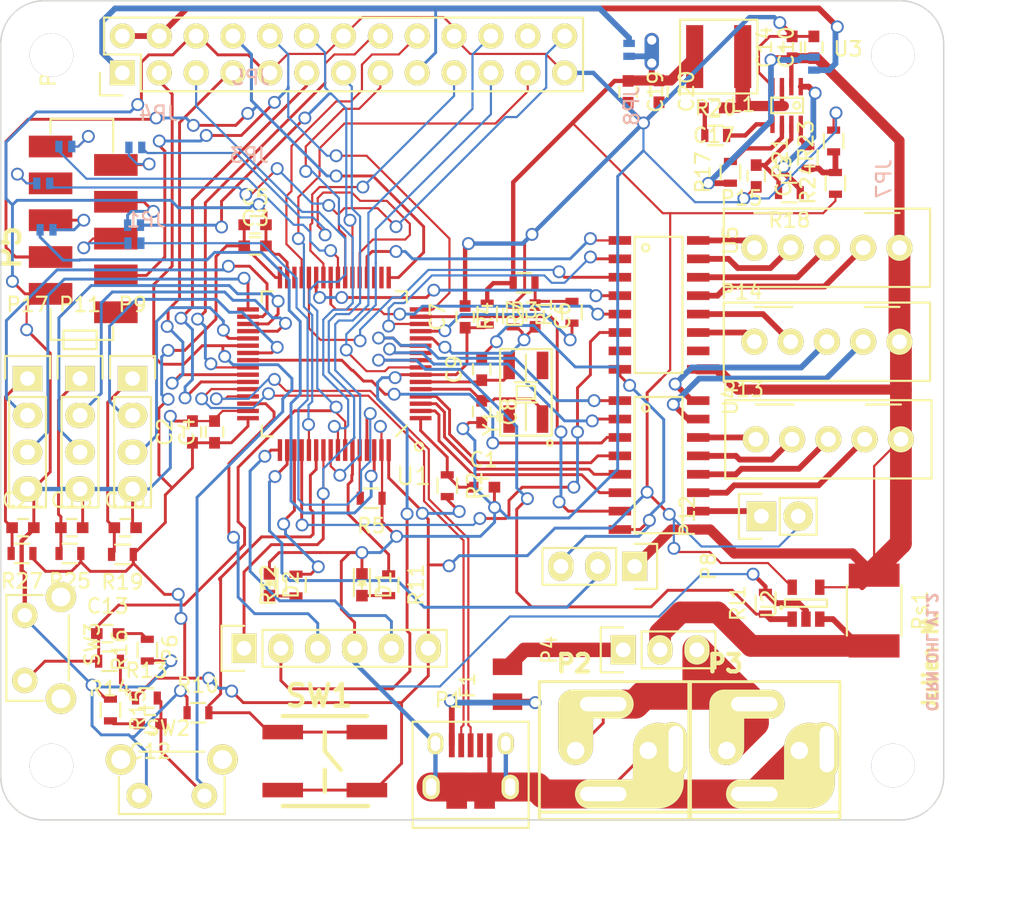
<source format=kicad_pcb>
(kicad_pcb (version 4) (host pcbnew 4.0.2-stable)
  (title_block (title "Raspberry Pi Hat Template") (date 2015-12-24) (rev 0.1) (company OpenFet) (comment 1 "Author: Julien") (comment 2 "License: CERN OHL V1.2"))
  (layers (0 F.Cu signal) (31 B.Cu signal) (34 B.Paste user) (35 F.Paste user) (36 B.SilkS user) (37 F.SilkS user) (38 B.Mask user) (39 F.Mask user) (44 Edge.Cuts user))
  (net 0 "")
  (net 1 GND)
  (net 2 +3V3)
  (net 3 "Net-(D1-Pad2)")
  (net 4 "Net-(JP1-Pad1)")
  (net 5 +BATT)
  (net 6 VEE)
  (net 7 GNDA)
  (net 8 /RST)
  (net 9 /OSCIN_8M)
  (net 10 /OSCOUT_8M)
  (net 11 VAA)
  (net 12 "Net-(C12-Pad2)")
  (net 13 "Net-(C13-Pad2)")
  (net 14 "Net-(C15-Pad1)")
  (net 15 "Net-(C16-Pad1)")
  (net 16 "Net-(C17-Pad1)")
  (net 17 "Net-(C17-Pad2)")
  (net 18 "Net-(C18-Pad1)")
  (net 19 "Net-(C21-Pad1)")
  (net 20 "Net-(D2-Pad2)")
  (net 21 "Net-(F1-Pad1)")
  (net 22 VCOM)
  (net 23 /SCL_I2C)
  (net 24 "Net-(JP2-Pad1)")
  (net 25 /SDA_I2C)
  (net 26 "Net-(JP3-Pad1)")
  (net 27 /MISO_SPI)
  (net 28 "Net-(JP4-Pad1)")
  (net 29 /F_LIMIT)
  (net 30 "Net-(JP5-Pad1)")
  (net 31 /SCK_SPI)
  (net 32 "Net-(JP6-Pad1)")
  (net 33 /CS_SPI)
  (net 34 /USB_D_N)
  (net 35 /USB_D_P)
  (net 36 VCC)
  (net 37 VDD)
  (net 38 /TxD)
  (net 39 /RxD)
  (net 40 VPP)
  (net 41 /M2_STEP)
  (net 42 /SWDIO)
  (net 43 /SWCLK)
  (net 44 /X_LIMIT)
  (net 45 /Y_LIMIT)
  (net 46 /STPEN)
  (net 47 /M1_STEP)
  (net 48 /M3_STEP)
  (net 49 /M3_DIR)
  (net 50 /M2_DIR)
  (net 51 /FLOOD_COOLANT)
  (net 52 /PROBE)
  (net 53 /M1_DIR)
  (net 54 /CYCLE_START_PIN)
  (net 55 /SERVO_PWM)
  (net 56 /F_ENC_A)
  (net 57 /F_ENC_B)
  (net 58 /X_ENC_A)
  (net 59 /X_ENC_B)
  (net 60 /L_D)
  (net 61 /X_4)
  (net 62 /X_3)
  (net 63 /X_2)
  (net 64 /X_1)
  (net 65 /Y_4)
  (net 66 /Y_3)
  (net 67 /Y_2)
  (net 68 /Y_1)
  (net 69 /F_4)
  (net 70 /F_3)
  (net 71 /F_2)
  (net 72 /F_1)
  (net 73 /Y_ENC_A)
  (net 74 /Y_ENC_B)
  (net 75 "Net-(R1-Pad1)")
  (net 76 "Net-(R5-Pad2)")
  (net 77 /GPI)
  (net 78 /LED_RED)
  (net 79 /LED_GREEN)
  (net 80 "Net-(R17-Pad2)")
  (net 81 "Net-(R18-Pad1)")
  (net 82 "Net-(R20-Pad2)")
  (net 83 "Net-(R21-Pad1)")
  (net 84 "Net-(R21-Pad2)")
  (net 85 /Vo_CURRENT_M)
  (net 86 /C_X_1)
  (net 87 /C_X_2)
  (net 88 /C_X_3)
  (net 89 /C_Y_1)
  (net 90 /C_Y_2)
  (net 91 /C_Y_3)
  (net 92 /C_F_1)
  (net 93 /C_F_2)
  (net 94 /C_F_3)
  (net 95 /C_X_4)
  (net 96 /C_Y_4)
  (net 97 /C_F_4)
  (net 98 /GPO)
  (net 99 5V_RPi)
  (net 100 3V3_PRi)
  (net 101 "Net-(P1-Pad4)")
  (net 102 "Net-(P7-Pad24)")
  (net 103 "Net-(U1-Pad18)")
  (net 104 "Net-(U1-Pad19)")
  (net 105 "Net-(U5-Pad7)")
  (net 106 "Net-(U5-Pad10)")
  (net 107 "Net-(Y1-Pad2)")
  (net 108 "Net-(U1-Pad30)")
  (module Mounting_Holes:MountingHole_3mm (layer F.Cu) (at 166.42 74.82)
    (fp_text reference REF** hide)
    (fp_text value MountingHole_3mm hide)
    (pad 1 thru_hole circle (at 0 0) (size 2.99974 2.99974) (drill 2.99974) (layers))
  )
  (module Mounting_Holes:MountingHole_3mm (layer F.Cu) (at 166.42 123.82)
    (fp_text reference REF** hide)
    (fp_text value MountingHole_3mm hide)
    (pad 1 thru_hole circle (at 0 0) (size 2.99974 2.99974) (drill 2.99974) (layers))
  )
  (module Mounting_Holes:MountingHole_3mm (layer F.Cu) (at 108.42 123.82)
    (fp_text reference REF** hide)
    (fp_text value MountingHole_3mm hide)
    (pad 1 thru_hole circle (at 0 0) (size 2.99974 2.99974) (drill 2.99974) (layers))
  )
  (module Mounting_Holes:MountingHole_3mm (layer F.Cu) (at 108.42 74.82)
    (fp_text reference REF** hide)
    (fp_text value MountingHole_3mm hide)
    (pad 1 thru_hole circle (at 0 0) (size 2.99974 2.99974) (drill 2.99974) (layers))
  )
  (module Capacitors_SMD:C_0603 (layer F.Cu) (at 138.202 104.621)
    (fp_text reference C1 (at 0 -1.9) (layer F.SilkS))
    (fp_text value 100nF)
    (pad 1 smd rect (at -0.75 0) (size 0.8 0.75) (layers F.Cu F.Paste F.Mask) (net 5 +BATT))
    (pad 2 smd rect (at 0.75 0) (size 0.8 0.75) (layers F.Cu F.Paste F.Mask) (net 1 GND))
  )
  (module Capacitors_SMD:C_0603 (layer F.Cu) (at 118.136 100.811 90)
    (fp_text reference C2 (at 0 -1.9 90) (layer F.SilkS))
    (fp_text value 100nF)
    (pad 1 smd rect (at -0.75 0 90) (size 0.8 0.75) (layers F.Cu F.Paste F.Mask) (net 2 +3V3))
    (pad 2 smd rect (at 0.75 0 90) (size 0.8 0.75) (layers F.Cu F.Paste F.Mask) (net 1 GND))
  )
  (module Capacitors_SMD:C_0603 (layer F.Cu) (at 122.454 87.984)
    (fp_text reference C3 (at 0 -1.9) (layer F.SilkS))
    (fp_text value 100nF)
    (pad 1 smd rect (at -0.75 0) (size 0.8 0.75) (layers F.Cu F.Paste F.Mask) (net 2 +3V3))
    (pad 2 smd rect (at 0.75 0) (size 0.8 0.75) (layers F.Cu F.Paste F.Mask) (net 1 GND))
  )
  (module Capacitors_SMD:C_0603 (layer F.Cu) (at 119.66 100.811 90)
    (fp_text reference C4 (at 0 -1.9 90) (layer F.SilkS))
    (fp_text value 100nF)
    (pad 1 smd rect (at -0.75 0 90) (size 0.8 0.75) (layers F.Cu F.Paste F.Mask) (net 2 +3V3))
    (pad 2 smd rect (at 0.75 0 90) (size 0.8 0.75) (layers F.Cu F.Paste F.Mask) (net 1 GND))
  )
  (module Capacitors_SMD:C_0603 (layer F.Cu) (at 122.454 86.5235)
    (fp_text reference C5 (at 0 -1.9) (layer F.SilkS))
    (fp_text value 100nF)
    (pad 1 smd rect (at -0.75 0) (size 0.8 0.75) (layers F.Cu F.Paste F.Mask) (net 2 +3V3))
    (pad 2 smd rect (at 0.75 0) (size 0.8 0.75) (layers F.Cu F.Paste F.Mask) (net 1 GND))
  )
  (module Capacitors_SMD:C_0603 (layer F.Cu) (at 141.758 92.81 270)
    (fp_text reference C6 (at 0 -1.9 270) (layer F.SilkS))
    (fp_text value 100nF)
    (pad 1 smd rect (at -0.75 0 270) (size 0.8 0.75) (layers F.Cu F.Paste F.Mask) (net 6 VEE))
    (pad 2 smd rect (at 0.75 0 270) (size 0.8 0.75) (layers F.Cu F.Paste F.Mask) (net 7 GNDA))
  )
  (module Capacitors_SMD:C_0603 (layer F.Cu) (at 136.932 92.8735 90)
    (fp_text reference C7 (at 0 -1.9 90) (layer F.SilkS))
    (fp_text value 100nF)
    (pad 1 smd rect (at -0.75 0 90) (size 0.8 0.75) (layers F.Cu F.Paste F.Mask) (net 8 /RST))
    (pad 2 smd rect (at 0.75 0 90) (size 0.8 0.75) (layers F.Cu F.Paste F.Mask) (net 1 GND))
  )
  (module Capacitors_SMD:C_0603 (layer F.Cu) (at 138.075 99.414 270)
    (fp_text reference C8 (at 0 -1.9 270) (layer F.SilkS))
    (fp_text value 20pF)
    (pad 1 smd rect (at -0.75 0 270) (size 0.8 0.75) (layers F.Cu F.Paste F.Mask) (net 9 /OSCIN_8M))
    (pad 2 smd rect (at 0.75 0 270) (size 0.8 0.75) (layers F.Cu F.Paste F.Mask) (net 1 GND))
  )
  (module Capacitors_SMD:C_0603 (layer F.Cu) (at 138.075 96.493 90)
    (fp_text reference C9 (at 0 -1.9 90) (layer F.SilkS))
    (fp_text value 20pF)
    (pad 1 smd rect (at -0.75 0 90) (size 0.8 0.75) (layers F.Cu F.Paste F.Mask) (net 10 /OSCOUT_8M))
    (pad 2 smd rect (at 0.75 0 90) (size 0.8 0.75) (layers F.Cu F.Paste F.Mask) (net 1 GND))
  )
  (module Capacitors_SMD:C_0603 (layer F.Cu) (at 160.9731 74.2807 90)
    (fp_text reference C10 (at 0 -1.9 90) (layer F.SilkS))
    (fp_text value 10uF)
    (pad 1 smd rect (at -0.75 0 90) (size 0.8 0.75) (layers F.Cu F.Paste F.Mask) (net 11 VAA))
    (pad 2 smd rect (at 0.75 0 90) (size 0.8 0.75) (layers F.Cu F.Paste F.Mask) (net 1 GND))
  )
  (module Capacitors_SMD:C_0603 (layer F.Cu) (at 115.215 120.9405 180)
    (fp_text reference C12 (at 0 -1.9 180) (layer F.SilkS))
    (fp_text value 100nF)
    (pad 1 smd rect (at -0.75 0 180) (size 0.8 0.75) (layers F.Cu F.Paste F.Mask) (net 44 /X_LIMIT))
    (pad 2 smd rect (at 0.75 0 180) (size 0.8 0.75) (layers F.Cu F.Paste F.Mask) (net 12 "Net-(C12-Pad2)"))
  )
  (module Capacitors_SMD:C_0603 (layer F.Cu) (at 112.294 114.7175)
    (fp_text reference C13 (at 0 -1.9) (layer F.SilkS))
    (fp_text value 100nF)
    (pad 1 smd rect (at -0.75 0) (size 0.8 0.75) (layers F.Cu F.Paste F.Mask) (net 45 /Y_LIMIT))
    (pad 2 smd rect (at 0.75 0) (size 0.8 0.75) (layers F.Cu F.Paste F.Mask) (net 13 "Net-(C13-Pad2)"))
  )
  (module Capacitors_SMD:C_0603 (layer F.Cu) (at 159.4745 74.2807 90)
    (fp_text reference C14 (at 0 -1.9 90) (layer F.SilkS))
    (fp_text value 100nF)
    (pad 1 smd rect (at -0.75 0 90) (size 0.8 0.75) (layers F.Cu F.Paste F.Mask) (net 11 VAA))
    (pad 2 smd rect (at 0.75 0 90) (size 0.8 0.75) (layers F.Cu F.Paste F.Mask) (net 1 GND))
  )
  (module Capacitors_SMD:C_0603 (layer F.Cu) (at 156.998 83.158 270)
    (fp_text reference C15 (at 0 -1.9 270) (layer F.SilkS))
    (fp_text value 100nF)
    (pad 1 smd rect (at -0.75 0 270) (size 0.8 0.75) (layers F.Cu F.Paste F.Mask) (net 14 "Net-(C15-Pad1)"))
    (pad 2 smd rect (at 0.75 0 270) (size 0.8 0.75) (layers F.Cu F.Paste F.Mask) (net 1 GND))
  )
  (module Capacitors_SMD:C_0603 (layer F.Cu) (at 113.5005 107.415)
    (fp_text reference C16 (at 0 -1.9) (layer F.SilkS))
    (fp_text value 100nF)
    (pad 1 smd rect (at -0.75 0) (size 0.8 0.75) (layers F.Cu F.Paste F.Mask) (net 15 "Net-(C16-Pad1)"))
    (pad 2 smd rect (at 0.75 0) (size 0.8 0.75) (layers F.Cu F.Paste F.Mask) (net 1 GND))
  )
  (module Capacitors_SMD:C_0603 (layer F.Cu) (at 154.077 78.459 180)
    (fp_text reference C17 (at 0 -1.9 180) (layer F.SilkS))
    (fp_text value 100nF)
    (pad 1 smd rect (at -0.75 0 180) (size 0.8 0.75) (layers F.Cu F.Paste F.Mask) (net 16 "Net-(C17-Pad1)"))
    (pad 2 smd rect (at 0.75 0 180) (size 0.8 0.75) (layers F.Cu F.Paste F.Mask) (net 17 "Net-(C17-Pad2)"))
  )
  (module Capacitors_SMD:C_0603 (layer F.Cu) (at 109.8175 107.415)
    (fp_text reference C18 (at 0 -1.9) (layer F.SilkS))
    (fp_text value 100nF)
    (pad 1 smd rect (at -0.75 0) (size 0.8 0.75) (layers F.Cu F.Paste F.Mask) (net 18 "Net-(C18-Pad1)"))
    (pad 2 smd rect (at 0.75 0) (size 0.8 0.75) (layers F.Cu F.Paste F.Mask) (net 1 GND))
  )
  (module Capacitors_SMD:C_0603 (layer F.Cu) (at 148.16134 77.35156 270)
    (fp_text reference C19 (at 0 -1.9 270) (layer F.SilkS))
    (fp_text value 22pF)
    (pad 1 smd rect (at -0.75 0 270) (size 0.8 0.75) (layers F.Cu F.Paste F.Mask) (net 2 +3V3))
    (pad 2 smd rect (at 0.75 0 270) (size 0.8 0.75) (layers F.Cu F.Paste F.Mask) (net 1 GND))
  )
  (module Capacitors_SMD:C_0603 (layer F.Cu) (at 150.29494 77.32108 270)
    (fp_text reference C20 (at 0 -1.9 270) (layer F.SilkS))
    (fp_text value 22pF)
    (pad 1 smd rect (at -0.75 0 270) (size 0.8 0.75) (layers F.Cu F.Paste F.Mask) (net 2 +3V3))
    (pad 2 smd rect (at 0.75 0 270) (size 0.8 0.75) (layers F.Cu F.Paste F.Mask) (net 1 GND))
  )
  (module Capacitors_SMD:C_0603 (layer F.Cu) (at 106.452 107.415)
    (fp_text reference C21 (at 0 -1.9) (layer F.SilkS))
    (fp_text value 100nF)
    (pad 1 smd rect (at -0.75 0) (size 0.8 0.75) (layers F.Cu F.Paste F.Mask) (net 19 "Net-(C21-Pad1)"))
    (pad 2 smd rect (at 0.75 0) (size 0.8 0.75) (layers F.Cu F.Paste F.Mask) (net 1 GND))
  )
  (module LEDs:LED_0603 (layer F.Cu) (at 129.82 111.352 270)
    (fp_text reference D1 (at 0 -1.5 270) (layer F.SilkS))
    (fp_text value LED_RED)
    (pad 2 smd rect (at 0.7493 0 90) (size 0.79756 0.79756) (layers F.Cu F.Paste F.Mask) (net 3 "Net-(D1-Pad2)"))
    (pad 1 smd rect (at -0.7493 0 90) (size 0.79756 0.79756) (layers F.Cu F.Paste F.Mask) (net 1 GND))
  )
  (module LEDs:LED_0603 (layer F.Cu) (at 123.44206 111.34946 270)
    (fp_text reference D2 (at 0 -1.5 270) (layer F.SilkS))
    (fp_text value LED_GREEN)
    (pad 2 smd rect (at 0.7493 0 90) (size 0.79756 0.79756) (layers F.Cu F.Paste F.Mask) (net 20 "Net-(D2-Pad2)"))
    (pad 1 smd rect (at -0.7493 0 90) (size 0.79756 0.79756) (layers F.Cu F.Paste F.Mask) (net 1 GND))
  )
  (module Fuse_Holders_and_Fuses:Fuse_SMD1206_Reflow (layer F.Cu) (at 139.853 118.21 90)
    (fp_text reference F1 (at -0.09906 -2.75082 90) (layer F.SilkS))
    (fp_text value F_Small)
    (pad 1 smd rect (at -1.20396 0 180) (size 2.02946 1.14046) (layers F.Cu F.Paste F.Mask) (net 21 "Net-(F1-Pad1)"))
    (pad 2 smd rect (at 1.20396 0 180) (size 2.02946 1.14046) (layers F.Cu F.Paste F.Mask) (net 22 VCOM))
  )
  (module .pretty:bridgeJumper (layer B.Cu) (at 113.691 87.7935)
    (fp_text reference JP1 (at 1.253 -1.609) (layer B.SilkS) (effects (justify mirror)))
    (fp_text value Jumper_NC_Small hide)
    (pad 1 smd rect (at 0 0) (size 0.5 0.8) (layers B.Cu B.Paste B.Mask) (net 4 "Net-(JP1-Pad1)"))
    (pad 2 smd rect (at 0.889 0) (size 0.5 0.8) (layers B.Cu B.Paste B.Mask) (net 23 /SCL_I2C))
  )
  (module .pretty:bridgeJumper (layer B.Cu) (at 108.5215 86.868 180)
    (fp_text reference JP2 (at 8.382 -4.826 180) (layer B.SilkS) (effects (justify mirror)))
    (fp_text value Jumper_NC_Small hide)
    (pad 1 smd rect (at 0 0 180) (size 0.5 0.8) (layers B.Cu B.Paste B.Mask) (net 24 "Net-(JP2-Pad1)"))
    (pad 2 smd rect (at 0.889 0 180) (size 0.5 0.8) (layers B.Cu B.Paste B.Mask) (net 25 /SDA_I2C))
  )
  (module .pretty:bridgeJumper (layer B.Cu) (at 113.665 86.5505)
    (fp_text reference JP3 (at 8.382 -4.826) (layer B.SilkS) (effects (justify mirror)))
    (fp_text value Jumper_NC_Small hide)
    (pad 1 smd rect (at 0 0) (size 0.5 0.8) (layers B.Cu B.Paste B.Mask) (net 26 "Net-(JP3-Pad1)"))
    (pad 2 smd rect (at 0.889 0) (size 0.5 0.8) (layers B.Cu B.Paste B.Mask) (net 27 /MISO_SPI))
  )
  (module .pretty:bridgeJumper (layer B.Cu) (at 107.4045 83.666)
    (fp_text reference JP4 (at 8.382 -4.826) (layer B.SilkS) (effects (justify mirror)))
    (fp_text value Jumper_NC_Small hide)
    (pad 1 smd rect (at 0 0) (size 0.5 0.8) (layers B.Cu B.Paste B.Mask) (net 28 "Net-(JP4-Pad1)"))
    (pad 2 smd rect (at 0.889 0) (size 0.5 0.8) (layers B.Cu B.Paste B.Mask) (net 29 /F_LIMIT))
  )
  (module .pretty:bridgeJumper (layer B.Cu) (at 113.7545 81.1895)
    (fp_text reference JP5 (at 8.382 -4.826) (layer B.SilkS) (effects (justify mirror)))
    (fp_text value Jumper_NC_Small hide)
    (pad 1 smd rect (at 0 0) (size 0.5 0.8) (layers B.Cu B.Paste B.Mask) (net 30 "Net-(JP5-Pad1)"))
    (pad 2 smd rect (at 0.889 0) (size 0.5 0.8) (layers B.Cu B.Paste B.Mask) (net 31 /SCK_SPI))
  )
  (module .pretty:bridgeJumper (layer B.Cu) (at 109.8175 81.126 180)
    (fp_text reference JP6 (at 8.382 -4.826 180) (layer B.SilkS) (effects (justify mirror)))
    (fp_text value Jumper_NC_Small hide)
    (pad 1 smd rect (at 0 0 180) (size 0.5 0.8) (layers B.Cu B.Paste B.Mask) (net 32 "Net-(JP6-Pad1)"))
    (pad 2 smd rect (at 0.889 0 180) (size 0.5 0.8) (layers B.Cu B.Paste B.Mask) (net 33 /CS_SPI))
  )
  (module ".pretty:Inductor SMD XAL50" (layer F.Cu) (at 156.06582 74.92332 180)
    (fp_text reference L1 (at 0 -3.302 180) (layer F.SilkS))
    (fp_text value 10uH hide)
    (pad 1 smd rect (at 0 0 180) (size 1.18 4.34) (layers F.Cu F.Paste F.Mask) (net 16 "Net-(C17-Pad1)"))
    (pad 2 smd rect (at 3.31 0 180) (size 1.18 4.34) (layers F.Cu F.Paste F.Mask) (net 2 +3V3))
  )
  (module Connect:USB_Micro-B_10103594-0001LF (layer F.Cu) (at 137.313 123.925)
    (fp_text reference P1 (at -1.5 -4.625) (layer F.SilkS))
    (fp_text value USB_OTG)
    (pad 1 smd rect (at -1.3 -1.5 90) (size 1.65 0.4) (layers F.Cu F.Paste F.Mask) (net 21 "Net-(F1-Pad1)"))
    (pad 2 smd rect (at -0.65 -1.5 90) (size 1.65 0.4) (layers F.Cu F.Paste F.Mask) (net 34 /USB_D_N))
    (pad 3 smd rect (at -0.0009 -1.5 90) (size 1.65 0.4) (layers F.Cu F.Paste F.Mask) (net 35 /USB_D_P))
    (pad 4 smd rect (at 0.65 -1.5 90) (size 1.65 0.4) (layers F.Cu F.Paste F.Mask) (net 101 "Net-(P1-Pad4)"))
    (pad 5 smd rect (at 1.3 -1.5 90) (size 1.65 0.4) (layers F.Cu F.Paste F.Mask) (net 1 GND))
    (pad 6 thru_hole oval (at -2.425 -1.625 90) (size 1.5 1.1) (drill oval 1.05 0.65) (layers *.Cu *.Mask F.SilkS) (net 1 GND))
    (pad 6 thru_hole oval (at 2.425 -1.625 90) (size 1.5 1.1) (drill oval 1.05 0.65) (layers *.Cu *.Mask F.SilkS) (net 1 GND))
    (pad 6 thru_hole oval (at -2.725 1.375 90) (size 1.7 1.2) (drill oval 1.2 0.7) (layers *.Cu *.Mask F.SilkS) (net 1 GND))
    (pad 6 thru_hole oval (at 2.725 1.375 90) (size 1.7 1.2) (drill oval 1.2 0.7) (layers *.Cu *.Mask F.SilkS) (net 1 GND))
    (pad 6 smd rect (at -0.9625 1.625 90) (size 2.5 1.425) (layers F.Cu F.Paste F.Mask) (net 1 GND))
    (pad 6 smd rect (at 0.9625 1.625 90) (size 2.5 1.425) (layers F.Cu F.Paste F.Mask) (net 1 GND))
  )
  (module .pretty:terminal_block_dc_jack_5mm_wide (layer F.Cu) (at 144.552 122.782)
    (fp_text reference P2 (at -0.1 -6) (layer F.SilkS) (effects (font (size 1.2 1.2) (thickness 0.3))))
    (fp_text value CONN_01X02 hide)
    (pad 1 thru_hole oval (at 5 0) (size 3.5 5.9) (drill 1.2 (offset 0.7 1.04)) (layers *.Cu *.Mask F.SilkS) (net 1 GND))
    (pad 2 thru_hole oval (at 0 0) (size 2.4 5.2) (drill 1.2 (offset 0 -1.6)) (layers *.Cu *.Mask F.SilkS) (net 36 VCC))
    (pad 2 thru_hole oval (at 1.9 -3.2) (size 5.2 2) (drill oval 3.2 1 (offset -0.5 0)) (layers *.Cu *.Mask F.SilkS) (net 36 VCC))
    (pad 1 thru_hole oval (at 1.9 3) (size 6.5 2) (drill oval 3.2 1 (offset 1.3 0)) (layers *.Cu *.Mask F.SilkS) (net 1 GND))
    (pad 1 thru_hole oval (at 6.9 -0.1 90) (size 4 2.05) (drill oval 3.2 1 (offset -0.15 -0.25)) (layers *.Cu *.Mask F.SilkS) (net 1 GND))
  )
  (module .pretty:terminal_block_dc_jack_5mm_wide (layer F.Cu) (at 154.966 122.782)
    (fp_text reference P3 (at -0.1 -6) (layer F.SilkS) (effects (font (size 1.2 1.2) (thickness 0.3))))
    (fp_text value CONN_01X02 hide)
    (pad 1 thru_hole oval (at 5 0) (size 3.5 5.9) (drill 1.2 (offset 0.7 1.04)) (layers *.Cu *.Mask F.SilkS) (net 1 GND))
    (pad 2 thru_hole oval (at 0 0) (size 2.4 5.2) (drill 1.2 (offset 0 -1.6)) (layers *.Cu *.Mask F.SilkS) (net 36 VCC))
    (pad 2 thru_hole oval (at 1.9 -3.2) (size 5.2 2) (drill oval 3.2 1 (offset -0.5 0)) (layers *.Cu *.Mask F.SilkS) (net 36 VCC))
    (pad 1 thru_hole oval (at 1.9 3) (size 6.5 2) (drill oval 3.2 1 (offset 1.3 0)) (layers *.Cu *.Mask F.SilkS) (net 1 GND))
    (pad 1 thru_hole oval (at 6.9 -0.1 90) (size 4 2.05) (drill oval 3.2 1 (offset -0.15 -0.25)) (layers *.Cu *.Mask F.SilkS) (net 1 GND))
  )
  (module Pin_Headers:Pin_Header_Straight_1x03 (layer F.Cu) (at 147.83114 115.84018 90)
    (fp_text reference P4 (at 0 -5.1 90) (layer F.SilkS))
    (fp_text value CONN_01X03)
    (pad 1 thru_hole rect (at 0 0 90) (size 2.032 1.7272) (drill 1.016) (layers *.Cu *.Mask F.SilkS) (net 22 VCOM))
    (pad 2 thru_hole oval (at 0 2.54 90) (size 2.032 1.7272) (drill 1.016) (layers *.Cu *.Mask F.SilkS) (net 37 VDD))
    (pad 3 thru_hole oval (at 0 5.08 90) (size 2.032 1.7272) (drill 1.016) (layers *.Cu *.Mask F.SilkS) (net 36 VCC))
  )
  (module .pretty:micromatch (layer F.Cu) (at 108.357 91.286 90)
    (fp_text reference P5 (at 3.2004 -2.8448 90) (layer F.SilkS) (effects (font (size 1.5 1.5) (thickness 0.3))))
    (fp_text value Universal_Serial_Connector hide)
    (pad 9 smd rect (at 8.89 4.5 90) (size 1.5 3) (layers F.Cu F.Paste F.Mask) (net 30 "Net-(JP5-Pad1)"))
    (pad 7 smd rect (at 6.35 4.5 90) (size 1.5 3) (layers F.Cu F.Paste F.Mask) (net 26 "Net-(JP3-Pad1)"))
    (pad 5 smd rect (at 3.81 4.5 90) (size 1.5 3) (layers F.Cu F.Paste F.Mask) (net 4 "Net-(JP1-Pad1)"))
    (pad 3 smd rect (at 1.27 4.5 90) (size 1.5 3) (layers F.Cu F.Paste F.Mask) (net 38 /TxD))
    (pad 10 smd rect (at 10.16 0 90) (size 1.5 3) (layers F.Cu F.Paste F.Mask) (net 32 "Net-(JP6-Pad1)"))
    (pad 8 smd rect (at 7.62 0 90) (size 1.5 3) (layers F.Cu F.Paste F.Mask) (net 28 "Net-(JP4-Pad1)"))
    (pad 6 smd rect (at 5.08 0 90) (size 1.5 3) (layers F.Cu F.Paste F.Mask) (net 24 "Net-(JP2-Pad1)"))
    (pad 4 smd rect (at 2.54 0 90) (size 1.5 3) (layers F.Cu F.Paste F.Mask) (net 39 /RxD))
    (pad 1 smd rect (at -1.27 4.5 90) (size 1.5 3) (layers F.Cu F.Paste F.Mask) (net 40 VPP))
    (pad 2 smd rect (at 0 0 90) (size 1.5 3) (layers F.Cu F.Paste F.Mask) (net 1 GND))
  )
  (module Pin_Headers:Pin_Header_Straight_1x06 (layer F.Cu) (at 121.692 115.7335 90)
    (fp_text reference P6 (at 0 -5.1 90) (layer F.SilkS))
    (fp_text value CONN_01X06)
    (pad 1 thru_hole rect (at 0 0 90) (size 2.032 1.7272) (drill 1.016) (layers *.Cu *.Mask F.SilkS) (net 41 /M2_STEP))
    (pad 2 thru_hole oval (at 0 2.54 90) (size 2.032 1.7272) (drill 1.016) (layers *.Cu *.Mask F.SilkS) (net 8 /RST))
    (pad 3 thru_hole oval (at 0 5.08 90) (size 2.032 1.7272) (drill 1.016) (layers *.Cu *.Mask F.SilkS) (net 42 /SWDIO))
    (pad 4 thru_hole oval (at 0 7.62 90) (size 2.032 1.7272) (drill 1.016) (layers *.Cu *.Mask F.SilkS) (net 1 GND))
    (pad 5 thru_hole oval (at 0 10.16 90) (size 2.032 1.7272) (drill 1.016) (layers *.Cu *.Mask F.SilkS) (net 43 /SWCLK))
    (pad 6 thru_hole oval (at 0 12.7 90) (size 2.032 1.7272) (drill 1.016) (layers *.Cu *.Mask F.SilkS) (net 2 +3V3))
  )
  (module Pin_Headers:Pin_Header_Straight_2x13 (layer F.Cu) (at 113.31 76.046 90)
    (fp_text reference P7 (at 0 -5.1 90) (layer F.SilkS))
    (fp_text value RPI_header)
    (pad 1 thru_hole rect (at 0 0 90) (size 1.7272 1.7272) (drill 1.016) (layers *.Cu *.Mask F.SilkS) (net 100 3V3_PRi))
    (pad 2 thru_hole oval (at 2.54 0 90) (size 1.7272 1.7272) (drill 1.016) (layers *.Cu *.Mask F.SilkS) (net 99 5V_RPi))
    (pad 3 thru_hole oval (at 0 2.54 90) (size 1.7272 1.7272) (drill 1.016) (layers *.Cu *.Mask F.SilkS) (net 44 /X_LIMIT))
    (pad 4 thru_hole oval (at 2.54 2.54 90) (size 1.7272 1.7272) (drill 1.016) (layers *.Cu *.Mask F.SilkS) (net 99 5V_RPi))
    (pad 5 thru_hole oval (at 0 5.08 90) (size 1.7272 1.7272) (drill 1.016) (layers *.Cu *.Mask F.SilkS) (net 45 /Y_LIMIT))
    (pad 6 thru_hole oval (at 2.54 5.08 90) (size 1.7272 1.7272) (drill 1.016) (layers *.Cu *.Mask F.SilkS) (net 1 GND))
    (pad 7 thru_hole oval (at 0 7.62 90) (size 1.7272 1.7272) (drill 1.016) (layers *.Cu *.Mask F.SilkS) (net 46 /STPEN))
    (pad 8 thru_hole oval (at 2.54 7.62 90) (size 1.7272 1.7272) (drill 1.016) (layers *.Cu *.Mask F.SilkS) (net 39 /RxD))
    (pad 9 thru_hole oval (at 0 10.16 90) (size 1.7272 1.7272) (drill 1.016) (layers *.Cu *.Mask F.SilkS) (net 1 GND))
    (pad 10 thru_hole oval (at 2.54 10.16 90) (size 1.7272 1.7272) (drill 1.016) (layers *.Cu *.Mask F.SilkS) (net 38 /TxD))
    (pad 11 thru_hole oval (at 0 12.7 90) (size 1.7272 1.7272) (drill 1.016) (layers *.Cu *.Mask F.SilkS) (net 47 /M1_STEP))
    (pad 12 thru_hole oval (at 2.54 12.7 90) (size 1.7272 1.7272) (drill 1.016) (layers *.Cu *.Mask F.SilkS) (net 27 /MISO_SPI))
    (pad 13 thru_hole oval (at 0 15.24 90) (size 1.7272 1.7272) (drill 1.016) (layers *.Cu *.Mask F.SilkS) (net 41 /M2_STEP))
    (pad 14 thru_hole oval (at 2.54 15.24 90) (size 1.7272 1.7272) (drill 1.016) (layers *.Cu *.Mask F.SilkS) (net 1 GND))
    (pad 15 thru_hole oval (at 0 17.78 90) (size 1.7272 1.7272) (drill 1.016) (layers *.Cu *.Mask F.SilkS) (net 48 /M3_STEP))
    (pad 16 thru_hole oval (at 2.54 17.78 90) (size 1.7272 1.7272) (drill 1.016) (layers *.Cu *.Mask F.SilkS) (net 49 /M3_DIR))
    (pad 17 thru_hole oval (at 0 20.32 90) (size 1.7272 1.7272) (drill 1.016) (layers *.Cu *.Mask F.SilkS) (net 100 3V3_PRi))
    (pad 18 thru_hole oval (at 2.54 20.32 90) (size 1.7272 1.7272) (drill 1.016) (layers *.Cu *.Mask F.SilkS) (net 50 /M2_DIR))
    (pad 19 thru_hole oval (at 0 22.86 90) (size 1.7272 1.7272) (drill 1.016) (layers *.Cu *.Mask F.SilkS) (net 51 /FLOOD_COOLANT))
    (pad 20 thru_hole oval (at 2.54 22.86 90) (size 1.7272 1.7272) (drill 1.016) (layers *.Cu *.Mask F.SilkS) (net 1 GND))
    (pad 21 thru_hole oval (at 0 25.4 90) (size 1.7272 1.7272) (drill 1.016) (layers *.Cu *.Mask F.SilkS) (net 52 /PROBE))
    (pad 22 thru_hole oval (at 2.54 25.4 90) (size 1.7272 1.7272) (drill 1.016) (layers *.Cu *.Mask F.SilkS) (net 53 /M1_DIR))
    (pad 23 thru_hole oval (at 0 27.94 90) (size 1.7272 1.7272) (drill 1.016) (layers *.Cu *.Mask F.SilkS) (net 54 /CYCLE_START_PIN))
    (pad 24 thru_hole oval (at 2.54 27.94 90) (size 1.7272 1.7272) (drill 1.016) (layers *.Cu *.Mask F.SilkS) (net 102 "Net-(P7-Pad24)"))
    (pad 25 thru_hole oval (at 0 30.48 90) (size 1.7272 1.7272) (drill 1.016) (layers *.Cu *.Mask F.SilkS) (net 1 GND))
    (pad 26 thru_hole oval (at 2.54 30.48 90) (size 1.7272 1.7272) (drill 1.016) (layers *.Cu *.Mask F.SilkS) (net 29 /F_LIMIT))
  )
  (module Pin_Headers:Pin_Header_Straight_1x03 (layer F.Cu) (at 148.616 110.082 270)
    (fp_text reference P8 (at 0 -5.1 270) (layer F.SilkS))
    (fp_text value CONN_01X03)
    (pad 1 thru_hole rect (at 0 0 270) (size 2.032 1.7272) (drill 1.016) (layers *.Cu *.Mask F.SilkS) (net 11 VAA))
    (pad 2 thru_hole oval (at 0 2.54 270) (size 2.032 1.7272) (drill 1.016) (layers *.Cu *.Mask F.SilkS) (net 55 /SERVO_PWM))
    (pad 3 thru_hole oval (at 0 5.08 270) (size 2.032 1.7272) (drill 1.016) (layers *.Cu *.Mask F.SilkS) (net 1 GND))
  )
  (module Pin_Headers:Pin_Header_Straight_1x04 (layer F.Cu) (at 114.0085 97.128)
    (fp_text reference P9 (at 0 -5.1) (layer F.SilkS))
    (fp_text value CONN_01X04)
    (pad 1 thru_hole rect (at 0 0) (size 2.032 1.7272) (drill 1.016) (layers *.Cu *.Mask F.SilkS) (net 15 "Net-(C16-Pad1)"))
    (pad 2 thru_hole oval (at 0 2.54) (size 2.032 1.7272) (drill 1.016) (layers *.Cu *.Mask F.SilkS) (net 56 /F_ENC_A))
    (pad 3 thru_hole oval (at 0 5.08) (size 2.032 1.7272) (drill 1.016) (layers *.Cu *.Mask F.SilkS) (net 57 /F_ENC_B))
    (pad 4 thru_hole oval (at 0 7.62) (size 2.032 1.7272) (drill 1.016) (layers *.Cu *.Mask F.SilkS) (net 1 GND))
  )
  (module Pin_Headers:Pin_Header_Straight_1x04 (layer F.Cu) (at 110.389 97.128)
    (fp_text reference P11 (at 0 -5.1) (layer F.SilkS))
    (fp_text value CONN_01X04)
    (pad 1 thru_hole rect (at 0 0) (size 2.032 1.7272) (drill 1.016) (layers *.Cu *.Mask F.SilkS) (net 18 "Net-(C18-Pad1)"))
    (pad 2 thru_hole oval (at 0 2.54) (size 2.032 1.7272) (drill 1.016) (layers *.Cu *.Mask F.SilkS) (net 58 /X_ENC_A))
    (pad 3 thru_hole oval (at 0 5.08) (size 2.032 1.7272) (drill 1.016) (layers *.Cu *.Mask F.SilkS) (net 59 /X_ENC_B))
    (pad 4 thru_hole oval (at 0 7.62) (size 2.032 1.7272) (drill 1.016) (layers *.Cu *.Mask F.SilkS) (net 1 GND))
  )
  (module Pin_Headers:Pin_Header_Straight_1x02 (layer F.Cu) (at 157.3536 106.6276 90)
    (fp_text reference P12 (at 0 -5.1 90) (layer F.SilkS))
    (fp_text value CONN_01X02)
    (pad 1 thru_hole rect (at 0 0 90) (size 2.032 2.032) (drill 1.016) (layers *.Cu *.Mask F.SilkS) (net 60 /L_D))
    (pad 2 thru_hole oval (at 0 2.54 90) (size 2.032 2.032) (drill 1.016) (layers *.Cu *.Mask F.SilkS) (net 2 +3V3))
  )
  (module .pretty:28BYJ-48 (layer F.Cu) (at 156.9726 101.319)
    (fp_text reference P13 (at -0.889 -3.429) (layer F.SilkS))
    (fp_text value CONN_28BYJ-48 hide)
    (pad 5 thru_hole circle (at 0 0) (size 1.8 1.8) (drill 1.02) (layers *.Cu *.Mask F.SilkS) (net 61 /X_4))
    (pad 4 thru_hole circle (at 2.5 0) (size 1.8 1.8) (drill 1.02) (layers *.Cu *.Mask F.SilkS) (net 62 /X_3))
    (pad 3 thru_hole circle (at 5 0) (size 1.8 1.8) (drill 1.02) (layers *.Cu *.Mask F.SilkS) (net 63 /X_2))
    (pad 2 thru_hole circle (at 7.5 0) (size 1.8 1.8) (drill 1.02) (layers *.Cu *.Mask F.SilkS) (net 64 /X_1))
    (pad 1 thru_hole circle (at 10 0) (size 1.8 1.8) (drill 1.02) (layers *.Cu *.Mask F.SilkS) (net 11 VAA))
  )
  (module .pretty:28BYJ-48 (layer F.Cu) (at 156.871 94.588)
    (fp_text reference P14 (at -0.889 -3.429) (layer F.SilkS))
    (fp_text value CONN_28BYJ-48 hide)
    (pad 5 thru_hole circle (at 0 0) (size 1.8 1.8) (drill 1.02) (layers *.Cu *.Mask F.SilkS) (net 65 /Y_4))
    (pad 4 thru_hole circle (at 2.5 0) (size 1.8 1.8) (drill 1.02) (layers *.Cu *.Mask F.SilkS) (net 66 /Y_3))
    (pad 3 thru_hole circle (at 5 0) (size 1.8 1.8) (drill 1.02) (layers *.Cu *.Mask F.SilkS) (net 67 /Y_2))
    (pad 2 thru_hole circle (at 7.5 0) (size 1.8 1.8) (drill 1.02) (layers *.Cu *.Mask F.SilkS) (net 68 /Y_1))
    (pad 1 thru_hole circle (at 10 0) (size 1.8 1.8) (drill 1.02) (layers *.Cu *.Mask F.SilkS) (net 11 VAA))
  )
  (module .pretty:28BYJ-48 (layer F.Cu) (at 156.871 88.111)
    (fp_text reference P15 (at -0.889 -3.429) (layer F.SilkS))
    (fp_text value CONN_28BYJ-48 hide)
    (pad 5 thru_hole circle (at 0 0) (size 1.8 1.8) (drill 1.02) (layers *.Cu *.Mask F.SilkS) (net 69 /F_4))
    (pad 4 thru_hole circle (at 2.5 0) (size 1.8 1.8) (drill 1.02) (layers *.Cu *.Mask F.SilkS) (net 70 /F_3))
    (pad 3 thru_hole circle (at 5 0) (size 1.8 1.8) (drill 1.02) (layers *.Cu *.Mask F.SilkS) (net 71 /F_2))
    (pad 2 thru_hole circle (at 7.5 0) (size 1.8 1.8) (drill 1.02) (layers *.Cu *.Mask F.SilkS) (net 72 /F_1))
    (pad 1 thru_hole circle (at 10 0) (size 1.8 1.8) (drill 1.02) (layers *.Cu *.Mask F.SilkS) (net 11 VAA))
  )
  (module Pin_Headers:Pin_Header_Straight_1x04 (layer F.Cu) (at 106.7695 97.128)
    (fp_text reference P17 (at 0 -5.1) (layer F.SilkS))
    (fp_text value CONN_01X04)
    (pad 1 thru_hole rect (at 0 0) (size 2.032 1.7272) (drill 1.016) (layers *.Cu *.Mask F.SilkS) (net 19 "Net-(C21-Pad1)"))
    (pad 2 thru_hole oval (at 0 2.54) (size 2.032 1.7272) (drill 1.016) (layers *.Cu *.Mask F.SilkS) (net 73 /Y_ENC_A))
    (pad 3 thru_hole oval (at 0 5.08) (size 2.032 1.7272) (drill 1.016) (layers *.Cu *.Mask F.SilkS) (net 74 /Y_ENC_B))
    (pad 4 thru_hole oval (at 0 7.62) (size 2.032 1.7272) (drill 1.016) (layers *.Cu *.Mask F.SilkS) (net 1 GND))
  )
  (module Resistors_SMD:R_0603 (layer F.Cu) (at 144.298 92.556 90)
    (fp_text reference R1 (at 0 -1.9 90) (layer F.SilkS))
    (fp_text value 0R)
    (pad 1 smd rect (at -0.75 0 90) (size 0.5 0.9) (layers F.Cu F.Paste F.Mask) (net 75 "Net-(R1-Pad1)"))
    (pad 2 smd rect (at 0.75 0 90) (size 0.5 0.9) (layers F.Cu F.Paste F.Mask) (net 6 VEE))
  )
  (module Resistors_SMD:R_0603 (layer F.Cu) (at 135.6995 104.521 270)
    (fp_text reference R2 (at 0 -1.9 270) (layer F.SilkS))
    (fp_text value 0R)
    (pad 1 smd rect (at -0.75 0 270) (size 0.5 0.9) (layers F.Cu F.Paste F.Mask) (net 5 +BATT))
    (pad 2 smd rect (at 0.75 0 270) (size 0.5 0.9) (layers F.Cu F.Paste F.Mask) (net 2 +3V3))
  )
  (module Resistors_SMD:R_0603 (layer F.Cu) (at 140.996 90.524 180)
    (fp_text reference R3 (at 0 -1.9 180) (layer F.SilkS))
    (fp_text value 0R)
    (pad 1 smd rect (at -0.75 0 180) (size 0.5 0.9) (layers F.Cu F.Paste F.Mask) (net 6 VEE))
    (pad 2 smd rect (at 0.75 0 180) (size 0.5 0.9) (layers F.Cu F.Paste F.Mask) (net 2 +3V3))
  )
  (module Resistors_SMD:R_0603 (layer F.Cu) (at 140.234 92.81 90)
    (fp_text reference R4 (at 0 -1.9 90) (layer F.SilkS))
    (fp_text value 0R)
    (pad 1 smd rect (at -0.75 0 90) (size 0.5 0.9) (layers F.Cu F.Paste F.Mask) (net 7 GNDA))
    (pad 2 smd rect (at 0.75 0 90) (size 0.5 0.9) (layers F.Cu F.Paste F.Mask) (net 1 GND))
  )
  (module Resistors_SMD:R_0603 (layer F.Cu) (at 130.455 105.383 180)
    (fp_text reference R5 (at 0 -1.9 180) (layer F.SilkS))
    (fp_text value 10k)
    (pad 1 smd rect (at -0.75 0 180) (size 0.5 0.9) (layers F.Cu F.Paste F.Mask) (net 1 GND))
    (pad 2 smd rect (at 0.75 0 180) (size 0.5 0.9) (layers F.Cu F.Paste F.Mask) (net 76 "Net-(R5-Pad2)"))
  )
  (module Resistors_SMD:R_0603 (layer F.Cu) (at 138.456 92.683 270)
    (fp_text reference R7 (at 0 -1.9 270) (layer F.SilkS))
    (fp_text value 100k)
    (pad 1 smd rect (at -0.75 0 270) (size 0.5 0.9) (layers F.Cu F.Paste F.Mask) (net 2 +3V3))
    (pad 2 smd rect (at 0.75 0 270) (size 0.5 0.9) (layers F.Cu F.Paste F.Mask) (net 8 /RST))
  )
  (module Resistors_SMD:R_0603 (layer F.Cu) (at 118.517 120.1785)
    (fp_text reference R10 (at 0 -1.9) (layer F.SilkS))
    (fp_text value 10k)
    (pad 1 smd rect (at -0.75 0) (size 0.5 0.9) (layers F.Cu F.Paste F.Mask) (net 1 GND))
    (pad 2 smd rect (at 0.75 0) (size 0.5 0.9) (layers F.Cu F.Paste F.Mask) (net 77 /GPI))
  )
  (module Resistors_SMD:R_0603 (layer F.Cu) (at 131.6615 111.352 270)
    (fp_text reference R11 (at 0 -1.9 270) (layer F.SilkS))
    (fp_text value 1k)
    (pad 1 smd rect (at -0.75 0 270) (size 0.5 0.9) (layers F.Cu F.Paste F.Mask) (net 78 /LED_RED))
    (pad 2 smd rect (at 0.75 0 270) (size 0.5 0.9) (layers F.Cu F.Paste F.Mask) (net 3 "Net-(D1-Pad2)"))
  )
  (module Resistors_SMD:R_0603 (layer F.Cu) (at 125.2734 111.37232 90)
    (fp_text reference R12 (at 0 -1.9 90) (layer F.SilkS))
    (fp_text value 1k)
    (pad 1 smd rect (at -0.75 0 90) (size 0.5 0.9) (layers F.Cu F.Paste F.Mask) (net 20 "Net-(D2-Pad2)"))
    (pad 2 smd rect (at 0.75 0 90) (size 0.5 0.9) (layers F.Cu F.Paste F.Mask) (net 79 /LED_GREEN))
  )
  (module Resistors_SMD:R_0603 (layer F.Cu) (at 114.961 119.1625)
    (fp_text reference R13 (at 0 -1.9) (layer F.SilkS))
    (fp_text value 4k7)
    (pad 1 smd rect (at -0.75 0) (size 0.5 0.9) (layers F.Cu F.Paste F.Mask) (net 2 +3V3))
    (pad 2 smd rect (at 0.75 0) (size 0.5 0.9) (layers F.Cu F.Paste F.Mask) (net 44 /X_LIMIT))
  )
  (module Resistors_SMD:R_0603 (layer F.Cu) (at 112.421 116.6225 180)
    (fp_text reference R14 (at 0 -1.9 180) (layer F.SilkS))
    (fp_text value 4k7)
    (pad 1 smd rect (at -0.75 0 180) (size 0.5 0.9) (layers F.Cu F.Paste F.Mask) (net 2 +3V3))
    (pad 2 smd rect (at 0.75 0 180) (size 0.5 0.9) (layers F.Cu F.Paste F.Mask) (net 45 /Y_LIMIT))
  )
  (module Resistors_SMD:R_0603 (layer F.Cu) (at 112.4845 119.988 270)
    (fp_text reference R15 (at 0 -1.9 270) (layer F.SilkS))
    (fp_text value 100R)
    (pad 1 smd rect (at -0.75 0 270) (size 0.5 0.9) (layers F.Cu F.Paste F.Mask) (net 1 GND))
    (pad 2 smd rect (at 0.75 0 270) (size 0.5 0.9) (layers F.Cu F.Paste F.Mask) (net 12 "Net-(C12-Pad2)"))
  )
  (module Resistors_SMD:R_0603 (layer F.Cu) (at 115.0245 115.8605 90)
    (fp_text reference R16 (at 0 -1.9 90) (layer F.SilkS))
    (fp_text value 100R)
    (pad 1 smd rect (at -0.75 0 90) (size 0.5 0.9) (layers F.Cu F.Paste F.Mask) (net 1 GND))
    (pad 2 smd rect (at 0.75 0 90) (size 0.5 0.9) (layers F.Cu F.Paste F.Mask) (net 13 "Net-(C13-Pad2)"))
  )
  (module Resistors_SMD:R_0603 (layer F.Cu) (at 155.22 82.904 90)
    (fp_text reference R17 (at 0 -1.9 90) (layer F.SilkS))
    (fp_text value 1M)
    (pad 1 smd rect (at -0.75 0 90) (size 0.5 0.9) (layers F.Cu F.Paste F.Mask) (net 11 VAA))
    (pad 2 smd rect (at 0.75 0 90) (size 0.5 0.9) (layers F.Cu F.Paste F.Mask) (net 80 "Net-(R17-Pad2)"))
  )
  (module Resistors_SMD:R_0603 (layer F.Cu) (at 159.284 84.301 180)
    (fp_text reference R18 (at 0 -1.9 180) (layer F.SilkS))
    (fp_text value 100K)
    (pad 1 smd rect (at -0.75 0 180) (size 0.5 0.9) (layers F.Cu F.Paste F.Mask) (net 81 "Net-(R18-Pad1)"))
    (pad 2 smd rect (at 0.75 0 180) (size 0.5 0.9) (layers F.Cu F.Paste F.Mask) (net 14 "Net-(C15-Pad1)"))
  )
  (module Resistors_SMD:R_0603 (layer F.Cu) (at 113.31 109.2565 180)
    (fp_text reference R19 (at 0 -1.9 180) (layer F.SilkS))
    (fp_text value 10k)
    (pad 1 smd rect (at -0.75 0 180) (size 0.5 0.9) (layers F.Cu F.Paste F.Mask) (net 2 +3V3))
    (pad 2 smd rect (at 0.75 0 180) (size 0.5 0.9) (layers F.Cu F.Paste F.Mask) (net 15 "Net-(C16-Pad1)"))
  )
  (module Resistors_SMD:R_0603 (layer F.Cu) (at 154.204 80.364)
    (fp_text reference R20 (at 0 -1.9) (layer F.SilkS))
    (fp_text value 20R)
    (pad 1 smd rect (at -0.75 0) (size 0.5 0.9) (layers F.Cu F.Paste F.Mask) (net 17 "Net-(C17-Pad2)"))
    (pad 2 smd rect (at 0.75 0) (size 0.5 0.9) (layers F.Cu F.Paste F.Mask) (net 82 "Net-(R20-Pad2)"))
  )
  (module Resistors_SMD:R_0603 (layer F.Cu) (at 160.554 81.888 90)
    (fp_text reference R21 (at 0 -1.9 90) (layer F.SilkS))
    (fp_text value 51k)
    (pad 1 smd rect (at -0.75 0 90) (size 0.5 0.9) (layers F.Cu F.Paste F.Mask) (net 83 "Net-(R21-Pad1)"))
    (pad 2 smd rect (at 0.75 0 90) (size 0.5 0.9) (layers F.Cu F.Paste F.Mask) (net 84 "Net-(R21-Pad2)"))
  )
  (module Resistors_SMD:R_0603 (layer F.Cu) (at 162.332 80.745 90)
    (fp_text reference R23 (at 0 -1.9 90) (layer F.SilkS))
    (fp_text value 13k)
    (pad 1 smd rect (at -0.75 0 90) (size 0.5 0.9) (layers F.Cu F.Paste F.Mask) (net 83 "Net-(R21-Pad1)"))
    (pad 2 smd rect (at 0.75 0 90) (size 0.5 0.9) (layers F.Cu F.Paste F.Mask) (net 1 GND))
  )
  (module Resistors_SMD:R_0603 (layer F.Cu) (at 162.459 83.666 90)
    (fp_text reference R24 (at 0 -1.9 90) (layer F.SilkS))
    (fp_text value 41k2)
    (pad 1 smd rect (at -0.75 0 90) (size 0.5 0.9) (layers F.Cu F.Paste F.Mask) (net 2 +3V3))
    (pad 2 smd rect (at 0.75 0 90) (size 0.5 0.9) (layers F.Cu F.Paste F.Mask) (net 83 "Net-(R21-Pad1)"))
  )
  (module Resistors_SMD:R_0603 (layer F.Cu) (at 109.6905 109.193 180)
    (fp_text reference R25 (at 0 -1.9 180) (layer F.SilkS))
    (fp_text value 10k)
    (pad 1 smd rect (at -0.75 0 180) (size 0.5 0.9) (layers F.Cu F.Paste F.Mask) (net 2 +3V3))
    (pad 2 smd rect (at 0.75 0 180) (size 0.5 0.9) (layers F.Cu F.Paste F.Mask) (net 18 "Net-(C18-Pad1)"))
  )
  (module Resistors_SMD:R_0603 (layer F.Cu) (at 106.3885 109.193 180)
    (fp_text reference R27 (at 0 -1.9 180) (layer F.SilkS))
    (fp_text value 10k)
    (pad 1 smd rect (at -0.75 0 180) (size 0.5 0.9) (layers F.Cu F.Paste F.Mask) (net 2 +3V3))
    (pad 2 smd rect (at 0.75 0 180) (size 0.5 0.9) (layers F.Cu F.Paste F.Mask) (net 19 "Net-(C21-Pad1)"))
  )
  (module Resistors_SMD:R_0603 (layer F.Cu) (at 157.633 112.622 90)
    (fp_text reference Rl1 (at 0 -1.9 90) (layer F.SilkS))
    (fp_text value 16k5)
    (pad 1 smd rect (at -0.75 0 90) (size 0.5 0.9) (layers F.Cu F.Paste F.Mask) (net 85 /Vo_CURRENT_M))
    (pad 2 smd rect (at 0.75 0 90) (size 0.5 0.9) (layers F.Cu F.Paste F.Mask) (net 1 GND))
  )
  (module Resistors_SMD:R_1812 (layer F.Cu) (at 165.126 113.13 270)
    (fp_text reference Rs1 (at 0 -3.175 270) (layer F.SilkS))
    (fp_text value 0.1R)
    (pad 1 smd rect (at -2.4384 0 270) (size 1.6 3.5) (layers F.Cu F.Paste F.Mask) (net 11 VAA))
    (pad 2 smd rect (at 2.4384 0 270) (size 1.6 3.5) (layers F.Cu F.Paste F.Mask) (net 37 VDD))
  )
  (module .pretty:QFP_64 (layer F.Cu) (at 127.915 96.112 180)
    (fp_text reference U1 (at -5.461 -7.747 180) (layer F.SilkS) (effects (font (size 1.2 1.2))))
    (fp_text value STM32F411RE hide)
    (pad 1 smd rect (at -5.95 -3.75 270) (size 0.3 1.5) (layers F.Cu F.Paste F.Mask) (net 5 +BATT))
    (pad 2 smd rect (at -5.95 -3.25 270) (size 0.3 1.5) (layers F.Cu F.Paste F.Mask) (net 86 /C_X_1))
    (pad 3 smd rect (at -5.95 -2.75 270) (size 0.3 1.5) (layers F.Cu F.Paste F.Mask) (net 87 /C_X_2))
    (pad 4 smd rect (at -5.95 -2.25 270) (size 0.3 1.5) (layers F.Cu F.Paste F.Mask) (net 88 /C_X_3))
    (pad 5 smd rect (at -5.95 -1.75 270) (size 0.3 1.5) (layers F.Cu F.Paste F.Mask) (net 9 /OSCIN_8M))
    (pad 6 smd rect (at -5.95 -1.25 270) (size 0.3 1.5) (layers F.Cu F.Paste F.Mask) (net 10 /OSCOUT_8M))
    (pad 7 smd rect (at -5.95 -0.75 270) (size 0.3 1.5) (layers F.Cu F.Paste F.Mask) (net 8 /RST))
    (pad 8 smd rect (at -5.95 -0.25 270) (size 0.3 1.5) (layers F.Cu F.Paste F.Mask) (net 52 /PROBE))
    (pad 9 smd rect (at -5.95 0.25 270) (size 0.3 1.5) (layers F.Cu F.Paste F.Mask) (net 85 /Vo_CURRENT_M))
    (pad 10 smd rect (at -5.95 0.75 270) (size 0.3 1.5) (layers F.Cu F.Paste F.Mask) (net 89 /C_Y_1))
    (pad 11 smd rect (at -5.95 1.25 270) (size 0.3 1.5) (layers F.Cu F.Paste F.Mask) (net 90 /C_Y_2))
    (pad 12 smd rect (at -5.95 1.75 270) (size 0.3 1.5) (layers F.Cu F.Paste F.Mask) (net 7 GNDA))
    (pad 13 smd rect (at -5.95 2.25 270) (size 0.3 1.5) (layers F.Cu F.Paste F.Mask) (net 75 "Net-(R1-Pad1)"))
    (pad 14 smd rect (at -5.95 2.75 270) (size 0.3 1.5) (layers F.Cu F.Paste F.Mask) (net 94 /C_F_3))
    (pad 15 smd rect (at -5.95 3.25 270) (size 0.3 1.5) (layers F.Cu F.Paste F.Mask) (net 98 /GPO))
    (pad 16 smd rect (at -5.95 3.75 270) (size 0.3 1.5) (layers F.Cu F.Paste F.Mask) (net 38 /TxD))
    (pad 17 smd rect (at -3.75 5.95 180) (size 0.3 1.5) (layers F.Cu F.Paste F.Mask) (net 39 /RxD))
    (pad 18 smd rect (at -3.25 5.95 180) (size 0.3 1.5) (layers F.Cu F.Paste F.Mask) (net 103 "Net-(U1-Pad18)"))
    (pad 19 smd rect (at -2.75 5.95 180) (size 0.3 1.5) (layers F.Cu F.Paste F.Mask) (net 104 "Net-(U1-Pad19)"))
    (pad 20 smd rect (at -2.25 5.95 180) (size 0.3 1.5) (layers F.Cu F.Paste F.Mask) (net 97 /C_F_4))
    (pad 21 smd rect (at -1.75 5.95 180) (size 0.3 1.5) (layers F.Cu F.Paste F.Mask) (net 31 /SCK_SPI))
    (pad 22 smd rect (at -1.25 5.95 180) (size 0.3 1.5) (layers F.Cu F.Paste F.Mask) (net 27 /MISO_SPI))
    (pad 23 smd rect (at -0.75 5.95 180) (size 0.3 1.5) (layers F.Cu F.Paste F.Mask) (net 29 /F_LIMIT))
    (pad 24 smd rect (at -0.25 5.95 180) (size 0.3 1.5) (layers F.Cu F.Paste F.Mask) (net 33 /CS_SPI))
    (pad 25 smd rect (at 0.25 5.95 180) (size 0.3 1.5) (layers F.Cu F.Paste F.Mask) (net 91 /C_Y_3))
    (pad 26 smd rect (at 0.75 5.95 180) (size 0.3 1.5) (layers F.Cu F.Paste F.Mask) (net 51 /FLOOD_COOLANT))
    (pad 27 smd rect (at 1.25 5.95 180) (size 0.3 1.5) (layers F.Cu F.Paste F.Mask) (net 92 /C_F_1))
    (pad 28 smd rect (at 1.75 5.95 180) (size 0.3 1.5) (layers F.Cu F.Paste F.Mask) (net 93 /C_F_2))
    (pad 29 smd rect (at 2.25 5.95 180) (size 0.3 1.5) (layers F.Cu F.Paste F.Mask) (net 50 /M2_DIR))
    (pad 30 smd rect (at 2.75 5.95 180) (size 0.3 1.5) (layers F.Cu F.Paste F.Mask) (net 108 "Net-(U1-Pad30)"))
    (pad 31 smd rect (at 3.25 5.95 180) (size 0.3 1.5) (layers F.Cu F.Paste F.Mask) (net 1 GND))
    (pad 32 smd rect (at 3.75 5.95 180) (size 0.3 1.5) (layers F.Cu F.Paste F.Mask) (net 2 +3V3))
    (pad 33 smd rect (at 5.95 3.75 270) (size 0.3 1.5) (layers F.Cu F.Paste F.Mask) (net 74 /Y_ENC_B))
    (pad 34 smd rect (at 5.95 3.25 270) (size 0.3 1.5) (layers F.Cu F.Paste F.Mask) (net 73 /Y_ENC_A))
    (pad 35 smd rect (at 5.95 2.75 270) (size 0.3 1.5) (layers F.Cu F.Paste F.Mask) (net 59 /X_ENC_B))
    (pad 36 smd rect (at 5.95 2.25 270) (size 0.3 1.5) (layers F.Cu F.Paste F.Mask) (net 58 /X_ENC_A))
    (pad 37 smd rect (at 5.95 1.75 270) (size 0.3 1.5) (layers F.Cu F.Paste F.Mask) (net 57 /F_ENC_B))
    (pad 38 smd rect (at 5.95 1.25 270) (size 0.3 1.5) (layers F.Cu F.Paste F.Mask) (net 44 /X_LIMIT))
    (pad 39 smd rect (at 5.95 0.75 270) (size 0.3 1.5) (layers F.Cu F.Paste F.Mask) (net 56 /F_ENC_A))
    (pad 40 smd rect (at 5.95 0.25 270) (size 0.3 1.5) (layers F.Cu F.Paste F.Mask) (net 95 /C_X_4))
    (pad 41 smd rect (at 5.95 -0.25 270) (size 0.3 1.5) (layers F.Cu F.Paste F.Mask) (net 49 /M3_DIR))
    (pad 42 smd rect (at 5.95 -0.75 270) (size 0.3 1.5) (layers F.Cu F.Paste F.Mask) (net 46 /STPEN))
    (pad 43 smd rect (at 5.95 -1.25 270) (size 0.3 1.5) (layers F.Cu F.Paste F.Mask) (net 47 /M1_STEP))
    (pad 44 smd rect (at 5.95 -1.75 270) (size 0.3 1.5) (layers F.Cu F.Paste F.Mask) (net 34 /USB_D_N))
    (pad 45 smd rect (at 5.95 -2.25 270) (size 0.3 1.5) (layers F.Cu F.Paste F.Mask) (net 35 /USB_D_P))
    (pad 46 smd rect (at 5.95 -2.75 270) (size 0.3 1.5) (layers F.Cu F.Paste F.Mask) (net 42 /SWDIO))
    (pad 47 smd rect (at 5.95 -3.25 270) (size 0.3 1.5) (layers F.Cu F.Paste F.Mask) (net 1 GND))
    (pad 48 smd rect (at 5.95 -3.75 270) (size 0.3 1.5) (layers F.Cu F.Paste F.Mask) (net 2 +3V3))
    (pad 49 smd rect (at 3.75 -5.95 180) (size 0.3 1.5) (layers F.Cu F.Paste F.Mask) (net 43 /SWCLK))
    (pad 50 smd rect (at 3.25 -5.95 180) (size 0.3 1.5) (layers F.Cu F.Paste F.Mask) (net 55 /SERVO_PWM))
    (pad 51 smd rect (at 2.75 -5.95 180) (size 0.3 1.5) (layers F.Cu F.Paste F.Mask) (net 79 /LED_GREEN))
    (pad 52 smd rect (at 2.25 -5.95 180) (size 0.3 1.5) (layers F.Cu F.Paste F.Mask) (net 96 /C_Y_4))
    (pad 53 smd rect (at 1.75 -5.95 180) (size 0.3 1.5) (layers F.Cu F.Paste F.Mask) (net 54 /CYCLE_START_PIN))
    (pad 54 smd rect (at 1.25 -5.95 180) (size 0.3 1.5) (layers F.Cu F.Paste F.Mask) (net 77 /GPI))
    (pad 55 smd rect (at 0.75 -5.95 180) (size 0.3 1.5) (layers F.Cu F.Paste F.Mask) (net 41 /M2_STEP))
    (pad 56 smd rect (at 0.25 -5.95 180) (size 0.3 1.5) (layers F.Cu F.Paste F.Mask) (net 53 /M1_DIR))
    (pad 57 smd rect (at -0.25 -5.95 180) (size 0.3 1.5) (layers F.Cu F.Paste F.Mask) (net 48 /M3_STEP))
    (pad 58 smd rect (at -0.75 -5.95 180) (size 0.3 1.5) (layers F.Cu F.Paste F.Mask) (net 45 /Y_LIMIT))
    (pad 59 smd rect (at -1.25 -5.95 180) (size 0.3 1.5) (layers F.Cu F.Paste F.Mask) (net 78 /LED_RED))
    (pad 60 smd rect (at -1.75 -5.95 180) (size 0.3 1.5) (layers F.Cu F.Paste F.Mask) (net 76 "Net-(R5-Pad2)"))
    (pad 61 smd rect (at -2.25 -5.95 180) (size 0.3 1.5) (layers F.Cu F.Paste F.Mask) (net 23 /SCL_I2C))
    (pad 62 smd rect (at -2.75 -5.95 180) (size 0.3 1.5) (layers F.Cu F.Paste F.Mask) (net 25 /SDA_I2C))
    (pad 63 smd rect (at -3.25 -5.95 180) (size 0.3 1.5) (layers F.Cu F.Paste F.Mask) (net 1 GND))
    (pad 64 smd rect (at -3.75 -5.95 180) (size 0.3 1.5) (layers F.Cu F.Paste F.Mask) (net 2 +3V3))
  )
  (module TO_SOT_Packages_SMD:SOT-23-5 (layer F.Cu) (at 160.427 112.622 90)
    (fp_text reference U2 (at -0.05 -2.55 90) (layer F.SilkS))
    (fp_text value INA169)
    (pad 1 smd rect (at -1.1 -0.95 90) (size 1.06 0.65) (layers F.Cu F.Paste F.Mask) (net 85 /Vo_CURRENT_M))
    (pad 2 smd rect (at -1.1 0 90) (size 1.06 0.65) (layers F.Cu F.Paste F.Mask) (net 1 GND))
    (pad 3 smd rect (at -1.1 0.95 90) (size 1.06 0.65) (layers F.Cu F.Paste F.Mask) (net 37 VDD))
    (pad 4 smd rect (at 1.1 0.95 90) (size 1.06 0.65) (layers F.Cu F.Paste F.Mask) (net 11 VAA))
    (pad 5 smd rect (at 1.1 -0.95 90) (size 1.06 0.65) (layers F.Cu F.Paste F.Mask) (net 2 +3V3))
  )
  (module .pretty:TSOT32-8 (layer F.Cu) (at 160.06886 76.99596 180)
    (fp_text reference U3 (at -3.25 2.6 180) (layer F.SilkS))
    (fp_text value MPQ4420 hide)
    (pad 1 smd rect (at 0 0 180) (size 0.3 1.2) (layers F.Cu F.Paste F.Mask) (net 81 "Net-(R18-Pad1)"))
    (pad 2 smd rect (at 0.65 0 180) (size 0.3 1.2) (layers F.Cu F.Paste F.Mask) (net 11 VAA))
    (pad 3 smd rect (at 1.3 0 180) (size 0.3 1.2) (layers F.Cu F.Paste F.Mask) (net 16 "Net-(C17-Pad1)"))
    (pad 4 smd rect (at 1.95 0 180) (size 0.3 1.2) (layers F.Cu F.Paste F.Mask) (net 1 GND))
    (pad 5 smd rect (at 1.95 -2.6 180) (size 0.3 1.2) (layers F.Cu F.Paste F.Mask) (net 82 "Net-(R20-Pad2)"))
    (pad 6 smd rect (at 1.3 -2.6 180) (size 0.3 1.2) (layers F.Cu F.Paste F.Mask) (net 80 "Net-(R17-Pad2)"))
    (pad 7 smd rect (at 0.65 -2.6 180) (size 0.3 1.2) (layers F.Cu F.Paste F.Mask) (net 14 "Net-(C15-Pad1)"))
    (pad 8 smd rect (at 0 -2.6 180) (size 0.3 1.2) (layers F.Cu F.Paste F.Mask) (net 84 "Net-(R21-Pad2)"))
  )
  (module .pretty:R-PDSO-G16 (layer F.Cu) (at 147.6 98.652 270)
    (fp_text reference U4 (at 0 -7.62 270) (layer F.SilkS))
    (fp_text value ULN2003V hide)
    (pad 1 smd rect (at 0 0 270) (size 0.6 1.55) (layers F.Cu F.Paste F.Mask) (net 90 /C_Y_2))
    (pad 2 smd rect (at 1.27 0 270) (size 0.6 1.55) (layers F.Cu F.Paste F.Mask) (net 89 /C_Y_1))
    (pad 3 smd rect (at 2.54 0 270) (size 0.6 1.55) (layers F.Cu F.Paste F.Mask) (net 95 /C_X_4))
    (pad 4 smd rect (at 3.81 0 270) (size 0.6 1.55) (layers F.Cu F.Paste F.Mask) (net 88 /C_X_3))
    (pad 5 smd rect (at 5.08 0 270) (size 0.6 1.55) (layers F.Cu F.Paste F.Mask) (net 87 /C_X_2))
    (pad 6 smd rect (at 6.35 0 270) (size 0.6 1.55) (layers F.Cu F.Paste F.Mask) (net 86 /C_X_1))
    (pad 7 smd rect (at 7.62 0 270) (size 0.6 1.55) (layers F.Cu F.Paste F.Mask) (net 98 /GPO))
    (pad 8 smd rect (at 8.89 0 270) (size 0.6 1.55) (layers F.Cu F.Paste F.Mask) (net 1 GND))
    (pad 9 smd rect (at 8.89 -5.4 270) (size 0.6 1.55) (layers F.Cu F.Paste F.Mask) (net 11 VAA))
    (pad 10 smd rect (at 7.62 -5.4 270) (size 0.6 1.55) (layers F.Cu F.Paste F.Mask) (net 60 /L_D))
    (pad 11 smd rect (at 6.35 -5.4 270) (size 0.6 1.55) (layers F.Cu F.Paste F.Mask) (net 64 /X_1))
    (pad 12 smd rect (at 5.08 -5.4 270) (size 0.6 1.55) (layers F.Cu F.Paste F.Mask) (net 63 /X_2))
    (pad 13 smd rect (at 3.81 -5.4 270) (size 0.6 1.55) (layers F.Cu F.Paste F.Mask) (net 62 /X_3))
    (pad 14 smd rect (at 2.54 -5.4 270) (size 0.6 1.55) (layers F.Cu F.Paste F.Mask) (net 61 /X_4))
    (pad 15 smd rect (at 1.27 -5.4 270) (size 0.6 1.55) (layers F.Cu F.Paste F.Mask) (net 68 /Y_1))
    (pad 16 smd rect (at 0 -5.4 270) (size 0.6 1.55) (layers F.Cu F.Paste F.Mask) (net 67 /Y_2))
  )
  (module .pretty:R-PDSO-G16 (layer F.Cu) (at 147.6 87.603 270)
    (fp_text reference U5 (at 0 -7.62 270) (layer F.SilkS))
    (fp_text value ULN2003V hide)
    (pad 1 smd rect (at 0 0 270) (size 0.6 1.55) (layers F.Cu F.Paste F.Mask) (net 97 /C_F_4))
    (pad 2 smd rect (at 1.27 0 270) (size 0.6 1.55) (layers F.Cu F.Paste F.Mask) (net 94 /C_F_3))
    (pad 3 smd rect (at 2.54 0 270) (size 0.6 1.55) (layers F.Cu F.Paste F.Mask) (net 93 /C_F_2))
    (pad 4 smd rect (at 3.81 0 270) (size 0.6 1.55) (layers F.Cu F.Paste F.Mask) (net 92 /C_F_1))
    (pad 5 smd rect (at 5.08 0 270) (size 0.6 1.55) (layers F.Cu F.Paste F.Mask) (net 91 /C_Y_3))
    (pad 6 smd rect (at 6.35 0 270) (size 0.6 1.55) (layers F.Cu F.Paste F.Mask) (net 96 /C_Y_4))
    (pad 7 smd rect (at 7.62 0 270) (size 0.6 1.55) (layers F.Cu F.Paste F.Mask) (net 105 "Net-(U5-Pad7)"))
    (pad 8 smd rect (at 8.89 0 270) (size 0.6 1.55) (layers F.Cu F.Paste F.Mask) (net 1 GND))
    (pad 9 smd rect (at 8.89 -5.4 270) (size 0.6 1.55) (layers F.Cu F.Paste F.Mask) (net 11 VAA))
    (pad 10 smd rect (at 7.62 -5.4 270) (size 0.6 1.55) (layers F.Cu F.Paste F.Mask) (net 106 "Net-(U5-Pad10)"))
    (pad 11 smd rect (at 6.35 -5.4 270) (size 0.6 1.55) (layers F.Cu F.Paste F.Mask) (net 65 /Y_4))
    (pad 12 smd rect (at 5.08 -5.4 270) (size 0.6 1.55) (layers F.Cu F.Paste F.Mask) (net 66 /Y_3))
    (pad 13 smd rect (at 3.81 -5.4 270) (size 0.6 1.55) (layers F.Cu F.Paste F.Mask) (net 72 /F_1))
    (pad 14 smd rect (at 2.54 -5.4 270) (size 0.6 1.55) (layers F.Cu F.Paste F.Mask) (net 71 /F_2))
    (pad 15 smd rect (at 1.27 -5.4 270) (size 0.6 1.55) (layers F.Cu F.Paste F.Mask) (net 70 /F_3))
    (pad 16 smd rect (at 0 -5.4 270) (size 0.6 1.55) (layers F.Cu F.Paste F.Mask) (net 69 /F_4))
  )
  (module .pretty:SPK5032 (layer F.Cu) (at 142.266 99.922 90)
    (fp_text reference Y1 (at -0.254 -3.556 90) (layer F.SilkS))
    (fp_text value CRYSTAL_SMD_16MHz hide)
    (pad 1 smd rect (at 0 0 90) (size 1.9 0.8) (layers F.Cu F.Paste F.Mask) (net 9 /OSCIN_8M))
    (pad 2 smd rect (at 3.7 0 90) (size 1.9 0.8) (layers F.Cu F.Paste F.Mask) (net 107 "Net-(Y1-Pad2)"))
    (pad 3 smd rect (at 3.7 -2.3 90) (size 1.9 0.8) (layers F.Cu F.Paste F.Mask) (net 10 /OSCOUT_8M))
    (pad 4 smd rect (at 0 -2.3 90) (size 1.9 0.8) (layers F.Cu F.Paste F.Mask))
  )
  (module .pretty:bridgeJumper (layer B.Cu) (at 160.9731 74.9665 270)
    (fp_text reference JP7 (at 8.382 -4.826 270) (layer B.SilkS) (effects (justify mirror)))
    (fp_text value Jumper_NC_Small hide)
    (pad 1 smd rect (at 0 0 270) (size 0.5 0.8) (layers B.Cu B.Paste B.Mask) (net 11 VAA))
    (pad 2 smd rect (at 0.889 0 270) (size 0.5 0.8) (layers B.Cu B.Paste B.Mask) (net 99 5V_RPi))
  )
  (module .pretty:bridgeJumper (layer B.Cu) (at 148.235 74.903 90)
    (fp_text reference JP8 (at -3.44424 0.18542 90) (layer B.SilkS) (effects (justify mirror)))
    (fp_text value Jumper_NC_Small hide)
    (pad 1 smd rect (at 0 0 90) (size 0.5 0.8) (layers B.Cu B.Paste B.Mask) (net 2 +3V3))
    (pad 2 smd rect (at 0.889 0 90) (size 0.5 0.8) (layers B.Cu B.Paste B.Mask) (net 100 3V3_PRi))
  )
  (module Buttons_Switches_ThroughHole:SW_Tactile_SPST_Angled (layer F.Cu) (at 118.9615 125.8935 180)
    (fp_text reference SW2 (at 2.5 4.65 180) (layer F.SilkS))
    (fp_text value SW_PUSH)
    (pad "" thru_hole circle (at 5.76 2.49 180) (size 2.1 2.1) (drill 1.3) (layers *.Cu *.Mask F.SilkS))
    (pad 2 thru_hole circle (at 4.5 0 180) (size 1.75 1.75) (drill 0.99) (layers *.Cu *.Mask F.SilkS) (net 1 GND))
    (pad 1 thru_hole circle (at 0 0 180) (size 1.75 1.75) (drill 0.99) (layers *.Cu *.Mask F.SilkS) (net 44 /X_LIMIT))
    (pad "" thru_hole circle (at -1.25 2.49 180) (size 2.1 2.1) (drill 1.3) (layers *.Cu *.Mask F.SilkS))
  )
  (module Buttons_Switches_ThroughHole:SW_Tactile_SPST_Angled (layer F.Cu) (at 106.579 117.956 90)
    (fp_text reference SW3 (at 2.5 4.65 90) (layer F.SilkS))
    (fp_text value SW_PUSH)
    (pad "" thru_hole circle (at 5.76 2.49 90) (size 2.1 2.1) (drill 1.3) (layers *.Cu *.Mask F.SilkS))
    (pad 2 thru_hole circle (at 4.5 0 90) (size 1.75 1.75) (drill 0.99) (layers *.Cu *.Mask F.SilkS) (net 1 GND))
    (pad 1 thru_hole circle (at 0 0 90) (size 1.75 1.75) (drill 0.99) (layers *.Cu *.Mask F.SilkS) (net 45 /Y_LIMIT))
    (pad "" thru_hole circle (at -1.25 2.49 90) (size 2.1 2.1) (drill 1.3) (layers *.Cu *.Mask F.SilkS))
  )
  (module KSEK43J_LFS_TACTILE_SWITCH:KSEK43J_LFS_TACTILE_SWITCH (layer F.Cu) (at 124.359 121.512)
    (fp_text reference SW1 (at 2.5 -2.5) (layer F.SilkS) (effects (font (size 1.5 1.5) (thickness 0.3))))
    (fp_text value SW_PUSH hide)
    (pad 2 smd rect (at 5.8 4) (size 2.8 1) (layers F.Cu F.Paste F.Mask) (net 2 +3V3))
    (pad 2 smd rect (at 0 4) (size 2.8 1) (layers F.Cu F.Paste F.Mask) (net 2 +3V3))
    (pad 1 smd rect (at 5.8 0) (size 2.8 1) (layers F.Cu F.Paste F.Mask) (net 77 /GPI))
    (pad 1 smd rect (at 0 0) (size 2.8 1) (layers F.Cu F.Paste F.Mask) (net 77 /GPI))
  )
  (gr_line (start 104.92 74.07) (end 104.92 124.57) (angle 90) (layer Edge.Cuts) (width 0.1))
  (gr_line (start 166.4595 74.776) (end 166.4595 74.7125) (angle 90) (layer F.SilkS) (width 0.2))
  (gr_text "CERN OHL V1.2" (at 169.1 116 270) (layer B.SilkS) (effects (font (size 0.7 0.7) (thickness 0.175)) (justify mirror)))
  (gr_text "Julien M." (at 169 116.6 90) (layer F.SilkS) (effects (font (size 1 1) (thickness 0.25))))
  (gr_line (start 166.92 127.57) (end 107.92 127.57) (angle 90) (layer Edge.Cuts) (width 0.1))
  (gr_line (start 169.92 74.07) (end 169.92 124.57) (angle 90) (layer Edge.Cuts) (width 0.1))
  (gr_line (start 107.92 71.07) (end 166.92 71.07) (angle 90) (layer Edge.Cuts) (width 0.1))
  (gr_arc (start 166.92 124.57) (end 169.92 124.57) (angle 90) (layer Edge.Cuts) (width 0.1))
  (gr_arc (start 107.92 74.07) (end 104.92 74.07) (angle 90) (layer Edge.Cuts) (width 0.1))
  (gr_arc (start 166.92 74.07) (end 166.92 71.07) (angle 90) (layer Edge.Cuts) (width 0.1))
  (gr_arc (start 107.92 124.57) (end 107.92 127.57) (angle 90) (layer Edge.Cuts) (width 0.1))
  (segment (start 106.7695 104.748) (end 110.389 104.748) (width 0.2) (layer B.Cu) (net 1))
  (segment (start 110.5675 107.415) (end 110.5675 104.9265) (width 0.2) (layer F.Cu) (net 1))
  (segment (start 110.5675 104.9265) (end 110.389 104.748) (width 0.2) (layer F.Cu) (net 1))
  (segment (start 107.202 107.415) (end 107.202 105.1805) (width 0.2) (layer F.Cu) (net 1))
  (segment (start 107.202 105.1805) (end 106.7695 104.748) (width 0.2) (layer F.Cu) (net 1))
  (segment (start 140.234 92.06) (end 140.234 92.049) (width 0.2) (layer F.Cu) (net 1))
  (segment (start 140.234 92.049) (end 141.0335 91.2495) (width 0.2) (layer F.Cu) (net 1))
  (segment (start 141.0335 91.2495) (end 141.0335 87.6935) (width 0.2) (layer F.Cu) (net 1))
  (segment (start 141.0335 87.6935) (end 141.5415 87.1855) (width 0.2) (layer F.Cu) (net 1))
  (via (at 141.5415 87.1855) (size 0.889) (drill 0.635) (layers F.Cu B.Cu) (net 1))
  (segment (start 141.5415 87.1855) (end 141.50975 87.21725) (width 0.2) (layer B.Cu) (net 1))
  (segment (start 141.50975 87.21725) (end 141.605 87.3125) (width 0.2) (layer B.Cu) (net 1))
  (segment (start 141.605 87.3125) (end 141.605 87.122) (width 0.2) (layer B.Cu) (net 1))
  (segment (start 146.452 125.782) (end 146.552 125.782) (width 0.2) (layer F.Cu) (net 1))
  (segment (start 146.552 125.782) (end 149.552 122.782) (width 0.2) (layer F.Cu) (net 1))
  (segment (start 159.4745 73.5307) (end 160.9731 73.5307) (width 0.2) (layer F.Cu) (net 1))
  (segment (start 149.632 106.907) (end 149.632 106.5905) (width 0.2) (layer B.Cu) (net 1))
  (segment (start 150.622 99.949) (end 148.2725 97.5995) (width 0.2) (layer B.Cu) (net 1))
  (segment (start 150.622 105.6005) (end 150.622 99.949) (width 0.2) (layer B.Cu) (net 1))
  (segment (start 149.632 106.5905) (end 150.622 105.6005) (width 0.2) (layer B.Cu) (net 1))
  (segment (start 143.536 110.082) (end 143.536 109.702) (width 0.2) (layer B.Cu) (net 1))
  (segment (start 143.536 109.702) (end 145.2245 108.0135) (width 0.2) (layer B.Cu) (net 1))
  (segment (start 149.632 107.289) (end 149.632 106.907) (width 0.2) (layer B.Cu) (net 1))
  (segment (start 148.9075 108.0135) (end 149.632 107.289) (width 0.2) (layer B.Cu) (net 1))
  (segment (start 145.2245 108.0135) (end 148.9075 108.0135) (width 0.2) (layer B.Cu) (net 1))
  (segment (start 147.6 96.493) (end 147.6 96.927) (width 0.2) (layer F.Cu) (net 1))
  (via (at 148.2725 97.5995) (size 0.889) (drill 0.635) (layers F.Cu B.Cu) (net 1))
  (segment (start 147.6 96.927) (end 148.2725 97.5995) (width 0.2) (layer F.Cu) (net 1))
  (segment (start 116.6495 116.586) (end 116.6495 116.7765) (width 0.2) (layer B.Cu) (net 1))
  (segment (start 116.6495 116.7765) (end 115.0255 118.4005) (width 0.2) (layer B.Cu) (net 1))
  (segment (start 116.6495 116.586) (end 115.049 116.586) (width 0.2) (layer F.Cu) (net 1))
  (segment (start 115.049 116.586) (end 115.0245 116.6105) (width 0.2) (layer F.Cu) (net 1))
  (segment (start 126.9365 109.1295) (end 124.106 109.1295) (width 0.2) (layer F.Cu) (net 1))
  (segment (start 124.106 109.1295) (end 123.44206 109.79344) (width 0.2) (layer F.Cu) (net 1))
  (segment (start 139.091 94.588) (end 139.091 94.2715) (width 0.2) (layer B.Cu) (net 1))
  (segment (start 138.075 95.604) (end 139.091 94.588) (width 0.2) (layer F.Cu) (net 1))
  (via (at 139.091 94.588) (size 0.889) (drill 0.635) (layers F.Cu B.Cu) (net 1))
  (segment (start 144.526 96.3295) (end 147.447 96.3295) (width 0.2) (layer B.Cu) (net 1))
  (segment (start 141.6685 93.472) (end 144.526 96.3295) (width 0.2) (layer B.Cu) (net 1))
  (segment (start 139.8905 93.472) (end 141.6685 93.472) (width 0.2) (layer B.Cu) (net 1))
  (segment (start 139.091 94.2715) (end 139.8905 93.472) (width 0.2) (layer B.Cu) (net 1))
  (segment (start 138.075 100.164) (end 137.199 100.164) (width 0.2) (layer F.Cu) (net 1))
  (segment (start 137.6045 104.6585) (end 138.964 106.018) (width 0.2) (layer B.Cu) (net 1))
  (segment (start 137.6045 101.4095) (end 137.6045 104.6585) (width 0.2) (layer B.Cu) (net 1))
  (segment (start 136.779 100.584) (end 137.6045 101.4095) (width 0.2) (layer B.Cu) (net 1))
  (via (at 136.779 100.584) (size 0.889) (drill 0.635) (layers F.Cu B.Cu) (net 1))
  (segment (start 137.199 100.164) (end 136.779 100.584) (width 0.2) (layer F.Cu) (net 1))
  (segment (start 114.0085 104.748) (end 115.1525 104.748) (width 0.2) (layer B.Cu) (net 1))
  (segment (start 116.9415 100.061) (end 116.612 99.7315) (width 0.2) (layer F.Cu) (net 1))
  (via (at 116.612 99.7315) (size 0.889) (drill 0.635) (layers F.Cu B.Cu) (net 1))
  (segment (start 116.9415 100.061) (end 118.136 100.061) (width 0.2) (layer F.Cu) (net 1))
  (segment (start 116.612 103.2885) (end 116.612 99.7315) (width 0.2) (layer B.Cu) (net 1))
  (segment (start 115.1525 104.748) (end 116.612 103.2885) (width 0.2) (layer B.Cu) (net 1))
  (segment (start 138.964 106.018) (end 139.165 106.018) (width 0.2) (layer B.Cu) (net 1))
  (segment (start 139.165 106.018) (end 139.8905 106.7435) (width 0.2) (layer B.Cu) (net 1))
  (segment (start 139.8905 106.7435) (end 144.0815 106.7435) (width 0.2) (layer B.Cu) (net 1))
  (segment (start 144.0815 106.7435) (end 147.447 103.378) (width 0.2) (layer B.Cu) (net 1))
  (segment (start 147.447 103.378) (end 147.447 96.3295) (width 0.2) (layer B.Cu) (net 1))
  (segment (start 147.447 83.185) (end 149.225 81.407) (width 0.2) (layer B.Cu) (net 1))
  (segment (start 147.447 96.3295) (end 147.447 83.185) (width 0.2) (layer B.Cu) (net 1))
  (segment (start 132.207 108.0135) (end 137.9855 108.0135) (width 0.2) (layer B.Cu) (net 1))
  (segment (start 138.952 105.625) (end 138.964 105.637) (width 0.2) (layer F.Cu) (net 1))
  (segment (start 138.964 105.637) (end 138.964 106.018) (width 0.2) (layer F.Cu) (net 1))
  (via (at 138.964 106.018) (size 0.889) (drill 0.635) (layers F.Cu B.Cu) (net 1))
  (segment (start 138.952 105.625) (end 138.952 104.621) (width 0.2) (layer F.Cu) (net 1))
  (segment (start 138.964 107.035) (end 138.964 106.018) (width 0.2) (layer B.Cu) (net 1))
  (segment (start 137.9855 108.0135) (end 138.964 107.035) (width 0.2) (layer B.Cu) (net 1))
  (segment (start 131.205 105.383) (end 131.205 107.0115) (width 0.2) (layer F.Cu) (net 1))
  (via (at 129.82 109.1295) (size 0.889) (drill 0.635) (layers F.Cu B.Cu) (net 1))
  (segment (start 131.091 109.1295) (end 129.82 109.1295) (width 0.2) (layer B.Cu) (net 1))
  (segment (start 132.207 108.0135) (end 131.091 109.1295) (width 0.2) (layer B.Cu) (net 1))
  (via (at 132.207 108.0135) (size 0.889) (drill 0.635) (layers F.Cu B.Cu) (net 1))
  (segment (start 131.205 107.0115) (end 132.207 108.0135) (width 0.2) (layer F.Cu) (net 1))
  (segment (start 129.82 109.1295) (end 126.9365 109.1295) (width 0.2) (layer F.Cu) (net 1))
  (segment (start 123.44206 109.79344) (end 123.44206 110.60016) (width 0.2) (layer F.Cu) (net 1))
  (segment (start 129.312 115.7335) (end 129.312 113.945) (width 0.2) (layer F.Cu) (net 1))
  (segment (start 129.312 113.945) (end 128.397 113.03) (width 0.2) (layer F.Cu) (net 1))
  (segment (start 128.397 113.03) (end 128.397 109.728) (width 0.2) (layer F.Cu) (net 1))
  (segment (start 128.397 109.728) (end 128.9955 109.1295) (width 0.2) (layer F.Cu) (net 1))
  (segment (start 128.9955 109.1295) (end 129.82 109.1295) (width 0.2) (layer F.Cu) (net 1))
  (segment (start 129.82 109.1295) (end 129.82 110.6027) (width 0.2) (layer F.Cu) (net 1))
  (segment (start 148.997 107.542) (end 149.632 106.907) (width 0.2) (layer F.Cu) (net 1))
  (via (at 149.632 106.907) (size 0.889) (drill 0.635) (layers F.Cu B.Cu) (net 1))
  (segment (start 148.997 107.542) (end 147.6 107.542) (width 0.2) (layer F.Cu) (net 1))
  (segment (start 156.7815 110.617) (end 153.2255 110.617) (width 0.15) (layer B.Cu) (net 1))
  (segment (start 157.633 111.4685) (end 156.7815 110.617) (width 0.3) (layer F.Cu) (net 1))
  (via (at 156.7815 110.617) (size 0.889) (drill 0.635) (layers F.Cu B.Cu) (net 1))
  (segment (start 157.633 111.872) (end 157.633 111.4685) (width 0.3) (layer F.Cu) (net 1))
  (segment (start 135.1915 118.364) (end 130.952 118.364) (width 0.15) (layer B.Cu) (net 1))
  (segment (start 140.0175 113.538) (end 135.1915 118.364) (width 0.15) (layer B.Cu) (net 1))
  (segment (start 150.3045 113.538) (end 140.0175 113.538) (width 0.15) (layer B.Cu) (net 1))
  (segment (start 153.2255 110.617) (end 150.3045 113.538) (width 0.15) (layer B.Cu) (net 1))
  (via (at 162.4965 78.8035) (size 0.889) (drill 0.635) (layers F.Cu B.Cu) (net 1))
  (segment (start 157.861 84.709) (end 162.4965 80.0735) (width 0.15) (layer B.Cu) (net 1))
  (segment (start 162.4965 80.0735) (end 162.4965 78.8035) (width 0.15) (layer B.Cu) (net 1))
  (segment (start 156.1465 84.709) (end 157.861 84.709) (width 0.15) (layer B.Cu) (net 1))
  (segment (start 162.332 78.968) (end 162.332 79.995) (width 0.15) (layer F.Cu) (net 1))
  (segment (start 162.4965 78.8035) (end 162.332 78.968) (width 0.15) (layer F.Cu) (net 1))
  (segment (start 156.998 83.908) (end 156.9475 83.908) (width 0.15) (layer F.Cu) (net 1))
  (segment (start 156.9475 83.908) (end 156.1465 84.709) (width 0.15) (layer F.Cu) (net 1))
  (via (at 156.1465 84.709) (size 0.889) (drill 0.635) (layers F.Cu B.Cu) (net 1))
  (segment (start 156.1465 84.709) (end 155.8925 84.963) (width 0.15) (layer B.Cu) (net 1))
  (segment (start 152.781 84.963) (end 149.225 81.407) (width 0.15) (layer B.Cu) (net 1))
  (segment (start 155.8925 84.963) (end 152.781 84.963) (width 0.15) (layer B.Cu) (net 1))
  (segment (start 149.225 81.407) (end 149.225 79.502) (width 0.15) (layer B.Cu) (net 1))
  (segment (start 136.17 73.506) (end 136.17 72.924) (width 0.15) (layer F.Cu) (net 1))
  (segment (start 136.17 72.924) (end 135.4455 72.1995) (width 0.15) (layer F.Cu) (net 1))
  (segment (start 129.8565 72.1995) (end 128.55 73.506) (width 0.15) (layer F.Cu) (net 1))
  (segment (start 135.4455 72.1995) (end 129.8565 72.1995) (width 0.15) (layer F.Cu) (net 1))
  (segment (start 136.17 73.506) (end 136.17 73.6225) (width 0.15) (layer F.Cu) (net 1))
  (segment (start 136.17 73.6225) (end 137.287 74.7395) (width 0.15) (layer F.Cu) (net 1))
  (segment (start 137.287 74.7395) (end 142.4835 74.7395) (width 0.15) (layer F.Cu) (net 1))
  (segment (start 142.4835 74.7395) (end 143.79 76.046) (width 0.15) (layer F.Cu) (net 1))
  (segment (start 123.47 76.046) (end 123.47 75.9835) (width 0.15) (layer F.Cu) (net 1))
  (segment (start 123.47 75.9835) (end 124.714 74.7395) (width 0.15) (layer F.Cu) (net 1))
  (segment (start 127.3165 74.7395) (end 128.55 73.506) (width 0.15) (layer F.Cu) (net 1))
  (segment (start 124.714 74.7395) (end 127.3165 74.7395) (width 0.15) (layer F.Cu) (net 1))
  (segment (start 118.39 73.506) (end 118.591 73.506) (width 0.2) (layer F.Cu) (net 1))
  (segment (start 118.591 73.506) (end 119.888 74.803) (width 0.2) (layer F.Cu) (net 1))
  (segment (start 121.9835 74.803) (end 123.2265 76.046) (width 0.2) (layer F.Cu) (net 1))
  (segment (start 120.396 74.803) (end 121.9835 74.803) (width 0.2) (layer F.Cu) (net 1))
  (segment (start 119.888 74.803) (end 120.396 74.803) (width 0.2) (layer F.Cu) (net 1))
  (segment (start 123.2265 76.046) (end 123.47 76.046) (width 0.2) (layer F.Cu) (net 1))
  (segment (start 122.708 85.1265) (end 122.328 85.1265) (width 0.2) (layer B.Cu) (net 1))
  (segment (start 123.204 85.6225) (end 122.708 85.1265) (width 0.2) (layer F.Cu) (net 1))
  (via (at 122.708 85.1265) (size 0.889) (drill 0.635) (layers F.Cu B.Cu) (net 1))
  (segment (start 123.204 86.5235) (end 123.204 85.6225) (width 0.2) (layer F.Cu) (net 1))
  (segment (start 106.045 84.836) (end 105.7275 85.1535) (width 0.2) (layer B.Cu) (net 1))
  (segment (start 116.6495 84.836) (end 106.045 84.836) (width 0.2) (layer B.Cu) (net 1))
  (segment (start 117.1575 85.344) (end 116.6495 84.836) (width 0.2) (layer B.Cu) (net 1))
  (segment (start 122.1105 85.344) (end 117.1575 85.344) (width 0.2) (layer B.Cu) (net 1))
  (segment (start 122.328 85.1265) (end 122.1105 85.344) (width 0.2) (layer B.Cu) (net 1))
  (segment (start 105.7275 90.424) (end 105.7275 85.1535) (width 0.2) (layer B.Cu) (net 1))
  (segment (start 108.357 91.286) (end 106.5895 91.286) (width 0.2) (layer F.Cu) (net 1))
  (via (at 105.7275 90.424) (size 0.889) (drill 0.635) (layers F.Cu B.Cu) (net 1))
  (segment (start 106.5895 91.286) (end 105.7275 90.424) (width 0.2) (layer F.Cu) (net 1))
  (segment (start 113.8555 78.74) (end 114.3635 78.232) (width 0.2) (layer B.Cu) (net 1))
  (segment (start 105.7275 85.1535) (end 105.283 84.709) (width 0.2) (layer B.Cu) (net 1))
  (segment (start 105.283 84.709) (end 105.283 80.8355) (width 0.2) (layer B.Cu) (net 1))
  (segment (start 105.283 80.8355) (end 107.3785 78.74) (width 0.2) (layer B.Cu) (net 1))
  (segment (start 107.3785 78.74) (end 113.8555 78.74) (width 0.2) (layer B.Cu) (net 1))
  (via (at 114.3635 78.232) (size 0.889) (drill 0.635) (layers F.Cu B.Cu) (net 1))
  (segment (start 118.0735 73.506) (end 116.7765 74.803) (width 0.2) (layer F.Cu) (net 1))
  (segment (start 116.7765 74.803) (end 115.1255 74.803) (width 0.2) (layer F.Cu) (net 1))
  (segment (start 115.1255 74.803) (end 114.6175 75.311) (width 0.2) (layer F.Cu) (net 1))
  (segment (start 114.6175 75.311) (end 114.6175 77.978) (width 0.2) (layer F.Cu) (net 1))
  (segment (start 114.6175 77.978) (end 114.3635 78.232) (width 0.2) (layer F.Cu) (net 1))
  (segment (start 114.3635 78.232) (end 114.3635 78.2955) (width 0.2) (layer B.Cu) (net 1))
  (segment (start 118.39 73.506) (end 118.0735 73.506) (width 0.2) (layer F.Cu) (net 1))
  (segment (start 106.7695 104.748) (end 107.1515 104.748) (width 0.2) (layer F.Cu) (net 1))
  (segment (start 107.1515 104.748) (end 108.331 103.5685) (width 0.2) (layer F.Cu) (net 1))
  (via (at 106.706 93.7625) (size 0.889) (drill 0.635) (layers F.Cu B.Cu) (net 1))
  (segment (start 106.706 92.175) (end 106.706 93.7625) (width 0.15) (layer F.Cu) (net 1))
  (segment (start 107.595 91.286) (end 106.706 92.175) (width 0.15) (layer F.Cu) (net 1))
  (segment (start 108.331 95.3875) (end 106.706 93.7625) (width 0.2) (layer F.Cu) (net 1))
  (segment (start 108.331 103.5685) (end 108.331 95.3875) (width 0.2) (layer F.Cu) (net 1))
  (segment (start 106.7695 104.748) (end 114.0085 104.748) (width 0.3) (layer B.Cu) (net 1))
  (segment (start 106.579 113.456) (end 106.579 110.5795) (width 0.3) (layer F.Cu) (net 1))
  (segment (start 106.3625 108.331) (end 107.202 107.4915) (width 0.3) (layer F.Cu) (net 1))
  (segment (start 106.3625 110.363) (end 106.3625 108.331) (width 0.3) (layer F.Cu) (net 1))
  (segment (start 106.579 110.5795) (end 106.3625 110.363) (width 0.3) (layer F.Cu) (net 1))
  (segment (start 107.202 107.4915) (end 107.202 107.415) (width 0.3) (layer F.Cu) (net 1))
  (segment (start 138.613 122.425) (end 138.613 125.2125) (width 0.3) (layer F.Cu) (net 1))
  (segment (start 138.613 125.2125) (end 138.2755 125.55) (width 0.3) (layer F.Cu) (net 1))
  (segment (start 140.038 125.3) (end 138.5255 125.3) (width 0.3) (layer F.Cu) (net 1))
  (segment (start 138.5255 125.3) (end 138.2755 125.55) (width 0.3) (layer F.Cu) (net 1))
  (segment (start 134.588 125.3) (end 136.1005 125.3) (width 0.3) (layer F.Cu) (net 1))
  (segment (start 136.1005 125.3) (end 136.3505 125.55) (width 0.3) (layer F.Cu) (net 1))
  (segment (start 139.738 122.3) (end 139.738 125) (width 0.3) (layer B.Cu) (net 1))
  (segment (start 139.738 125) (end 140.038 125.3) (width 0.3) (layer B.Cu) (net 1))
  (segment (start 134.888 122.3) (end 134.888 125) (width 0.3) (layer B.Cu) (net 1))
  (segment (start 134.888 125) (end 134.588 125.3) (width 0.3) (layer B.Cu) (net 1))
  (segment (start 129.312 115.7335) (end 129.312 116.724) (width 0.3) (layer B.Cu) (net 1))
  (segment (start 129.312 116.724) (end 130.952 118.364) (width 0.3) (layer B.Cu) (net 1))
  (segment (start 130.952 118.364) (end 134.888 122.3) (width 0.3) (layer B.Cu) (net 1))
  (segment (start 137.16 87.8205) (end 140.9065 87.8205) (width 0.3) (layer B.Cu) (net 1))
  (segment (start 136.932 88.0485) (end 137.16 87.8205) (width 0.3) (layer F.Cu) (net 1))
  (via (at 137.16 87.8205) (size 0.889) (drill 0.635) (layers F.Cu B.Cu) (net 1))
  (segment (start 136.932 92.1235) (end 136.932 88.0485) (width 0.3) (layer F.Cu) (net 1))
  (segment (start 140.9065 87.8205) (end 141.605 87.122) (width 0.3) (layer B.Cu) (net 1))
  (segment (start 141.605 87.122) (end 149.225 79.502) (width 0.3) (layer B.Cu) (net 1))
  (segment (start 143.79 76.046) (end 145.769 76.046) (width 0.3) (layer B.Cu) (net 1))
  (segment (start 145.769 76.046) (end 149.225 79.502) (width 0.3) (layer B.Cu) (net 1))
  (segment (start 150.29494 78.07108) (end 150.29494 78.43206) (width 0.3) (layer F.Cu) (net 1))
  (segment (start 150.29494 78.43206) (end 149.225 79.502) (width 0.3) (layer F.Cu) (net 1))
  (segment (start 159.4745 73.5307) (end 159.4745 73.432) (width 0.3) (layer F.Cu) (net 1))
  (segment (start 159.4745 73.432) (end 158.623 72.5805) (width 0.3) (layer F.Cu) (net 1))
  (segment (start 149.225 79.502) (end 148.16134 78.43834) (width 0.3) (layer F.Cu) (net 1))
  (via (at 149.225 79.502) (size 0.889) (drill 0.635) (layers F.Cu B.Cu) (net 1))
  (segment (start 150.4315 78.2955) (end 149.225 79.502) (width 0.3) (layer B.Cu) (net 1))
  (segment (start 156.5275 72.1995) (end 150.4315 78.2955) (width 0.3) (layer B.Cu) (net 1))
  (segment (start 158.242 72.1995) (end 156.5275 72.1995) (width 0.3) (layer B.Cu) (net 1))
  (segment (start 158.623 72.5805) (end 158.242 72.1995) (width 0.3) (layer B.Cu) (net 1))
  (via (at 158.623 72.5805) (size 0.889) (drill 0.635) (layers F.Cu B.Cu) (net 1))
  (segment (start 148.16134 78.43834) (end 148.16134 78.10156) (width 0.3) (layer F.Cu) (net 1))
  (segment (start 159.4745 73.5307) (end 159.4462 73.5307) (width 0.3) (layer F.Cu) (net 1))
  (segment (start 150.26446 78.10156) (end 150.29494 78.07108) (width 0.3) (layer F.Cu) (net 1))
  (segment (start 158.11886 76.99596) (end 158.11886 76.96586) (width 0.2) (layer F.Cu) (net 1))
  (segment (start 158.11886 76.96586) (end 157.1625 76.0095) (width 0.2) (layer F.Cu) (net 1))
  (segment (start 157.1625 76.0095) (end 157.1625 74.295) (width 0.2) (layer F.Cu) (net 1))
  (segment (start 157.1625 74.295) (end 157.9268 73.5307) (width 0.2) (layer F.Cu) (net 1))
  (segment (start 157.9268 73.5307) (end 159.4745 73.5307) (width 0.2) (layer F.Cu) (net 1))
  (segment (start 123.44206 110.60016) (end 123.42716 110.60016) (width 0.2) (layer F.Cu) (net 1))
  (segment (start 117.767 120.1785) (end 117.767 119.111) (width 0.2) (layer F.Cu) (net 1))
  (segment (start 114.1355 121.8295) (end 113.8815 121.8295) (width 0.2) (layer B.Cu) (net 1))
  (segment (start 117.3105 118.6545) (end 114.1355 121.8295) (width 0.2) (layer B.Cu) (net 1))
  (via (at 117.3105 118.6545) (size 0.889) (drill 0.635) (layers F.Cu B.Cu) (net 1))
  (segment (start 117.767 119.111) (end 117.3105 118.6545) (width 0.2) (layer F.Cu) (net 1))
  (segment (start 106.579 113.456) (end 106.579 113.638) (width 0.2) (layer B.Cu) (net 1))
  (segment (start 106.579 113.638) (end 111.2145 118.2735) (width 0.2) (layer B.Cu) (net 1))
  (segment (start 111.2145 118.2735) (end 111.2145 121.0675) (width 0.2) (layer B.Cu) (net 1))
  (segment (start 114.961 122.909) (end 114.961 125.394) (width 0.2) (layer B.Cu) (net 1))
  (segment (start 113.7545 121.7025) (end 113.8815 121.8295) (width 0.2) (layer B.Cu) (net 1))
  (segment (start 113.8815 121.8295) (end 114.961 122.909) (width 0.2) (layer B.Cu) (net 1))
  (segment (start 111.8495 121.7025) (end 113.7545 121.7025) (width 0.2) (layer B.Cu) (net 1))
  (segment (start 111.2145 121.0675) (end 111.8495 121.7025) (width 0.2) (layer B.Cu) (net 1))
  (segment (start 114.961 125.394) (end 114.4615 125.8935) (width 0.2) (layer B.Cu) (net 1))
  (segment (start 112.4845 119.238) (end 112.179 119.238) (width 0.2) (layer F.Cu) (net 1))
  (segment (start 112.179 119.238) (end 111.2145 118.2735) (width 0.2) (layer F.Cu) (net 1))
  (via (at 111.2145 118.2735) (size 0.889) (drill 0.635) (layers F.Cu B.Cu) (net 1))
  (segment (start 111.2145 118.2735) (end 111.3415 118.4005) (width 0.2) (layer B.Cu) (net 1))
  (segment (start 111.3415 118.4005) (end 115.0255 118.4005) (width 0.2) (layer B.Cu) (net 1))
  (via (at 116.6495 116.586) (size 0.889) (drill 0.635) (layers F.Cu B.Cu) (net 1))
  (segment (start 114.0085 104.748) (end 114.0085 107.173) (width 0.2) (layer F.Cu) (net 1))
  (segment (start 114.0085 107.173) (end 114.2505 107.415) (width 0.2) (layer F.Cu) (net 1))
  (segment (start 110.389 107.2365) (end 110.5675 107.415) (width 0.2) (layer F.Cu) (net 1))
  (segment (start 108.357 91.286) (end 107.595 91.286) (width 0.15) (layer F.Cu) (net 1))
  (segment (start 123.204 87.984) (end 123.204 86.5235) (width 0.2) (layer F.Cu) (net 1))
  (segment (start 124.665 90.162) (end 124.665 89.1155) (width 0.2) (layer F.Cu) (net 1))
  (segment (start 123.7755 88.5555) (end 123.204 87.984) (width 0.2) (layer F.Cu) (net 1))
  (segment (start 124.105 88.5555) (end 123.7755 88.5555) (width 0.2) (layer F.Cu) (net 1))
  (segment (start 124.665 89.1155) (end 124.105 88.5555) (width 0.2) (layer F.Cu) (net 1))
  (segment (start 119.66 100.061) (end 118.136 100.061) (width 0.15) (layer F.Cu) (net 1))
  (segment (start 121.965 99.362) (end 120.22 99.362) (width 0.15) (layer F.Cu) (net 1))
  (segment (start 120.22 99.362) (end 119.66 99.922) (width 0.15) (layer F.Cu) (net 1))
  (segment (start 119.66 99.922) (end 119.66 100.061) (width 0.15) (layer F.Cu) (net 1))
  (segment (start 131.165 102.062) (end 131.165 100.505) (width 0.15) (layer F.Cu) (net 1))
  (via (at 131.09 100.43) (size 0.889) (drill 0.635) (layers F.Cu B.Cu) (net 1))
  (segment (start 131.165 100.505) (end 131.09 100.43) (width 0.15) (layer F.Cu) (net 1))
  (segment (start 131.205 105.383) (end 131.205 102.102) (width 0.15) (layer F.Cu) (net 1))
  (segment (start 131.205 102.102) (end 131.165 102.062) (width 0.15) (layer F.Cu) (net 1))
  (segment (start 138.075 95.743) (end 138.075 95.604) (width 0.2) (layer F.Cu) (net 1))
  (segment (start 160.427 113.722) (end 160.427 113.13) (width 0.4) (layer F.Cu) (net 1))
  (segment (start 158.383 112.622) (end 157.633 111.872) (width 0.4) (layer F.Cu) (net 1))
  (segment (start 159.919 112.622) (end 158.383 112.622) (width 0.4) (layer F.Cu) (net 1))
  (segment (start 160.427 113.13) (end 159.919 112.622) (width 0.4) (layer F.Cu) (net 1))
  (segment (start 140.038 125.3) (end 134.588 125.3) (width 2) (layer F.Cu) (net 1))
  (segment (start 140.038 125.3) (end 141.863 125.3) (width 2) (layer F.Cu) (net 1))
  (segment (start 142.345 125.782) (end 146.452 125.782) (width 2) (layer F.Cu) (net 1))
  (segment (start 141.863 125.3) (end 142.345 125.782) (width 2) (layer F.Cu) (net 1))
  (segment (start 146.452 125.782) (end 156.966 125.782) (width 2) (layer F.Cu) (net 1))
  (segment (start 156.966 125.782) (end 159.966 122.782) (width 2) (layer F.Cu) (net 1))
  (segment (start 119.66 101.561) (end 118.136 101.561) (width 0.2) (layer F.Cu) (net 2))
  (segment (start 121.965 99.862) (end 121.965 100.412) (width 0.2) (layer F.Cu) (net 2))
  (segment (start 120.816 101.561) (end 119.66 101.561) (width 0.2) (layer F.Cu) (net 2))
  (segment (start 121.965 100.412) (end 120.816 101.561) (width 0.2) (layer F.Cu) (net 2))
  (segment (start 144.8435 107.442) (end 147.0025 107.442) (width 0.2) (layer B.Cu) (net 2))
  (via (at 149.479 104.9655) (size 0.889) (drill 0.635) (layers F.Cu B.Cu) (net 2))
  (segment (start 147.0025 107.442) (end 149.479 104.9655) (width 0.2) (layer B.Cu) (net 2))
  (segment (start 150.39975 97.18675) (end 149.479 98.1075) (width 0.2) (layer F.Cu) (net 2))
  (segment (start 151.0665 96.52) (end 150.39975 97.18675) (width 0.15) (layer F.Cu) (net 2))
  (segment (start 151.0665 85.725) (end 151.0665 96.52) (width 0.15) (layer F.Cu) (net 2))
  (segment (start 149.479 98.1075) (end 149.479 104.9655) (width 0.2) (layer F.Cu) (net 2))
  (segment (start 149.479 104.9655) (end 151.003 106.4895) (width 0.2) (layer F.Cu) (net 2))
  (via (at 151.003 106.4895) (size 0.889) (drill 0.635) (layers F.Cu B.Cu) (net 2))
  (segment (start 134.392 109.982) (end 135.763 109.982) (width 0.2) (layer F.Cu) (net 2))
  (segment (start 135.763 109.982) (end 135.8265 110.0455) (width 0.2) (layer F.Cu) (net 2))
  (via (at 135.8265 110.0455) (size 0.889) (drill 0.635) (layers F.Cu B.Cu) (net 2))
  (segment (start 135.8265 110.0455) (end 136.525 109.347) (width 0.2) (layer B.Cu) (net 2))
  (segment (start 136.525 109.347) (end 141.224 109.347) (width 0.2) (layer B.Cu) (net 2))
  (segment (start 141.224 109.347) (end 143.129 107.442) (width 0.2) (layer B.Cu) (net 2))
  (segment (start 143.129 107.442) (end 144.8435 107.442) (width 0.2) (layer B.Cu) (net 2))
  (segment (start 121.704 87.984) (end 120.4865 87.984) (width 0.2) (layer F.Cu) (net 2))
  (segment (start 115.824 103.759) (end 116.74475 104.67975) (width 0.2) (layer F.Cu) (net 2))
  (segment (start 115.824 99.187) (end 115.824 103.759) (width 0.2) (layer F.Cu) (net 2))
  (segment (start 116.459 98.552) (end 115.824 99.187) (width 0.2) (layer F.Cu) (net 2))
  (via (at 116.459 98.552) (size 0.889) (drill 0.635) (layers F.Cu B.Cu) (net 2))
  (segment (start 116.332 98.552) (end 116.459 98.552) (width 0.2) (layer B.Cu) (net 2))
  (segment (start 116.0145 98.2345) (end 116.332 98.552) (width 0.2) (layer B.Cu) (net 2))
  (segment (start 116.0145 95.631) (end 116.0145 98.2345) (width 0.2) (layer B.Cu) (net 2))
  (segment (start 116.459 95.1865) (end 116.0145 95.631) (width 0.2) (layer B.Cu) (net 2))
  (via (at 116.459 95.1865) (size 0.889) (drill 0.635) (layers F.Cu B.Cu) (net 2))
  (segment (start 117.602 95.1865) (end 116.459 95.1865) (width 0.2) (layer F.Cu) (net 2))
  (segment (start 119.761 93.0275) (end 117.602 95.1865) (width 0.2) (layer F.Cu) (net 2))
  (segment (start 119.761 88.7095) (end 119.761 93.0275) (width 0.2) (layer F.Cu) (net 2))
  (segment (start 120.4865 87.984) (end 119.761 88.7095) (width 0.2) (layer F.Cu) (net 2))
  (segment (start 114.06 109.2565) (end 114.06 109.869) (width 0.2) (layer F.Cu) (net 2))
  (segment (start 117.602 113.919) (end 117.602 117.7925) (width 0.2) (layer F.Cu) (net 2))
  (segment (start 117.348 113.665) (end 117.602 113.919) (width 0.2) (layer F.Cu) (net 2))
  (via (at 117.348 113.665) (size 0.889) (drill 0.635) (layers F.Cu B.Cu) (net 2))
  (segment (start 117.348 112.2045) (end 117.348 113.665) (width 0.2) (layer B.Cu) (net 2))
  (segment (start 117.1575 112.014) (end 117.348 112.2045) (width 0.2) (layer B.Cu) (net 2))
  (via (at 117.1575 112.014) (size 0.889) (drill 0.635) (layers F.Cu B.Cu) (net 2))
  (segment (start 116.205 112.014) (end 117.1575 112.014) (width 0.2) (layer F.Cu) (net 2))
  (segment (start 114.06 109.869) (end 116.205 112.014) (width 0.2) (layer F.Cu) (net 2))
  (segment (start 118.136 101.561) (end 118.136 103.2885) (width 0.2) (layer F.Cu) (net 2))
  (segment (start 118.136 103.2885) (end 116.74475 104.67975) (width 0.2) (layer F.Cu) (net 2))
  (segment (start 116.2685 107.048) (end 114.06 109.2565) (width 0.2) (layer F.Cu) (net 2))
  (segment (start 116.74475 104.67975) (end 116.2685 105.156) (width 0.2) (layer F.Cu) (net 2))
  (segment (start 116.2685 105.156) (end 116.2685 107.048) (width 0.2) (layer F.Cu) (net 2))
  (segment (start 114.06 109.2565) (end 114.06 109.9045) (width 0.2) (layer F.Cu) (net 2))
  (segment (start 114.06 109.9045) (end 113.538 110.4265) (width 0.2) (layer F.Cu) (net 2))
  (segment (start 113.538 110.4265) (end 111.0895 110.4265) (width 0.2) (layer F.Cu) (net 2))
  (segment (start 111.0895 110.4265) (end 110.4405 109.7775) (width 0.2) (layer F.Cu) (net 2))
  (segment (start 107.1385 109.193) (end 107.1385 109.5515) (width 0.2) (layer F.Cu) (net 2))
  (segment (start 107.1385 109.5515) (end 108.0135 110.4265) (width 0.2) (layer F.Cu) (net 2))
  (segment (start 108.0135 110.4265) (end 109.7915 110.4265) (width 0.2) (layer F.Cu) (net 2))
  (segment (start 109.7915 110.4265) (end 110.4405 109.7775) (width 0.2) (layer F.Cu) (net 2))
  (segment (start 110.4405 109.7775) (end 110.4405 109.193) (width 0.2) (layer F.Cu) (net 2))
  (segment (start 133.985 106.426) (end 133.985 106.299) (width 0.2) (layer F.Cu) (net 2))
  (segment (start 131.665 103.979) (end 131.665 102.062) (width 0.2) (layer F.Cu) (net 2))
  (segment (start 133.985 106.299) (end 131.665 103.979) (width 0.2) (layer F.Cu) (net 2))
  (segment (start 114.211 119.1625) (end 114.211 119.1515) (width 0.2) (layer F.Cu) (net 2))
  (segment (start 114.211 119.1515) (end 115.57 117.7925) (width 0.2) (layer F.Cu) (net 2))
  (segment (start 115.57 117.7925) (end 117.602 117.7925) (width 0.2) (layer F.Cu) (net 2))
  (segment (start 121.639 119.48) (end 132.5505 119.48) (width 0.2) (layer F.Cu) (net 2))
  (segment (start 117.602 117.7925) (end 119.253 117.7925) (width 0.2) (layer F.Cu) (net 2))
  (via (at 119.253 117.7925) (size 0.889) (drill 0.635) (layers F.Cu B.Cu) (net 2))
  (segment (start 119.253 117.7925) (end 119.9515 118.491) (width 0.2) (layer B.Cu) (net 2))
  (segment (start 119.9515 118.491) (end 120.65 118.491) (width 0.2) (layer B.Cu) (net 2))
  (segment (start 120.65 118.491) (end 120.8405 118.6815) (width 0.2) (layer B.Cu) (net 2))
  (via (at 120.8405 118.6815) (size 0.889) (drill 0.635) (layers F.Cu B.Cu) (net 2))
  (segment (start 120.8405 118.6815) (end 121.639 119.48) (width 0.2) (layer F.Cu) (net 2))
  (segment (start 135.6995 105.271) (end 135.6995 105.4735) (width 0.2) (layer F.Cu) (net 2))
  (segment (start 135.6995 105.4735) (end 136.525 106.299) (width 0.2) (layer F.Cu) (net 2))
  (via (at 136.525 106.299) (size 0.889) (drill 0.635) (layers F.Cu B.Cu) (net 2))
  (segment (start 136.525 106.299) (end 136.398 106.426) (width 0.2) (layer B.Cu) (net 2))
  (segment (start 136.398 106.426) (end 133.985 106.426) (width 0.2) (layer B.Cu) (net 2))
  (via (at 133.985 106.426) (size 0.889) (drill 0.635) (layers F.Cu B.Cu) (net 2))
  (segment (start 133.985 106.426) (end 134.392 106.833) (width 0.2) (layer F.Cu) (net 2))
  (segment (start 134.392 106.833) (end 134.392 109.982) (width 0.2) (layer F.Cu) (net 2))
  (segment (start 134.392 109.982) (end 134.392 115.7335) (width 0.2) (layer F.Cu) (net 2))
  (segment (start 159.8936 106.6276) (end 159.8936 107.3779) (width 0.15) (layer B.Cu) (net 2))
  (segment (start 159.8936 107.3779) (end 158.5595 108.712) (width 0.15) (layer B.Cu) (net 2))
  (segment (start 153.2255 108.712) (end 151.003 106.4895) (width 0.15) (layer B.Cu) (net 2))
  (segment (start 158.5595 108.712) (end 153.2255 108.712) (width 0.15) (layer B.Cu) (net 2))
  (segment (start 157.81 109.855) (end 159.477 111.522) (width 0.15) (layer F.Cu) (net 2))
  (segment (start 151.003 106.4895) (end 151.3205 106.807) (width 0.15) (layer B.Cu) (net 2))
  (segment (start 151.3205 106.807) (end 151.3205 108.839) (width 0.15) (layer B.Cu) (net 2))
  (via (at 151.3205 108.839) (size 0.889) (drill 0.635) (layers F.Cu B.Cu) (net 2))
  (segment (start 151.3205 108.839) (end 151.5745 109.093) (width 0.15) (layer F.Cu) (net 2))
  (segment (start 151.5745 109.093) (end 153.797 109.093) (width 0.15) (layer F.Cu) (net 2))
  (segment (start 153.797 109.093) (end 154.559 109.855) (width 0.15) (layer F.Cu) (net 2))
  (segment (start 154.559 109.855) (end 157.81 109.855) (width 0.15) (layer F.Cu) (net 2))
  (segment (start 144.399 79.4385) (end 144.399 79.5655) (width 0.15) (layer F.Cu) (net 2))
  (segment (start 162.459 84.8735) (end 162.459 84.416) (width 0.15) (layer F.Cu) (net 2))
  (segment (start 161.6075 85.725) (end 162.459 84.8735) (width 0.15) (layer F.Cu) (net 2))
  (segment (start 150.5585 85.725) (end 151.0665 85.725) (width 0.15) (layer F.Cu) (net 2))
  (segment (start 151.0665 85.725) (end 161.6075 85.725) (width 0.15) (layer F.Cu) (net 2))
  (segment (start 144.399 79.5655) (end 150.5585 85.725) (width 0.15) (layer F.Cu) (net 2))
  (segment (start 138.456 91.933) (end 138.456 90.9695) (width 0.3) (layer F.Cu) (net 2))
  (segment (start 138.8745 90.551) (end 140.219 90.551) (width 0.3) (layer F.Cu) (net 2))
  (segment (start 138.456 90.9695) (end 138.8745 90.551) (width 0.3) (layer F.Cu) (net 2))
  (segment (start 140.219 90.551) (end 140.246 90.524) (width 0.3) (layer F.Cu) (net 2))
  (segment (start 148.16134 76.60156) (end 147.23594 76.60156) (width 0.3) (layer F.Cu) (net 2))
  (segment (start 140.246 83.5915) (end 140.246 90.524) (width 0.3) (layer F.Cu) (net 2))
  (segment (start 147.23594 76.60156) (end 144.399 79.4385) (width 0.3) (layer F.Cu) (net 2))
  (segment (start 144.399 79.4385) (end 140.246 83.5915) (width 0.3) (layer F.Cu) (net 2))
  (segment (start 148.235 74.903) (end 149.379 74.903) (width 0.4) (layer B.Cu) (net 2))
  (segment (start 149.379 74.903) (end 149.7965 74.4855) (width 0.4) (layer B.Cu) (net 2))
  (segment (start 149.7965 75.3745) (end 149.7965 76.07264) (width 0.4) (layer F.Cu) (net 2))
  (segment (start 149.7965 76.07264) (end 150.29494 76.57108) (width 0.4) (layer F.Cu) (net 2))
  (segment (start 149.7965 73.787) (end 149.7965 74.4855) (width 1) (layer B.Cu) (net 2))
  (segment (start 149.7965 74.4855) (end 149.7965 75.3745) (width 1) (layer B.Cu) (net 2))
  (via (at 149.7965 75.3745) (size 0.889) (drill 0.635) (layers F.Cu B.Cu) (net 2))
  (via (at 149.7965 73.787) (size 0.889) (drill 0.635) (layers F.Cu B.Cu) (net 2))
  (segment (start 149.7965 75.3745) (end 149.7965 73.787) (width 1) (layer F.Cu) (net 2))
  (segment (start 134.392 115.7335) (end 134.392 117.6385) (width 0.2) (layer F.Cu) (net 2))
  (segment (start 134.392 117.6385) (end 132.5505 119.48) (width 0.2) (layer F.Cu) (net 2))
  (segment (start 130.159 125.512) (end 130.7095 125.512) (width 0.2) (layer F.Cu) (net 2))
  (segment (start 130.7095 125.512) (end 132.5505 123.671) (width 0.2) (layer F.Cu) (net 2))
  (segment (start 132.5505 123.671) (end 132.5505 119.48) (width 0.2) (layer F.Cu) (net 2))
  (segment (start 130.159 125.512) (end 124.359 125.512) (width 0.2) (layer F.Cu) (net 2))
  (segment (start 113.171 116.6225) (end 113.171 118.1225) (width 0.2) (layer F.Cu) (net 2))
  (segment (start 113.171 118.1225) (end 114.211 119.1625) (width 0.2) (layer F.Cu) (net 2))
  (segment (start 121.704 86.5235) (end 121.704 87.984) (width 0.2) (layer F.Cu) (net 2))
  (segment (start 121.704 87.984) (end 123.5335 89.8135) (width 0.2) (layer F.Cu) (net 2))
  (segment (start 123.5335 89.8135) (end 123.5335 89.8255) (width 0.2) (layer F.Cu) (net 2))
  (segment (start 123.5335 89.8255) (end 123.87 90.162) (width 0.2) (layer F.Cu) (net 2))
  (segment (start 123.87 90.162) (end 124.165 90.162) (width 0.2) (layer F.Cu) (net 2))
  (segment (start 150.29494 76.57108) (end 148.19182 76.57108) (width 0.7) (layer F.Cu) (net 2))
  (segment (start 148.19182 76.57108) (end 148.16134 76.60156) (width 0.7) (layer F.Cu) (net 2))
  (segment (start 150.29494 76.57108) (end 151.10806 76.57108) (width 0.7) (layer F.Cu) (net 2))
  (segment (start 151.10806 76.57108) (end 152.75582 74.92332) (width 0.7) (layer F.Cu) (net 2))
  (segment (start 129.82 112.1013) (end 131.6608 112.1013) (width 0.2) (layer F.Cu) (net 3))
  (segment (start 131.6608 112.1013) (end 131.6615 112.102) (width 0.2) (layer F.Cu) (net 3))
  (segment (start 113.691 87.7935) (end 110.9605 87.7935) (width 0.15) (layer B.Cu) (net 4))
  (segment (start 111.278 87.476) (end 112.857 87.476) (width 0.15) (layer F.Cu) (net 4))
  (segment (start 110.643 88.111) (end 111.278 87.476) (width 0.15) (layer F.Cu) (net 4))
  (via (at 110.643 88.111) (size 0.889) (drill 0.635) (layers F.Cu B.Cu) (net 4))
  (segment (start 110.9605 87.7935) (end 110.643 88.111) (width 0.15) (layer B.Cu) (net 4))
  (segment (start 135.6995 103.771) (end 135.6995 103.8225) (width 0.2) (layer F.Cu) (net 5))
  (segment (start 135.6995 103.8225) (end 136.498 104.621) (width 0.2) (layer F.Cu) (net 5))
  (segment (start 136.498 104.621) (end 137.452 104.621) (width 0.2) (layer F.Cu) (net 5))
  (segment (start 133.865 99.862) (end 133.865 100.718) (width 0.2) (layer F.Cu) (net 5))
  (segment (start 135.6995 102.5525) (end 135.6995 103.771) (width 0.2) (layer F.Cu) (net 5))
  (segment (start 133.865 100.718) (end 135.6995 102.5525) (width 0.2) (layer F.Cu) (net 5))
  (segment (start 141.758 92.06) (end 141.758 90.536) (width 0.2) (layer F.Cu) (net 6))
  (segment (start 141.758 90.536) (end 141.746 90.524) (width 0.2) (layer F.Cu) (net 6))
  (segment (start 144.298 91.806) (end 142.012 91.806) (width 0.2) (layer F.Cu) (net 6))
  (segment (start 142.012 91.806) (end 141.758 92.06) (width 0.2) (layer F.Cu) (net 6))
  (segment (start 135.535 94.969) (end 135.631002 94.969) (width 0.2) (layer B.Cu) (net 7))
  (segment (start 140.076002 95.380998) (end 140.996 94.461) (width 0.2) (layer B.Cu) (net 7))
  (segment (start 136.043 95.380998) (end 140.076002 95.380998) (width 0.2) (layer B.Cu) (net 7))
  (segment (start 135.631002 94.969) (end 136.043 95.380998) (width 0.2) (layer B.Cu) (net 7))
  (segment (start 133.865 94.362) (end 134.674 94.362) (width 0.2) (layer F.Cu) (net 7))
  (segment (start 140.996 94.461) (end 140.869 94.334) (width 0.2) (layer F.Cu) (net 7))
  (via (at 140.996 94.461) (size 0.889) (drill 0.635) (layers F.Cu B.Cu) (net 7))
  (via (at 135.535 94.969) (size 0.889) (drill 0.635) (layers F.Cu B.Cu) (net 7))
  (segment (start 135.281 94.969) (end 135.535 94.969) (width 0.2) (layer F.Cu) (net 7))
  (segment (start 134.674 94.362) (end 135.281 94.969) (width 0.2) (layer F.Cu) (net 7))
  (segment (start 140.869 94.334) (end 140.984 94.334) (width 0.2) (layer F.Cu) (net 7))
  (segment (start 140.984 94.334) (end 141.758 93.56) (width 0.2) (layer F.Cu) (net 7))
  (segment (start 140.234 93.56) (end 140.476 93.56) (width 0.2) (layer F.Cu) (net 7))
  (segment (start 140.476 93.56) (end 140.869 93.953) (width 0.2) (layer F.Cu) (net 7))
  (segment (start 140.869 93.953) (end 140.869 94.334) (width 0.2) (layer F.Cu) (net 7))
  (segment (start 140.234 93.699) (end 140.234 93.56) (width 0.2) (layer F.Cu) (net 7))
  (segment (start 136.932 93.6235) (end 138.2655 93.6235) (width 0.2) (layer F.Cu) (net 8))
  (segment (start 138.2655 93.6235) (end 138.456 93.433) (width 0.2) (layer F.Cu) (net 8))
  (segment (start 132.9315 106.4625) (end 132.9315 114.527) (width 0.2) (layer F.Cu) (net 8))
  (segment (start 132.9315 114.527) (end 133.122 114.7175) (width 0.2) (layer F.Cu) (net 8))
  (segment (start 133.122 116.1145) (end 133.122 117.321) (width 0.2) (layer F.Cu) (net 8))
  (segment (start 133.122 114.7175) (end 133.122 116.1145) (width 0.2) (layer F.Cu) (net 8))
  (segment (start 130.6455 118.5275) (end 124.8035 118.5275) (width 0.2) (layer F.Cu) (net 8))
  (segment (start 124.8035 118.5275) (end 124.232 117.956) (width 0.2) (layer F.Cu) (net 8))
  (segment (start 124.232 117.956) (end 124.232 115.7335) (width 0.2) (layer F.Cu) (net 8))
  (segment (start 133.122 117.321) (end 131.9155 118.5275) (width 0.2) (layer F.Cu) (net 8))
  (segment (start 131.9155 118.5275) (end 130.6455 118.5275) (width 0.2) (layer F.Cu) (net 8))
  (segment (start 133.865 96.862) (end 132.3085 96.862) (width 0.2) (layer F.Cu) (net 8))
  (via (at 132.9315 106.4625) (size 0.889) (drill 0.635) (layers F.Cu B.Cu) (net 8))
  (segment (start 132.9315 100.557) (end 132.9315 106.4625) (width 0.2) (layer B.Cu) (net 8))
  (segment (start 130.8995 98.525) (end 132.9315 100.557) (width 0.2) (layer B.Cu) (net 8))
  (segment (start 130.8995 97.382) (end 130.8995 98.525) (width 0.2) (layer B.Cu) (net 8))
  (segment (start 131.217 97.0645) (end 130.8995 97.382) (width 0.2) (layer B.Cu) (net 8))
  (segment (start 132.106 97.0645) (end 131.217 97.0645) (width 0.2) (layer B.Cu) (net 8))
  (via (at 132.106 97.0645) (size 0.889) (drill 0.635) (layers F.Cu B.Cu) (net 8))
  (segment (start 132.3085 96.862) (end 132.106 97.0645) (width 0.2) (layer F.Cu) (net 8))
  (segment (start 137.059 96.112) (end 137.059 93.814) (width 0.2) (layer F.Cu) (net 8))
  (segment (start 137.059 93.814) (end 137.186 93.687) (width 0.2) (layer F.Cu) (net 8))
  (segment (start 133.865 96.862) (end 136.309 96.862) (width 0.2) (layer F.Cu) (net 8))
  (segment (start 136.309 96.862) (end 137.059 96.112) (width 0.2) (layer F.Cu) (net 8))
  (segment (start 138.075 98.664) (end 138.825 98.664) (width 0.2) (layer F.Cu) (net 9))
  (segment (start 141.504 98.525) (end 142.266 99.287) (width 0.2) (layer F.Cu) (net 9))
  (segment (start 138.964 98.525) (end 141.504 98.525) (width 0.2) (layer F.Cu) (net 9))
  (segment (start 138.825 98.664) (end 138.964 98.525) (width 0.2) (layer F.Cu) (net 9))
  (segment (start 142.266 99.287) (end 142.266 99.922) (width 0.2) (layer F.Cu) (net 9))
  (segment (start 133.865 97.862) (end 137.273 97.862) (width 0.2) (layer F.Cu) (net 9))
  (segment (start 137.273 97.862) (end 138.075 98.664) (width 0.2) (layer F.Cu) (net 9))
  (segment (start 138.075 97.243) (end 139.587 97.243) (width 0.2) (layer F.Cu) (net 10))
  (segment (start 139.587 97.243) (end 139.966 96.864) (width 0.2) (layer F.Cu) (net 10))
  (segment (start 139.966 96.864) (end 139.966 96.222) (width 0.2) (layer F.Cu) (net 10))
  (segment (start 133.865 97.362) (end 137.956 97.362) (width 0.2) (layer F.Cu) (net 10))
  (segment (start 137.956 97.362) (end 138.075 97.243) (width 0.2) (layer F.Cu) (net 10))
  (segment (start 165.126 110.6916) (end 165.126 103.1656) (width 0.15) (layer F.Cu) (net 11))
  (segment (start 165.126 103.1656) (end 166.9726 101.319) (width 0.15) (layer F.Cu) (net 11))
  (segment (start 161.377 111.522) (end 164.2956 111.522) (width 0.15) (layer F.Cu) (net 11))
  (segment (start 164.2956 111.522) (end 165.126 110.6916) (width 0.15) (layer F.Cu) (net 11))
  (segment (start 158.014 75.157) (end 159.919 75.157) (width 0.4) (layer B.Cu) (net 11))
  (segment (start 160.1095 74.9665) (end 160.9731 74.9665) (width 0.4) (layer B.Cu) (net 11))
  (segment (start 159.919 75.157) (end 160.1095 74.9665) (width 0.4) (layer B.Cu) (net 11))
  (segment (start 164.2956 111.522) (end 165.126 110.6916) (width 0.4) (layer F.Cu) (net 11))
  (segment (start 153 96.493) (end 154.331 96.493) (width 0.7) (layer F.Cu) (net 11))
  (segment (start 155.728 97.89) (end 166.9726 97.89) (width 0.7) (layer F.Cu) (net 11))
  (segment (start 154.331 96.493) (end 155.728 97.89) (width 0.7) (layer F.Cu) (net 11))
  (segment (start 153 107.542) (end 153.823 107.542) (width 0.7) (layer F.Cu) (net 11))
  (segment (start 163.6274 109.193) (end 165.126 110.6916) (width 0.7) (layer F.Cu) (net 11))
  (segment (start 155.474 109.193) (end 163.6274 109.193) (width 0.7) (layer F.Cu) (net 11))
  (segment (start 153.823 107.542) (end 155.474 109.193) (width 0.7) (layer F.Cu) (net 11))
  (segment (start 153 107.542) (end 151.156 107.542) (width 0.7) (layer F.Cu) (net 11))
  (segment (start 151.156 107.542) (end 148.616 110.082) (width 0.7) (layer F.Cu) (net 11))
  (segment (start 155.22 83.654) (end 153.708 83.654) (width 0.4) (layer F.Cu) (net 11))
  (segment (start 158.1403 75.0307) (end 159.4745 75.0307) (width 0.4) (layer F.Cu) (net 11))
  (segment (start 158.014 75.157) (end 158.1403 75.0307) (width 0.4) (layer F.Cu) (net 11))
  (via (at 158.014 75.157) (size 0.889) (drill 0.635) (layers F.Cu B.Cu) (net 11))
  (segment (start 158.014 79.348) (end 158.014 75.157) (width 0.4) (layer B.Cu) (net 11))
  (segment (start 153.696 83.666) (end 158.014 79.348) (width 0.4) (layer B.Cu) (net 11))
  (via (at 153.696 83.666) (size 0.889) (drill 0.635) (layers F.Cu B.Cu) (net 11))
  (segment (start 153.708 83.654) (end 153.696 83.666) (width 0.4) (layer F.Cu) (net 11))
  (segment (start 159.41886 76.99596) (end 159.41886 75.08634) (width 0.3) (layer F.Cu) (net 11))
  (segment (start 159.41886 75.08634) (end 159.4745 75.0307) (width 0.3) (layer F.Cu) (net 11))
  (segment (start 160.9731 75.0307) (end 159.4745 75.0307) (width 0.7) (layer F.Cu) (net 11))
  (segment (start 160.9731 75.0307) (end 161.1897 75.0307) (width 0.7) (layer F.Cu) (net 11))
  (segment (start 161.1897 75.0307) (end 166.871 80.712) (width 0.7) (layer F.Cu) (net 11))
  (segment (start 166.871 80.712) (end 166.871 88.111) (width 0.7) (layer F.Cu) (net 11))
  (segment (start 166.871 94.588) (end 166.871 88.111) (width 1.5) (layer F.Cu) (net 11))
  (segment (start 165.126 110.6916) (end 165.126 110.336) (width 1.5) (layer F.Cu) (net 11))
  (segment (start 165.126 110.336) (end 166.9726 108.4894) (width 1.5) (layer F.Cu) (net 11))
  (segment (start 166.9726 108.4894) (end 166.9726 97.89) (width 1.5) (layer F.Cu) (net 11))
  (segment (start 166.9726 97.89) (end 166.9726 94.6896) (width 1.5) (layer F.Cu) (net 11))
  (segment (start 166.9726 94.6896) (end 166.871 94.588) (width 1.5) (layer F.Cu) (net 11))
  (segment (start 114.465 120.9405) (end 112.687 120.9405) (width 0.2) (layer F.Cu) (net 12))
  (segment (start 112.687 120.9405) (end 112.4845 120.738) (width 0.2) (layer F.Cu) (net 12))
  (segment (start 113.044 114.7175) (end 114.6315 114.7175) (width 0.2) (layer F.Cu) (net 13))
  (segment (start 114.6315 114.7175) (end 115.0245 115.1105) (width 0.2) (layer F.Cu) (net 13))
  (segment (start 156.998 82.408) (end 157.518 82.408) (width 0.3) (layer F.Cu) (net 14))
  (segment (start 158.534 83.424) (end 158.534 84.301) (width 0.3) (layer F.Cu) (net 14))
  (segment (start 157.518 82.408) (end 158.534 83.424) (width 0.3) (layer F.Cu) (net 14))
  (segment (start 159.41886 79.59596) (end 159.41886 80.61014) (width 0.3) (layer F.Cu) (net 14))
  (segment (start 157.621 82.408) (end 156.998 82.408) (width 0.3) (layer F.Cu) (net 14))
  (segment (start 159.41886 80.61014) (end 157.621 82.408) (width 0.3) (layer F.Cu) (net 14))
  (segment (start 112.7505 107.415) (end 112.7505 109.066) (width 0.2) (layer F.Cu) (net 15))
  (segment (start 112.7505 109.066) (end 112.56 109.2565) (width 0.2) (layer F.Cu) (net 15))
  (segment (start 114.0085 97.128) (end 113.945 97.128) (width 0.2) (layer F.Cu) (net 15))
  (segment (start 113.945 97.128) (end 112.294 98.779) (width 0.2) (layer F.Cu) (net 15))
  (segment (start 112.294 98.779) (end 112.294 106.9585) (width 0.2) (layer F.Cu) (net 15))
  (segment (start 112.294 106.9585) (end 112.7505 107.415) (width 0.2) (layer F.Cu) (net 15))
  (segment (start 156.06582 74.92332) (end 156.06582 77.90782) (width 1) (layer F.Cu) (net 16))
  (segment (start 156.06582 77.90782) (end 156.109 77.951) (width 1) (layer F.Cu) (net 16))
  (segment (start 158.522 78.332) (end 158.903 78.332) (width 0.7) (layer F.Cu) (net 16))
  (segment (start 158.395 78.332) (end 158.522 78.332) (width 0.7) (layer F.Cu) (net 16))
  (segment (start 154.827 78.459) (end 155.728 78.459) (width 0.7) (layer F.Cu) (net 16))
  (segment (start 155.728 78.459) (end 155.855 78.332) (width 0.7) (layer F.Cu) (net 16))
  (segment (start 155.855 78.332) (end 158.395 78.332) (width 0.7) (layer F.Cu) (net 16))
  (segment (start 158.76886 78.08514) (end 158.76886 76.99596) (width 0.3) (layer F.Cu) (net 16))
  (segment (start 158.522 78.332) (end 158.76886 78.08514) (width 0.3) (layer F.Cu) (net 16))
  (segment (start 155.855 78.332) (end 158.522 78.332) (width 0.3) (layer F.Cu) (net 16))
  (segment (start 155.728 78.459) (end 155.855 78.332) (width 0.3) (layer F.Cu) (net 16))
  (segment (start 153.454 80.364) (end 153.454 78.586) (width 0.3) (layer F.Cu) (net 17))
  (segment (start 153.454 78.586) (end 153.327 78.459) (width 0.3) (layer F.Cu) (net 17))
  (segment (start 109.0675 107.415) (end 109.0675 106.6545) (width 0.2) (layer F.Cu) (net 18))
  (segment (start 108.9025 98.6145) (end 110.389 97.128) (width 0.2) (layer F.Cu) (net 18))
  (segment (start 108.9025 106.4895) (end 108.9025 98.6145) (width 0.2) (layer F.Cu) (net 18))
  (segment (start 109.0675 106.6545) (end 108.9025 106.4895) (width 0.2) (layer F.Cu) (net 18))
  (segment (start 109.0675 107.415) (end 109.0675 109.066) (width 0.2) (layer F.Cu) (net 18))
  (segment (start 109.0675 109.066) (end 108.9405 109.193) (width 0.2) (layer F.Cu) (net 18))
  (segment (start 105.702 107.415) (end 105.702 109.1295) (width 0.2) (layer F.Cu) (net 19))
  (segment (start 105.702 109.1295) (end 105.6385 109.193) (width 0.2) (layer F.Cu) (net 19))
  (segment (start 106.7695 97.128) (end 106.5155 97.128) (width 0.2) (layer F.Cu) (net 19))
  (segment (start 106.5155 97.128) (end 105.2455 98.398) (width 0.2) (layer F.Cu) (net 19))
  (segment (start 105.2455 106.9585) (end 105.702 107.415) (width 0.2) (layer F.Cu) (net 19))
  (segment (start 105.2455 98.398) (end 105.2455 106.9585) (width 0.2) (layer F.Cu) (net 19))
  (segment (start 106.706 97.128) (end 106.7695 97.128) (width 0.2) (layer F.Cu) (net 19))
  (segment (start 125.2734 112.12232) (end 123.46562 112.12232) (width 0.2) (layer F.Cu) (net 20))
  (segment (start 123.46562 112.12232) (end 123.44206 112.09876) (width 0.2) (layer F.Cu) (net 20))
  (segment (start 136.013 122.425) (end 136.013 119.45) (width 0.4) (layer F.Cu) (net 21))
  (segment (start 141.69196 119.41396) (end 139.853 119.41396) (width 0.4) (layer F.Cu) (net 21))
  (segment (start 141.758 119.48) (end 141.69196 119.41396) (width 0.4) (layer F.Cu) (net 21))
  (via (at 141.758 119.48) (size 0.889) (drill 0.635) (layers F.Cu B.Cu) (net 21))
  (segment (start 136.043 119.48) (end 141.758 119.48) (width 0.4) (layer B.Cu) (net 21))
  (segment (start 135.916 119.353) (end 136.043 119.48) (width 0.4) (layer B.Cu) (net 21))
  (via (at 135.916 119.353) (size 0.889) (drill 0.635) (layers F.Cu B.Cu) (net 21))
  (segment (start 136.013 119.45) (end 135.916 119.353) (width 0.4) (layer F.Cu) (net 21))
  (segment (start 147.83114 115.84018) (end 141.01886 115.84018) (width 1) (layer F.Cu) (net 22))
  (segment (start 141.01886 115.84018) (end 139.853 117.00604) (width 1) (layer F.Cu) (net 22))
  (segment (start 125.4385 104.113) (end 125.4385 105.4465) (width 0.15) (layer B.Cu) (net 23))
  (segment (start 129.7565 104.875) (end 129.7565 103.478) (width 0.15) (layer B.Cu) (net 23))
  (segment (start 128.804 105.8275) (end 129.7565 104.875) (width 0.15) (layer B.Cu) (net 23))
  (segment (start 125.8195 105.8275) (end 128.804 105.8275) (width 0.15) (layer B.Cu) (net 23))
  (segment (start 125.4385 105.4465) (end 125.8195 105.8275) (width 0.15) (layer B.Cu) (net 23))
  (segment (start 125.3115 92.2385) (end 126.0735 93.0005) (width 0.15) (layer B.Cu) (net 23))
  (segment (start 125.4385 99.2235) (end 125.4385 104.113) (width 0.15) (layer B.Cu) (net 23))
  (segment (start 126.0735 98.5885) (end 125.4385 99.2235) (width 0.15) (layer B.Cu) (net 23))
  (segment (start 126.0735 93.0005) (end 126.0735 98.5885) (width 0.15) (layer B.Cu) (net 23))
  (segment (start 114.58 87.7935) (end 122.8985 87.7935) (width 0.15) (layer B.Cu) (net 23))
  (segment (start 130.3915 102.843) (end 130.3915 99.541) (width 0.15) (layer B.Cu) (net 23))
  (segment (start 129.7565 103.478) (end 130.3915 102.843) (width 0.15) (layer B.Cu) (net 23))
  (segment (start 125.3115 90.2065) (end 125.3115 92.2385) (width 0.15) (layer B.Cu) (net 23))
  (segment (start 122.8985 87.7935) (end 125.3115 90.2065) (width 0.15) (layer B.Cu) (net 23))
  (segment (start 130.165 102.062) (end 130.165 99.7675) (width 0.2) (layer F.Cu) (net 23))
  (via (at 130.3915 99.541) (size 0.889) (drill 0.635) (layers F.Cu B.Cu) (net 23))
  (segment (start 130.165 99.7675) (end 130.3915 99.541) (width 0.2) (layer F.Cu) (net 23))
  (segment (start 108.5215 86.868) (end 109.981 86.868) (width 0.2) (layer B.Cu) (net 24))
  (segment (start 109.981 86.868) (end 110.643 86.206) (width 0.2) (layer B.Cu) (net 24))
  (segment (start 110.643 86.206) (end 108.357 86.206) (width 0.2) (layer F.Cu) (net 24))
  (via (at 110.643 86.206) (size 0.889) (drill 0.635) (layers F.Cu B.Cu) (net 24))
  (segment (start 107.6325 86.868) (end 107.6325 87.376) (width 0.2) (layer B.Cu) (net 25))
  (segment (start 110.363 88.9635) (end 110.363 88.9365) (width 0.2) (layer B.Cu) (net 25))
  (segment (start 109.22 88.9635) (end 110.363 88.9635) (width 0.2) (layer B.Cu) (net 25))
  (segment (start 107.6325 87.376) (end 109.22 88.9635) (width 0.2) (layer B.Cu) (net 25))
  (segment (start 124.9305 103.6685) (end 124.9305 105.5735) (width 0.2) (layer B.Cu) (net 25))
  (segment (start 130.455 105.256) (end 130.455 103.859) (width 0.2) (layer B.Cu) (net 25))
  (segment (start 129.312 106.399) (end 130.455 105.256) (width 0.2) (layer B.Cu) (net 25))
  (segment (start 125.756 106.399) (end 129.312 106.399) (width 0.2) (layer B.Cu) (net 25))
  (segment (start 124.9305 105.5735) (end 125.756 106.399) (width 0.2) (layer B.Cu) (net 25))
  (segment (start 124.9305 98.8425) (end 124.9305 103.6685) (width 0.2) (layer B.Cu) (net 25))
  (segment (start 125.5655 98.2075) (end 124.9305 98.8425) (width 0.2) (layer B.Cu) (net 25))
  (segment (start 125.5655 93.191) (end 125.5655 98.2075) (width 0.2) (layer B.Cu) (net 25))
  (segment (start 124.8035 92.429) (end 125.5655 93.191) (width 0.2) (layer B.Cu) (net 25))
  (segment (start 124.8035 90.3335) (end 124.8035 92.429) (width 0.2) (layer B.Cu) (net 25))
  (segment (start 122.8985 88.4285) (end 124.8035 90.3335) (width 0.2) (layer B.Cu) (net 25))
  (segment (start 119.66 88.4285) (end 122.8985 88.4285) (width 0.2) (layer B.Cu) (net 25))
  (segment (start 119.152 88.9365) (end 119.66 88.4285) (width 0.2) (layer B.Cu) (net 25))
  (segment (start 110.363 88.9365) (end 119.152 88.9365) (width 0.2) (layer B.Cu) (net 25))
  (via (at 130.455 103.859) (size 0.889) (drill 0.635) (layers F.Cu B.Cu) (net 25))
  (segment (start 130.665 103.649) (end 130.455 103.859) (width 0.2) (layer F.Cu) (net 25))
  (segment (start 130.665 102.062) (end 130.665 103.649) (width 0.2) (layer F.Cu) (net 25))
  (segment (start 113.665 86.5505) (end 113.665 85.852) (width 0.2) (layer B.Cu) (net 26))
  (segment (start 114.781 84.936) (end 112.857 84.936) (width 0.2) (layer F.Cu) (net 26))
  (segment (start 115.443 85.598) (end 114.781 84.936) (width 0.2) (layer F.Cu) (net 26))
  (via (at 115.443 85.598) (size 0.889) (drill 0.635) (layers F.Cu B.Cu) (net 26))
  (segment (start 113.919 85.598) (end 115.443 85.598) (width 0.2) (layer B.Cu) (net 26))
  (segment (start 113.665 85.852) (end 113.919 85.598) (width 0.2) (layer B.Cu) (net 26))
  (segment (start 118.8085 86.5505) (end 120.015 86.5505) (width 0.2) (layer B.Cu) (net 27))
  (segment (start 120.015 86.5505) (end 120.142 86.6775) (width 0.2) (layer B.Cu) (net 27))
  (segment (start 120.142 86.6775) (end 120.142 84.8995) (width 0.2) (layer F.Cu) (net 27))
  (via (at 120.142 86.6775) (size 0.889) (drill 0.635) (layers F.Cu B.Cu) (net 27))
  (segment (start 127.7245 77.5065) (end 127.534 77.5065) (width 0.15) (layer B.Cu) (net 27))
  (segment (start 125.883 79.1575) (end 120.777 84.2635) (width 0.2) (layer F.Cu) (net 27))
  (via (at 125.883 79.1575) (size 0.889) (drill 0.635) (layers F.Cu B.Cu) (net 27))
  (segment (start 127.534 77.5065) (end 125.883 79.1575) (width 0.2) (layer B.Cu) (net 27))
  (segment (start 120.142 84.8995) (end 120.777 84.2645) (width 0.2) (layer F.Cu) (net 27))
  (segment (start 120.777 84.2645) (end 120.777 84.2635) (width 0.2) (layer F.Cu) (net 27))
  (segment (start 115.189 86.5505) (end 114.554 86.5505) (width 0.2) (layer B.Cu) (net 27))
  (segment (start 115.316 86.5505) (end 115.189 86.5505) (width 0.2) (layer B.Cu) (net 27))
  (segment (start 115.189 86.5505) (end 114.681 86.5505) (width 0.2) (layer B.Cu) (net 27))
  (segment (start 118.8085 86.5505) (end 115.316 86.5505) (width 0.2) (layer B.Cu) (net 27))
  (segment (start 129.165 89) (end 129.165 86.3765) (width 0.15) (layer F.Cu) (net 27))
  (segment (start 129.165 86.3765) (end 128.9945 86.206) (width 0.15) (layer F.Cu) (net 27))
  (segment (start 127.94675 77.72875) (end 128.677 78.459) (width 0.15) (layer B.Cu) (net 27))
  (segment (start 128.7405 85.952) (end 128.9945 86.206) (width 0.15) (layer B.Cu) (net 27))
  (segment (start 128.7405 78.505002) (end 128.7405 85.952) (width 0.15) (layer B.Cu) (net 27))
  (segment (start 128.694498 78.459) (end 128.7405 78.505002) (width 0.15) (layer B.Cu) (net 27))
  (segment (start 128.677 78.459) (end 128.694498 78.459) (width 0.15) (layer B.Cu) (net 27))
  (segment (start 129.165 89) (end 129.165 90.162) (width 0.15) (layer F.Cu) (net 27))
  (segment (start 126.01 73.506) (end 126.137 73.506) (width 0.15) (layer B.Cu) (net 27))
  (segment (start 126.137 73.506) (end 127.28 74.649) (width 0.15) (layer B.Cu) (net 27))
  (segment (start 127.28 77.062) (end 127.7245 77.5065) (width 0.15) (layer B.Cu) (net 27))
  (segment (start 127.7245 77.5065) (end 127.94675 77.72875) (width 0.15) (layer B.Cu) (net 27))
  (segment (start 127.28 74.649) (end 127.28 77.062) (width 0.15) (layer B.Cu) (net 27))
  (via (at 128.9945 86.206) (size 0.889) (drill 0.635) (layers F.Cu B.Cu) (net 27))
  (segment (start 107.4045 83.666) (end 106.706 83.666) (width 0.15) (layer B.Cu) (net 28))
  (segment (start 106.706 83.666) (end 108.357 83.666) (width 0.15) (layer F.Cu) (net 28))
  (segment (start 106.071 83.031) (end 106.706 83.666) (width 0.15) (layer F.Cu) (net 28))
  (via (at 106.071 83.031) (size 0.889) (drill 0.635) (layers F.Cu B.Cu) (net 28))
  (segment (start 106.706 83.666) (end 106.071 83.031) (width 0.15) (layer B.Cu) (net 28))
  (segment (start 121.34275 83.95175) (end 108.57925 83.95175) (width 0.15) (layer B.Cu) (net 29))
  (segment (start 108.57925 83.95175) (end 108.2935 83.666) (width 0.15) (layer B.Cu) (net 29))
  (segment (start 108.357 83.7295) (end 108.2935 83.666) (width 0.15) (layer B.Cu) (net 29))
  (segment (start 128.2325 85.7615) (end 128.1055 85.7615) (width 0.15) (layer F.Cu) (net 29))
  (segment (start 121.819 84.428) (end 121.34275 83.95175) (width 0.15) (layer B.Cu) (net 29))
  (via (at 121.819 84.428) (size 0.889) (drill 0.635) (layers F.Cu B.Cu) (net 29))
  (segment (start 122.2 84.428) (end 121.819 84.428) (width 0.15) (layer F.Cu) (net 29))
  (segment (start 123.978 82.65) (end 122.2 84.428) (width 0.15) (layer F.Cu) (net 29))
  (via (at 123.978 82.65) (size 0.889) (drill 0.635) (layers F.Cu B.Cu) (net 29))
  (segment (start 126.391 85.063) (end 123.978 82.65) (width 0.15) (layer B.Cu) (net 29))
  (segment (start 127.407 85.063) (end 126.391 85.063) (width 0.15) (layer B.Cu) (net 29))
  (segment (start 127.534 85.19) (end 127.407 85.063) (width 0.15) (layer B.Cu) (net 29))
  (via (at 127.534 85.19) (size 0.889) (drill 0.635) (layers F.Cu B.Cu) (net 29))
  (segment (start 128.1055 85.7615) (end 127.534 85.19) (width 0.15) (layer F.Cu) (net 29))
  (segment (start 128.665 89.1905) (end 128.665 87.2735) (width 0.15) (layer F.Cu) (net 29))
  (segment (start 128.2325 86.841) (end 128.2325 85.7615) (width 0.15) (layer F.Cu) (net 29))
  (segment (start 128.665 87.2735) (end 128.2325 86.841) (width 0.15) (layer F.Cu) (net 29))
  (segment (start 128.665 90.162) (end 128.665 89.1905) (width 0.15) (layer F.Cu) (net 29))
  (segment (start 142.52 74.776) (end 143.79 73.506) (width 0.15) (layer B.Cu) (net 29))
  (segment (start 142.52 77.062) (end 142.52 74.776) (width 0.15) (layer B.Cu) (net 29))
  (segment (start 140.488 79.094) (end 142.52 77.062) (width 0.15) (layer B.Cu) (net 29))
  (segment (start 139.726 79.094) (end 140.488 79.094) (width 0.15) (layer B.Cu) (net 29))
  (segment (start 132.1695 86.6505) (end 139.726 79.094) (width 0.15) (layer B.Cu) (net 29))
  (via (at 132.1695 86.6505) (size 0.889) (drill 0.635) (layers F.Cu B.Cu) (net 29))
  (segment (start 130.8995 85.3805) (end 132.1695 86.6505) (width 0.15) (layer F.Cu) (net 29))
  (segment (start 128.6135 85.3805) (end 130.8995 85.3805) (width 0.15) (layer F.Cu) (net 29))
  (segment (start 128.2325 85.7615) (end 128.6135 85.3805) (width 0.15) (layer F.Cu) (net 29))
  (segment (start 115.1515 82.3325) (end 112.9205 82.3325) (width 0.15) (layer F.Cu) (net 30))
  (segment (start 112.9205 82.3325) (end 112.857 82.396) (width 0.15) (layer F.Cu) (net 30))
  (segment (start 115.1515 82.3325) (end 114.326 82.3325) (width 0.15) (layer B.Cu) (net 30))
  (segment (start 113.7545 81.761) (end 113.7545 81.1895) (width 0.15) (layer B.Cu) (net 30))
  (segment (start 114.326 82.3325) (end 113.7545 81.761) (width 0.15) (layer B.Cu) (net 30))
  (segment (start 114.7705 82.396) (end 112.857 82.396) (width 0.15) (layer F.Cu) (net 30))
  (segment (start 115.1515 82.3325) (end 114.7705 82.396) (width 0.15) (layer F.Cu) (net 30))
  (via (at 115.1515 82.3325) (size 0.889) (drill 0.635) (layers F.Cu B.Cu) (net 30))
  (segment (start 115.469 81.5705) (end 115.0245 81.5705) (width 0.15) (layer B.Cu) (net 31))
  (segment (start 115.0245 81.5705) (end 114.6435 81.1895) (width 0.15) (layer B.Cu) (net 31))
  (segment (start 127.28 87.222) (end 127.28 86.841) (width 0.15) (layer B.Cu) (net 31))
  (segment (start 126.4545 86.0155) (end 125.5655 86.0155) (width 0.15) (layer B.Cu) (net 31))
  (segment (start 127.28 86.841) (end 126.4545 86.0155) (width 0.15) (layer B.Cu) (net 31))
  (segment (start 127.28 87.222) (end 127.28 87.095) (width 0.15) (layer F.Cu) (net 31))
  (segment (start 126.772 86.587) (end 126.772 86.206) (width 0.15) (layer F.Cu) (net 31))
  (segment (start 127.28 87.095) (end 126.772 86.587) (width 0.15) (layer F.Cu) (net 31))
  (segment (start 115.596 81.5705) (end 115.469 81.5705) (width 0.15) (layer B.Cu) (net 31))
  (segment (start 127.153 84.301) (end 127.5975 84.301) (width 0.15) (layer F.Cu) (net 31))
  (segment (start 127.5975 84.301) (end 129.1215 84.301) (width 0.15) (layer F.Cu) (net 31))
  (segment (start 129.665 90.162) (end 129.665 88.4565) (width 0.15) (layer F.Cu) (net 31))
  (segment (start 131.5345 84.8725) (end 129.693 84.8725) (width 0.15) (layer F.Cu) (net 31))
  (segment (start 133.122 86.46) (end 131.5345 84.8725) (width 0.15) (layer F.Cu) (net 31))
  (segment (start 133.122 87.222) (end 133.122 86.46) (width 0.15) (layer F.Cu) (net 31))
  (segment (start 132.8045 87.5395) (end 133.122 87.222) (width 0.15) (layer F.Cu) (net 31))
  (segment (start 130.582 87.5395) (end 132.8045 87.5395) (width 0.15) (layer F.Cu) (net 31))
  (segment (start 129.665 88.4565) (end 130.582 87.5395) (width 0.15) (layer F.Cu) (net 31))
  (segment (start 129.1215 84.301) (end 129.693 84.8725) (width 0.15) (layer F.Cu) (net 31))
  (segment (start 126.772 86.206) (end 126.772 84.682) (width 0.15) (layer F.Cu) (net 31))
  (segment (start 126.772 84.682) (end 127.153 84.301) (width 0.15) (layer F.Cu) (net 31))
  (segment (start 121.1205 81.5705) (end 120.676 81.5705) (width 0.15) (layer B.Cu) (net 31))
  (segment (start 125.5655 86.0155) (end 121.1205 81.5705) (width 0.15) (layer B.Cu) (net 31))
  (segment (start 120.676 81.5705) (end 115.596 81.5705) (width 0.15) (layer B.Cu) (net 31))
  (segment (start 115.596 81.5705) (end 115.0245 81.5705) (width 0.15) (layer B.Cu) (net 31))
  (via (at 127.28 87.222) (size 0.889) (drill 0.635) (layers F.Cu B.Cu) (net 31))
  (segment (start 109.8175 81.126) (end 110.262 81.126) (width 0.15) (layer B.Cu) (net 32))
  (segment (start 110.262 81.126) (end 108.357 81.126) (width 0.15) (layer F.Cu) (net 32))
  (segment (start 110.9605 80.4275) (end 110.262 81.126) (width 0.15) (layer F.Cu) (net 32))
  (via (at 110.9605 80.4275) (size 0.889) (drill 0.635) (layers F.Cu B.Cu) (net 32))
  (segment (start 110.262 81.126) (end 110.9605 80.4275) (width 0.15) (layer B.Cu) (net 32))
  (segment (start 108.9285 81.126) (end 108.9285 81.4435) (width 0.15) (layer B.Cu) (net 33))
  (segment (start 108.9285 81.4435) (end 110.008 82.523) (width 0.15) (layer B.Cu) (net 33))
  (segment (start 125.121 86.5235) (end 121.946 83.3485) (width 0.15) (layer B.Cu) (net 33))
  (segment (start 110.8335 83.3485) (end 110.008 82.523) (width 0.15) (layer B.Cu) (net 33))
  (segment (start 121.946 83.3485) (end 110.8335 83.3485) (width 0.15) (layer B.Cu) (net 33))
  (segment (start 127.661 88.3015) (end 126.899 88.3015) (width 0.15) (layer B.Cu) (net 33))
  (segment (start 128.165 88.8055) (end 127.661 88.3015) (width 0.15) (layer F.Cu) (net 33))
  (via (at 127.661 88.3015) (size 0.889) (drill 0.635) (layers F.Cu B.Cu) (net 33))
  (segment (start 128.165 90.162) (end 128.165 88.8055) (width 0.15) (layer F.Cu) (net 33))
  (segment (start 125.756 86.5235) (end 125.121 86.5235) (width 0.15) (layer B.Cu) (net 33))
  (segment (start 126.264 87.0315) (end 125.756 86.5235) (width 0.15) (layer B.Cu) (net 33))
  (segment (start 126.264 87.6665) (end 126.264 87.0315) (width 0.15) (layer B.Cu) (net 33))
  (segment (start 126.899 88.3015) (end 126.264 87.6665) (width 0.15) (layer B.Cu) (net 33))
  (segment (start 123.3805 98.171) (end 123.317 98.171) (width 0.15) (layer B.Cu) (net 34))
  (segment (start 123.317 98.171) (end 122.328 99.16) (width 0.15) (layer B.Cu) (net 34))
  (segment (start 124.2695 98.309) (end 123.5185 98.309) (width 0.15) (layer F.Cu) (net 34))
  (segment (start 123.5185 98.309) (end 123.3805 98.171) (width 0.15) (layer F.Cu) (net 34))
  (segment (start 118.771 98.525) (end 119.440501 97.855499) (width 0.15) (layer F.Cu) (net 34))
  (segment (start 119.440501 97.855499) (end 121.058499 97.855499) (width 0.15) (layer F.Cu) (net 34))
  (segment (start 121.058499 97.855499) (end 121.065 97.862) (width 0.15) (layer F.Cu) (net 34))
  (segment (start 121.065 97.862) (end 121.965 97.862) (width 0.15) (layer F.Cu) (net 34))
  (segment (start 119.406 99.16) (end 122.328 99.16) (width 0.15) (layer B.Cu) (net 34))
  (segment (start 118.771 98.525) (end 119.406 99.16) (width 0.15) (layer B.Cu) (net 34))
  (via (at 118.771 98.525) (size 0.889) (drill 0.635) (layers F.Cu B.Cu) (net 34))
  (via (at 123.3805 98.171) (size 0.889) (drill 0.635) (layers F.Cu B.Cu) (net 34))
  (segment (start 121.28 97.947) (end 121.365 97.862) (width 0.15) (layer F.Cu) (net 34))
  (segment (start 121.365 97.862) (end 121.965 97.862) (width 0.15) (layer F.Cu) (net 34))
  (segment (start 123.382628 98.16795) (end 123.3805 98.170078) (width 0.15) (layer F.Cu) (net 34))
  (segment (start 123.3805 98.170078) (end 123.3805 98.171) (width 0.15) (layer F.Cu) (net 34))
  (segment (start 130.259656 98.309) (end 124.2695 98.309) (width 0.15) (layer F.Cu) (net 34))
  (segment (start 134.1 102.149344) (end 130.259656 98.309) (width 0.15) (layer F.Cu) (net 34))
  (segment (start 134.1 105.578344) (end 134.1 102.149344) (width 0.15) (layer F.Cu) (net 34))
  (segment (start 136.82255 108.300894) (end 134.1 105.578344) (width 0.15) (layer F.Cu) (net 34))
  (segment (start 136.663 122.425) (end 136.663 121.1875) (width 0.15) (layer F.Cu) (net 34))
  (segment (start 136.663 121.1875) (end 136.82255 121.02795) (width 0.15) (layer F.Cu) (net 34))
  (segment (start 136.82255 121.02795) (end 136.82255 108.300894) (width 0.15) (layer F.Cu) (net 34))
  (segment (start 123.7875 97.1915) (end 123.344 97.1915) (width 0.15) (layer B.Cu) (net 35))
  (segment (start 123.344 97.1915) (end 122.0105 98.525) (width 0.15) (layer B.Cu) (net 35))
  (segment (start 123.7875 97.1915) (end 123.798 97.1915) (width 0.15) (layer F.Cu) (net 35))
  (segment (start 123.798 97.1915) (end 124.5855 97.979) (width 0.15) (layer F.Cu) (net 35))
  (segment (start 119.78162 98.525) (end 120.410237 98.525) (width 0.15) (layer F.Cu) (net 35))
  (via (at 119.78162 98.525) (size 0.889) (drill 0.635) (layers F.Cu B.Cu) (net 35))
  (segment (start 119.78162 98.525) (end 122.0105 98.525) (width 0.15) (layer B.Cu) (net 35))
  (segment (start 120.573237 98.362) (end 121.965 98.362) (width 0.15) (layer F.Cu) (net 35))
  (segment (start 120.410237 98.525) (end 120.573237 98.362) (width 0.15) (layer F.Cu) (net 35))
  (via (at 123.7875 97.1915) (size 0.889) (drill 0.635) (layers F.Cu B.Cu) (net 35))
  (segment (start 130.396344 97.979) (end 124.74 97.979) (width 0.15) (layer F.Cu) (net 35))
  (segment (start 137.15255 121.02795) (end 137.15255 108.164206) (width 0.15) (layer F.Cu) (net 35))
  (segment (start 137.3121 121.1875) (end 137.15255 121.02795) (width 0.15) (layer F.Cu) (net 35))
  (segment (start 137.3121 122.425) (end 137.3121 121.1875) (width 0.15) (layer F.Cu) (net 35))
  (segment (start 137.15255 108.164206) (end 134.43 105.441656) (width 0.15) (layer F.Cu) (net 35))
  (segment (start 134.43 105.441656) (end 134.43 102.012656) (width 0.15) (layer F.Cu) (net 35))
  (segment (start 134.43 102.012656) (end 130.396344 97.979) (width 0.15) (layer F.Cu) (net 35))
  (segment (start 124.74 97.979) (end 124.5855 97.979) (width 0.15) (layer F.Cu) (net 35))
  (segment (start 121.28 98.277) (end 121.365 98.362) (width 0.15) (layer F.Cu) (net 35))
  (segment (start 121.365 98.362) (end 121.965 98.362) (width 0.15) (layer F.Cu) (net 35))
  (segment (start 146.452 119.582) (end 146.452 120.882) (width 0.2) (layer F.Cu) (net 36))
  (segment (start 146.452 120.882) (end 144.552 122.782) (width 0.2) (layer F.Cu) (net 36))
  (segment (start 152.91114 115.84018) (end 152.91114 117.80614) (width 2) (layer F.Cu) (net 36))
  (segment (start 152.91114 117.80614) (end 154.077 118.972) (width 2) (layer F.Cu) (net 36))
  (segment (start 154.077 118.972) (end 156.866 119.582) (width 2) (layer F.Cu) (net 36))
  (segment (start 156.866 119.582) (end 156.65296 119.582) (width 2) (layer F.Cu) (net 36))
  (segment (start 156.65296 119.582) (end 152.91114 115.84018) (width 2) (layer F.Cu) (net 36))
  (segment (start 156.866 119.582) (end 156.866 120.882) (width 2) (layer F.Cu) (net 36))
  (segment (start 156.866 120.882) (end 154.966 122.782) (width 2) (layer F.Cu) (net 36))
  (segment (start 146.452 119.582) (end 148.641 119.582) (width 2) (layer F.Cu) (net 36))
  (segment (start 149.251 118.972) (end 156.256 118.972) (width 2) (layer F.Cu) (net 36))
  (segment (start 148.641 119.582) (end 149.251 118.972) (width 2) (layer F.Cu) (net 36))
  (segment (start 156.256 118.972) (end 156.866 119.582) (width 2) (layer F.Cu) (net 36))
  (segment (start 161.377 113.722) (end 162.289 113.722) (width 0.4) (layer F.Cu) (net 37))
  (segment (start 162.289 113.722) (end 164.1354 115.5684) (width 0.4) (layer F.Cu) (net 37))
  (segment (start 164.1354 115.5684) (end 165.126 115.5684) (width 0.4) (layer F.Cu) (net 37))
  (segment (start 165.126 115.5684) (end 156.6424 115.5684) (width 1.5) (layer F.Cu) (net 37))
  (segment (start 150.37114 114.67686) (end 150.37114 115.84018) (width 1.5) (layer F.Cu) (net 37))
  (segment (start 151.791 113.257) (end 150.37114 114.67686) (width 1.5) (layer F.Cu) (net 37))
  (segment (start 154.331 113.257) (end 151.791 113.257) (width 1.5) (layer F.Cu) (net 37))
  (segment (start 156.6424 115.5684) (end 154.331 113.257) (width 1.5) (layer F.Cu) (net 37))
  (segment (start 115.85 80.745) (end 115.85 81.0625) (width 0.2) (layer F.Cu) (net 38))
  (segment (start 116.231 88.746) (end 114.961 90.016) (width 0.2) (layer F.Cu) (net 38))
  (segment (start 116.231 81.4435) (end 116.231 88.746) (width 0.2) (layer F.Cu) (net 38))
  (segment (start 115.85 81.0625) (end 116.231 81.4435) (width 0.2) (layer F.Cu) (net 38))
  (segment (start 124.74 76.9985) (end 124.74 77.1255) (width 0.2) (layer B.Cu) (net 38))
  (segment (start 114.961 90.016) (end 112.857 90.016) (width 0.2) (layer F.Cu) (net 38))
  (via (at 115.85 80.745) (size 0.889) (drill 0.635) (layers F.Cu B.Cu) (net 38))
  (segment (start 118.7075 80.745) (end 115.85 80.745) (width 0.2) (layer B.Cu) (net 38))
  (segment (start 119.0885 80.364) (end 118.7075 80.745) (width 0.2) (layer B.Cu) (net 38))
  (via (at 119.0885 80.364) (size 0.889) (drill 0.635) (layers F.Cu B.Cu) (net 38))
  (segment (start 121.5015 80.364) (end 119.0885 80.364) (width 0.2) (layer F.Cu) (net 38))
  (segment (start 123.7875 78.078) (end 121.5015 80.364) (width 0.2) (layer F.Cu) (net 38))
  (via (at 123.7875 78.078) (size 0.889) (drill 0.635) (layers F.Cu B.Cu) (net 38))
  (segment (start 124.74 77.1255) (end 123.7875 78.078) (width 0.2) (layer B.Cu) (net 38))
  (segment (start 128.042 81.761) (end 127.407 81.761) (width 0.15) (layer B.Cu) (net 38))
  (segment (start 127.407 81.761) (end 124.74 79.094) (width 0.15) (layer B.Cu) (net 38))
  (segment (start 128.042 81.761) (end 130.1375 81.761) (width 0.15) (layer F.Cu) (net 38))
  (segment (start 135.8525 91.2225) (end 135.662 91.413) (width 0.15) (layer F.Cu) (net 38))
  (segment (start 135.8525 87.476) (end 135.8525 91.2225) (width 0.15) (layer F.Cu) (net 38))
  (segment (start 130.1375 81.761) (end 135.8525 87.476) (width 0.15) (layer F.Cu) (net 38))
  (via (at 128.042 81.761) (size 0.889) (drill 0.635) (layers F.Cu B.Cu) (net 38))
  (segment (start 133.865 92.362) (end 134.713 92.362) (width 0.15) (layer F.Cu) (net 38))
  (segment (start 134.713 92.362) (end 135.662 91.413) (width 0.15) (layer F.Cu) (net 38))
  (segment (start 124.74 74.776) (end 123.47 73.506) (width 0.15) (layer B.Cu) (net 38))
  (segment (start 124.74 79.094) (end 124.74 76.9985) (width 0.15) (layer B.Cu) (net 38))
  (segment (start 124.74 76.9985) (end 124.74 74.776) (width 0.15) (layer B.Cu) (net 38))
  (via (at 115.6335 79.1575) (size 0.889) (drill 0.635) (layers F.Cu B.Cu) (net 39))
  (segment (start 105.944 88.746) (end 105.283 88.085) (width 0.2) (layer F.Cu) (net 39))
  (segment (start 105.283 80.772) (end 105.283 88.085) (width 0.2) (layer F.Cu) (net 39))
  (segment (start 106.807 79.248) (end 105.283 80.772) (width 0.2) (layer F.Cu) (net 39))
  (segment (start 115.543 79.248) (end 106.807 79.248) (width 0.2) (layer F.Cu) (net 39))
  (segment (start 115.543 79.248) (end 115.6335 79.1575) (width 0.2) (layer F.Cu) (net 39))
  (segment (start 105.944 88.746) (end 108.357 88.746) (width 0.2) (layer F.Cu) (net 39))
  (segment (start 122.581 78.332) (end 122.2 77.951) (width 0.2) (layer B.Cu) (net 39))
  (segment (start 122.2 77.951) (end 122.2 74.776) (width 0.2) (layer B.Cu) (net 39))
  (segment (start 122.2 74.776) (end 120.93 73.506) (width 0.2) (layer B.Cu) (net 39))
  (segment (start 132.341 90.162) (end 131.665 90.162) (width 0.2) (layer F.Cu) (net 39))
  (via (at 128.042 83.158) (size 0.889) (drill 0.635) (layers F.Cu B.Cu) (net 39))
  (segment (start 130.582 83.158) (end 131.471 84.047) (width 0.2) (layer F.Cu) (net 39))
  (segment (start 128.042 83.158) (end 130.582 83.158) (width 0.2) (layer F.Cu) (net 39))
  (segment (start 133.122 89.381) (end 132.341 90.162) (width 0.2) (layer F.Cu) (net 39))
  (segment (start 131.471 84.047) (end 132.96325 85.53925) (width 0.2) (layer F.Cu) (net 39))
  (segment (start 127.407 83.158) (end 122.2 77.951) (width 0.2) (layer B.Cu) (net 39))
  (segment (start 128.042 83.158) (end 127.407 83.158) (width 0.2) (layer B.Cu) (net 39))
  (segment (start 134.0745 86.6505) (end 134.0745 88.4285) (width 0.2) (layer F.Cu) (net 39))
  (segment (start 134.0745 88.4285) (end 133.122 89.381) (width 0.2) (layer F.Cu) (net 39))
  (segment (start 132.96325 85.53925) (end 134.0745 86.6505) (width 0.2) (layer F.Cu) (net 39))
  (segment (start 121.946 78.84) (end 122.073 78.84) (width 0.2) (layer B.Cu) (net 39))
  (segment (start 122.073 78.84) (end 122.581 78.332) (width 0.2) (layer B.Cu) (net 39))
  (segment (start 118.1995 79.6655) (end 121.1205 79.6655) (width 0.2) (layer F.Cu) (net 39))
  (segment (start 121.1205 79.6655) (end 121.946 78.84) (width 0.2) (layer F.Cu) (net 39))
  (segment (start 115.6335 79.1575) (end 117.6915 79.1575) (width 0.2) (layer B.Cu) (net 39))
  (segment (start 117.6915 79.1575) (end 118.1995 79.6655) (width 0.2) (layer B.Cu) (net 39))
  (segment (start 108.357 88.746) (end 105.944 88.746) (width 0.2) (layer F.Cu) (net 39))
  (segment (start 122.073 78.84) (end 122.581 78.332) (width 0.2) (layer B.Cu) (net 39))
  (segment (start 122.581 78.332) (end 122.5175 78.3955) (width 0.2) (layer B.Cu) (net 39))
  (segment (start 118.1995 79.6655) (end 117.6915 79.1575) (width 0.2) (layer B.Cu) (net 39))
  (via (at 118.1995 79.6655) (size 0.889) (drill 0.635) (layers F.Cu B.Cu) (net 39))
  (segment (start 121.946 78.84) (end 121.1205 79.6655) (width 0.2) (layer F.Cu) (net 39))
  (via (at 121.946 78.84) (size 0.889) (drill 0.635) (layers F.Cu B.Cu) (net 39))
  (segment (start 122.2 77.951) (end 122.2 77.951) (width 0.15) (layer B.Cu) (net 39))
  (segment (start 122.2 74.776) (end 120.93 73.506) (width 0.2) (layer B.Cu) (net 39))
  (segment (start 122.2 77.951) (end 122.2 74.776) (width 0.2) (layer B.Cu) (net 39))
  (segment (start 127.153 105.0655) (end 127.153 108.178) (width 0.2) (layer F.Cu) (net 41))
  (segment (start 121.692 110.464) (end 121.692 115.7335) (width 0.2) (layer F.Cu) (net 41))
  (segment (start 123.571 108.585) (end 121.692 110.464) (width 0.2) (layer F.Cu) (net 41))
  (segment (start 126.746 108.585) (end 123.571 108.585) (width 0.2) (layer F.Cu) (net 41))
  (segment (start 127.153 108.178) (end 126.746 108.585) (width 0.2) (layer F.Cu) (net 41))
  (segment (start 128.55 76.046) (end 128.55 76.427) (width 0.15) (layer B.Cu) (net 41))
  (segment (start 128.55 76.427) (end 129.1215 76.9985) (width 0.15) (layer B.Cu) (net 41))
  (segment (start 129.1215 85.3805) (end 129.5025 85.7615) (width 0.15) (layer B.Cu) (net 41))
  (segment (start 129.1215 76.9985) (end 129.1215 85.3805) (width 0.15) (layer B.Cu) (net 41))
  (segment (start 127.534 94.2705) (end 127.534 96.6835) (width 0.15) (layer B.Cu) (net 41))
  (segment (start 127.534 96.6835) (end 129.28025 98.42975) (width 0.15) (layer B.Cu) (net 41))
  (segment (start 128.042 92.683) (end 128.7405 92.683) (width 0.15) (layer B.Cu) (net 41))
  (segment (start 127.534 93.191) (end 128.042 92.683) (width 0.15) (layer B.Cu) (net 41))
  (segment (start 127.534 94.2705) (end 127.534 93.191) (width 0.15) (layer B.Cu) (net 41))
  (segment (start 129.28025 98.42975) (end 129.28025 101.22375) (width 0.15) (layer B.Cu) (net 41))
  (segment (start 129.312 101.192) (end 129.2485 101.2555) (width 0.15) (layer B.Cu) (net 41))
  (segment (start 129.28025 101.22375) (end 129.312 101.192) (width 0.15) (layer B.Cu) (net 41))
  (segment (start 129.693 88.365) (end 129.693 85.952) (width 0.15) (layer B.Cu) (net 41))
  (segment (start 129.693 85.952) (end 129.5025 85.7615) (width 0.15) (layer B.Cu) (net 41))
  (segment (start 128.7405 92.683) (end 128.931 92.683) (width 0.15) (layer B.Cu) (net 41))
  (segment (start 129.693 91.921) (end 129.693 88.365) (width 0.15) (layer B.Cu) (net 41))
  (segment (start 128.931 92.683) (end 129.693 91.921) (width 0.15) (layer B.Cu) (net 41))
  (segment (start 127.165 105.0535) (end 127.165 102.062) (width 0.15) (layer F.Cu) (net 41))
  (segment (start 129.2485 101.2555) (end 127.153 103.351) (width 0.15) (layer B.Cu) (net 41))
  (segment (start 127.153 103.351) (end 127.153 105.0655) (width 0.15) (layer B.Cu) (net 41))
  (via (at 127.153 105.0655) (size 0.889) (drill 0.635) (layers F.Cu B.Cu) (net 41))
  (segment (start 127.153 105.0655) (end 127.165 105.0535) (width 0.15) (layer F.Cu) (net 41))
  (segment (start 122.555 101.092) (end 120.65 102.997) (width 0.2) (layer F.Cu) (net 42))
  (segment (start 120.65 107.7595) (end 120.9675 108.077) (width 0.2) (layer F.Cu) (net 42))
  (segment (start 120.65 102.997) (end 120.65 107.7595) (width 0.2) (layer F.Cu) (net 42))
  (via (at 120.9675 108.077) (size 0.889) (drill 0.635) (layers F.Cu B.Cu) (net 42))
  (segment (start 123.1825 98.862) (end 123.7615 99.441) (width 0.2) (layer F.Cu) (net 42))
  (segment (start 121.965 98.862) (end 123.1825 98.862) (width 0.2) (layer F.Cu) (net 42))
  (segment (start 123.7615 99.8855) (end 122.555 101.092) (width 0.2) (layer F.Cu) (net 42))
  (segment (start 123.7615 99.441) (end 123.7615 99.8855) (width 0.2) (layer F.Cu) (net 42))
  (segment (start 126.772 114.0085) (end 126.772 115.7335) (width 0.2) (layer B.Cu) (net 42))
  (segment (start 126.111 113.3475) (end 126.772 114.0085) (width 0.2) (layer B.Cu) (net 42))
  (segment (start 122.428 113.3475) (end 126.111 113.3475) (width 0.2) (layer B.Cu) (net 42))
  (segment (start 121.285 112.2045) (end 122.428 113.3475) (width 0.2) (layer B.Cu) (net 42))
  (segment (start 121.285 108.3945) (end 121.285 112.2045) (width 0.2) (layer B.Cu) (net 42))
  (segment (start 120.9675 108.077) (end 121.285 108.3945) (width 0.2) (layer B.Cu) (net 42))
  (segment (start 122.1105 106.3625) (end 122.1105 110.4265) (width 0.2) (layer B.Cu) (net 43))
  (segment (start 124.1425 112.4585) (end 125.349 112.4585) (width 0.2) (layer B.Cu) (net 43))
  (segment (start 122.1105 110.4265) (end 124.1425 112.4585) (width 0.2) (layer B.Cu) (net 43))
  (segment (start 123.5535 102.062) (end 124.165 102.062) (width 0.2) (layer F.Cu) (net 43))
  (segment (start 123.1265 102.489) (end 123.5535 102.062) (width 0.2) (layer F.Cu) (net 43))
  (via (at 123.1265 102.489) (size 0.889) (drill 0.635) (layers F.Cu B.Cu) (net 43))
  (segment (start 122.1105 103.505) (end 123.1265 102.489) (width 0.2) (layer B.Cu) (net 43))
  (segment (start 122.1105 106.3625) (end 122.1105 103.505) (width 0.2) (layer B.Cu) (net 43))
  (segment (start 131.852 113.8815) (end 131.852 115.7335) (width 0.2) (layer B.Cu) (net 43))
  (segment (start 131.445 113.4745) (end 131.852 113.8815) (width 0.2) (layer B.Cu) (net 43))
  (segment (start 128.9685 113.4745) (end 131.445 113.4745) (width 0.2) (layer B.Cu) (net 43))
  (segment (start 127.9525 112.4585) (end 128.9685 113.4745) (width 0.2) (layer B.Cu) (net 43))
  (segment (start 125.349 112.4585) (end 127.9525 112.4585) (width 0.2) (layer B.Cu) (net 43))
  (segment (start 115.469 94.107) (end 115.469 95.5935) (width 0.2) (layer F.Cu) (net 44))
  (segment (start 117.5385 96.139) (end 118.8155 94.862) (width 0.2) (layer F.Cu) (net 44))
  (segment (start 116.0145 96.139) (end 117.5385 96.139) (width 0.2) (layer F.Cu) (net 44))
  (segment (start 115.469 95.5935) (end 116.0145 96.139) (width 0.2) (layer F.Cu) (net 44))
  (segment (start 122.84025 100.93275) (end 122.84025 100.93375) (width 0.2) (layer B.Cu) (net 44))
  (segment (start 118.4535 105.3205) (end 118.4535 107.8605) (width 0.2) (layer B.Cu) (net 44))
  (segment (start 122.84025 100.93375) (end 118.4535 105.3205) (width 0.2) (layer B.Cu) (net 44))
  (segment (start 118.4535 107.8605) (end 118.4535 111.352) (width 0.2) (layer B.Cu) (net 44))
  (segment (start 118.9615 125.8935) (end 118.9615 125.2585) (width 0.2) (layer B.Cu) (net 44))
  (segment (start 118.9615 125.2585) (end 118.4535 124.7505) (width 0.2) (layer B.Cu) (net 44))
  (segment (start 118.4535 124.7505) (end 118.4535 111.5695) (width 0.2) (layer B.Cu) (net 44))
  (segment (start 118.4535 111.5695) (end 118.4535 111.352) (width 0.2) (layer B.Cu) (net 44))
  (segment (start 118.4535 111.352) (end 118.4535 111.4155) (width 0.2) (layer B.Cu) (net 44))
  (segment (start 118.4535 111.4155) (end 118.4535 111.352) (width 0.2) (layer B.Cu) (net 44))
  (segment (start 115.965 120.9405) (end 115.965 119.4165) (width 0.2) (layer F.Cu) (net 44))
  (segment (start 115.965 119.4165) (end 115.711 119.1625) (width 0.2) (layer F.Cu) (net 44))
  (segment (start 118.9615 125.8935) (end 118.9615 125.83) (width 0.2) (layer F.Cu) (net 44))
  (segment (start 118.9615 125.83) (end 115.965 122.8335) (width 0.2) (layer F.Cu) (net 44))
  (segment (start 115.965 122.8335) (end 115.965 120.9405) (width 0.2) (layer F.Cu) (net 44))
  (segment (start 120.2315 94.862) (end 120.2315 95.477) (width 0.2) (layer F.Cu) (net 44))
  (segment (start 124.359 99.414) (end 122.84025 100.93275) (width 0.2) (layer B.Cu) (net 44))
  (segment (start 124.359 98.525) (end 124.359 99.414) (width 0.2) (layer B.Cu) (net 44))
  (segment (start 124.994 97.89) (end 124.359 98.525) (width 0.2) (layer B.Cu) (net 44))
  (segment (start 124.994 97.128) (end 124.994 97.89) (width 0.2) (layer B.Cu) (net 44))
  (segment (start 124.0415 96.1755) (end 124.994 97.128) (width 0.2) (layer B.Cu) (net 44))
  (segment (start 120.93 96.1755) (end 124.0415 96.1755) (width 0.2) (layer B.Cu) (net 44))
  (segment (start 120.3585 95.604) (end 120.93 96.1755) (width 0.2) (layer B.Cu) (net 44))
  (via (at 120.3585 95.604) (size 0.889) (drill 0.635) (layers F.Cu B.Cu) (net 44))
  (segment (start 120.2315 95.477) (end 120.3585 95.604) (width 0.2) (layer F.Cu) (net 44))
  (segment (start 121.965 94.862) (end 120.2315 94.862) (width 0.2) (layer F.Cu) (net 44))
  (segment (start 120.2315 94.862) (end 118.8155 94.862) (width 0.2) (layer F.Cu) (net 44))
  (segment (start 115.469 90.651) (end 116.739 89.381) (width 0.2) (layer F.Cu) (net 44))
  (segment (start 115.469 94.107) (end 115.469 90.651) (width 0.2) (layer F.Cu) (net 44))
  (segment (start 115.85 76.046) (end 115.85 76.6175) (width 0.2) (layer F.Cu) (net 44))
  (segment (start 115.85 76.6175) (end 116.739 77.5065) (width 0.2) (layer F.Cu) (net 44))
  (segment (start 116.739 77.5065) (end 116.739 89.381) (width 0.2) (layer F.Cu) (net 44))
  (segment (start 123.253 101.282) (end 123.253 101.283) (width 0.2) (layer F.Cu) (net 45))
  (segment (start 121.7295 107.442) (end 121.7295 108.584) (width 0.2) (layer F.Cu) (net 45))
  (segment (start 121.285 106.9975) (end 121.7295 107.442) (width 0.2) (layer F.Cu) (net 45))
  (segment (start 121.285 103.251) (end 121.285 106.9975) (width 0.2) (layer F.Cu) (net 45))
  (segment (start 123.253 101.283) (end 121.285 103.251) (width 0.2) (layer F.Cu) (net 45))
  (segment (start 111.544 114.7175) (end 111.544 114.261) (width 0.2) (layer F.Cu) (net 45))
  (segment (start 111.544 114.261) (end 113.056 112.749) (width 0.2) (layer F.Cu) (net 45))
  (segment (start 113.056 112.749) (end 117.5645 112.749) (width 0.2) (layer F.Cu) (net 45))
  (segment (start 117.5645 112.749) (end 121.7295 108.584) (width 0.2) (layer F.Cu) (net 45))
  (segment (start 127.788 99.3505) (end 128.042 99.0965) (width 0.2) (layer F.Cu) (net 45))
  (segment (start 125.1845 99.3505) (end 127.788 99.3505) (width 0.2) (layer F.Cu) (net 45))
  (segment (start 123.253 101.282) (end 125.1845 99.3505) (width 0.2) (layer F.Cu) (net 45))
  (segment (start 111.671 116.6225) (end 111.671 114.8445) (width 0.2) (layer F.Cu) (net 45))
  (segment (start 111.671 114.8445) (end 111.544 114.7175) (width 0.2) (layer F.Cu) (net 45))
  (segment (start 106.579 117.956) (end 106.6425 117.956) (width 0.2) (layer F.Cu) (net 45))
  (segment (start 106.6425 117.956) (end 107.976 116.6225) (width 0.2) (layer F.Cu) (net 45))
  (segment (start 107.976 116.6225) (end 111.671 116.6225) (width 0.2) (layer F.Cu) (net 45))
  (segment (start 126.74025 97.79475) (end 126.74025 92.46075) (width 0.15) (layer B.Cu) (net 45))
  (segment (start 126.74025 97.79475) (end 128.042 99.0965) (width 0.15) (layer B.Cu) (net 45))
  (via (at 128.042 99.0965) (size 0.889) (drill 0.635) (layers F.Cu B.Cu) (net 45))
  (segment (start 118.39 78.332) (end 118.39 76.046) (width 0.15) (layer B.Cu) (net 45))
  (segment (start 125.6925 85.6345) (end 118.39 78.332) (width 0.15) (layer B.Cu) (net 45))
  (segment (start 126.8355 85.6345) (end 125.6925 85.6345) (width 0.15) (layer B.Cu) (net 45))
  (segment (start 127.153 85.952) (end 128.677 87.476) (width 0.15) (layer B.Cu) (net 45))
  (segment (start 128.169 90.4605) (end 126.772 90.4605) (width 0.15) (layer B.Cu) (net 45))
  (segment (start 128.677 89.9525) (end 128.169 90.4605) (width 0.15) (layer B.Cu) (net 45))
  (segment (start 128.677 87.476) (end 128.677 89.9525) (width 0.15) (layer B.Cu) (net 45))
  (segment (start 127.153 85.952) (end 126.8355 85.6345) (width 0.15) (layer B.Cu) (net 45))
  (segment (start 126.2005 91.032) (end 126.772 90.4605) (width 0.15) (layer B.Cu) (net 45))
  (segment (start 126.2005 91.921) (end 126.2005 91.032) (width 0.15) (layer B.Cu) (net 45))
  (segment (start 126.74025 92.46075) (end 126.2005 91.921) (width 0.15) (layer B.Cu) (net 45))
  (segment (start 128.665 100.1005) (end 128.042 99.4775) (width 0.15) (layer F.Cu) (net 45))
  (segment (start 128.665 100.1125) (end 128.665 102.062) (width 0.15) (layer F.Cu) (net 45))
  (segment (start 128.665 100.1125) (end 128.665 100.1005) (width 0.15) (layer F.Cu) (net 45))
  (segment (start 128.042 99.4775) (end 128.042 99.0965) (width 0.15) (layer F.Cu) (net 45))
  (segment (start 118.39 76.046) (end 118.39 76.427) (width 0.15) (layer B.Cu) (net 45))
  (segment (start 117.475 94.9325) (end 117.475 94.615) (width 0.2) (layer B.Cu) (net 46))
  (segment (start 117.475 94.615) (end 117.348 94.488) (width 0.2) (layer B.Cu) (net 46))
  (segment (start 116.739 97.4455) (end 116.867 97.4455) (width 0.2) (layer B.Cu) (net 46))
  (segment (start 117.348 94.488) (end 116.3955 93.5355) (width 0.2) (layer B.Cu) (net 46))
  (segment (start 116.459 93.472) (end 116.459 92.3925) (width 0.2) (layer F.Cu) (net 46))
  (segment (start 116.3955 93.5355) (end 116.459 93.472) (width 0.2) (layer F.Cu) (net 46))
  (via (at 116.3955 93.5355) (size 0.889) (drill 0.635) (layers F.Cu B.Cu) (net 46))
  (segment (start 120.676 76.046) (end 117.247 79.475) (width 0.2) (layer F.Cu) (net 46))
  (segment (start 117.247 79.475) (end 117.247 91.6045) (width 0.2) (layer F.Cu) (net 46))
  (segment (start 116.459 92.3925) (end 117.247 91.6045) (width 0.2) (layer F.Cu) (net 46))
  (segment (start 117.475 96.8375) (end 117.475 94.9325) (width 0.2) (layer B.Cu) (net 46))
  (segment (start 116.867 97.4455) (end 117.475 96.8375) (width 0.2) (layer B.Cu) (net 46))
  (segment (start 121.965 96.862) (end 117.3225 96.862) (width 0.2) (layer F.Cu) (net 46))
  (segment (start 117.3225 96.862) (end 116.739 97.4455) (width 0.2) (layer F.Cu) (net 46))
  (segment (start 120.93 76.046) (end 120.676 76.046) (width 0.15) (layer F.Cu) (net 46))
  (via (at 116.739 97.4455) (size 0.889) (drill 0.635) (layers F.Cu B.Cu) (net 46))
  (segment (start 118.136 91.186) (end 118.136 90.525) (width 0.2) (layer F.Cu) (net 47))
  (segment (start 118.136 94.996) (end 118.136 93.752) (width 0.2) (layer B.Cu) (net 47))
  (segment (start 118.136 94.996) (end 118.136 96.366) (width 0.2) (layer B.Cu) (net 47))
  (segment (start 126.01 76.935) (end 118.136 84.809) (width 0.2) (layer F.Cu) (net 47))
  (segment (start 126.01 76.046) (end 126.01 76.935) (width 0.15) (layer F.Cu) (net 47))
  (segment (start 118.136 84.809) (end 118.136 90.525) (width 0.2) (layer F.Cu) (net 47))
  (segment (start 118.136 97.1915) (end 117.628 97.6995) (width 0.2) (layer B.Cu) (net 47))
  (segment (start 117.628 97.6995) (end 117.628 98.4615) (width 0.2) (layer B.Cu) (net 47))
  (via (at 117.628 98.4615) (size 0.889) (drill 0.635) (layers F.Cu B.Cu) (net 47))
  (segment (start 117.628 98.4615) (end 118.7275 97.362) (width 0.2) (layer F.Cu) (net 47))
  (segment (start 118.7275 97.362) (end 121.965 97.362) (width 0.2) (layer F.Cu) (net 47))
  (segment (start 118.136 96.366) (end 118.136 97.1915) (width 0.2) (layer B.Cu) (net 47))
  (segment (start 118.136 93.752) (end 117.348 92.964) (width 0.2) (layer B.Cu) (net 47))
  (via (at 117.348 92.964) (size 0.889) (drill 0.635) (layers F.Cu B.Cu) (net 47))
  (segment (start 117.348 92.964) (end 118.136 92.176) (width 0.2) (layer F.Cu) (net 47))
  (segment (start 118.136 92.176) (end 118.136 91.186) (width 0.2) (layer F.Cu) (net 47))
  (segment (start 128.2325 86.46) (end 128.2325 84.682) (width 0.15) (layer B.Cu) (net 48))
  (segment (start 126.391 82.8405) (end 125.9465 82.8405) (width 0.15) (layer B.Cu) (net 48))
  (segment (start 128.2325 84.682) (end 126.391 82.8405) (width 0.15) (layer B.Cu) (net 48))
  (segment (start 125.9465 82.8405) (end 125.9465 81.126) (width 0.15) (layer F.Cu) (net 48))
  (via (at 125.9465 82.8405) (size 0.889) (drill 0.635) (layers F.Cu B.Cu) (net 48))
  (segment (start 129.6295 78.5225) (end 131.09 77.062) (width 0.15) (layer F.Cu) (net 48))
  (segment (start 131.09 77.062) (end 131.09 76.046) (width 0.15) (layer F.Cu) (net 48))
  (segment (start 125.9465 81.126) (end 128.55 78.5225) (width 0.15) (layer F.Cu) (net 48))
  (segment (start 128.55 78.5225) (end 129.6295 78.5225) (width 0.15) (layer F.Cu) (net 48))
  (segment (start 127.153 94.588) (end 127.153 96.874) (width 0.15) (layer B.Cu) (net 48))
  (segment (start 127.153 96.874) (end 128.8675 98.5885) (width 0.15) (layer B.Cu) (net 48))
  (segment (start 127.834002 92.382998) (end 128.4865 92.382998) (width 0.15) (layer B.Cu) (net 48))
  (segment (start 127.153 93.064) (end 127.834002 92.382998) (width 0.15) (layer B.Cu) (net 48))
  (segment (start 127.153 94.588) (end 127.153 93.064) (width 0.15) (layer B.Cu) (net 48))
  (segment (start 128.6135 100.557) (end 128.677 100.557) (width 0.15) (layer B.Cu) (net 48))
  (segment (start 128.165 100.68) (end 127.915 100.43) (width 0.15) (layer F.Cu) (net 48))
  (via (at 127.915 100.43) (size 0.889) (drill 0.635) (layers F.Cu B.Cu) (net 48))
  (segment (start 127.915 100.43) (end 128.042 100.557) (width 0.15) (layer B.Cu) (net 48))
  (segment (start 128.042 100.557) (end 128.6135 100.557) (width 0.15) (layer B.Cu) (net 48))
  (segment (start 128.165 102.062) (end 128.165 100.68) (width 0.15) (layer F.Cu) (net 48))
  (segment (start 128.8675 100.3665) (end 128.8675 98.5885) (width 0.15) (layer B.Cu) (net 48))
  (segment (start 128.677 100.557) (end 128.8675 100.3665) (width 0.15) (layer B.Cu) (net 48))
  (segment (start 129.185 89.254) (end 129.185 87.4125) (width 0.15) (layer B.Cu) (net 48))
  (segment (start 128.4865 92.382998) (end 128.723002 92.382998) (width 0.15) (layer B.Cu) (net 48))
  (segment (start 128.723002 92.382998) (end 129.185 91.921) (width 0.15) (layer B.Cu) (net 48))
  (segment (start 129.185 91.921) (end 129.185 89.254) (width 0.15) (layer B.Cu) (net 48))
  (segment (start 129.185 87.4125) (end 128.2325 86.46) (width 0.15) (layer B.Cu) (net 48))
  (segment (start 119.025 91.567) (end 119.025 84.9995) (width 0.2) (layer F.Cu) (net 49))
  (segment (start 119.025 92.0115) (end 119.025 91.567) (width 0.2) (layer F.Cu) (net 49))
  (segment (start 119.025 93.9165) (end 119.025 93.5615) (width 0.2) (layer B.Cu) (net 49))
  (segment (start 119.025 92.4935) (end 119.025 92.0115) (width 0.2) (layer F.Cu) (net 49))
  (segment (start 118.491 93.0275) (end 119.025 92.4935) (width 0.2) (layer F.Cu) (net 49))
  (via (at 118.491 93.0275) (size 0.889) (drill 0.635) (layers F.Cu B.Cu) (net 49))
  (segment (start 119.025 93.5615) (end 118.491 93.0275) (width 0.2) (layer B.Cu) (net 49))
  (segment (start 127.9525 74.776) (end 127.916 74.776) (width 0.15) (layer F.Cu) (net 49))
  (segment (start 127.916 74.776) (end 127.28 75.412) (width 0.15) (layer F.Cu) (net 49))
  (segment (start 119.025 84.9995) (end 127.28 76.7445) (width 0.2) (layer F.Cu) (net 49))
  (segment (start 127.28 76.7445) (end 127.28 75.412) (width 0.15) (layer F.Cu) (net 49))
  (segment (start 128.7405 74.776) (end 129.312 74.776) (width 0.15) (layer F.Cu) (net 49))
  (segment (start 127.9525 74.776) (end 128.7405 74.776) (width 0.15) (layer F.Cu) (net 49))
  (segment (start 119.025 93.9165) (end 119.025 95.731) (width 0.2) (layer B.Cu) (net 49))
  (segment (start 119.656 96.362) (end 121.965 96.362) (width 0.15) (layer F.Cu) (net 49))
  (segment (start 119.406 96.112) (end 119.656 96.362) (width 0.15) (layer F.Cu) (net 49))
  (via (at 119.406 96.112) (size 0.889) (drill 0.635) (layers F.Cu B.Cu) (net 49))
  (segment (start 119.025 95.731) (end 119.406 96.112) (width 0.2) (layer B.Cu) (net 49))
  (segment (start 129.312 74.776) (end 129.3755 74.7125) (width 0.15) (layer F.Cu) (net 49))
  (segment (start 129.82 74.268) (end 129.6295 74.4585) (width 0.15) (layer F.Cu) (net 49))
  (segment (start 129.6295 74.4585) (end 129.3755 74.7125) (width 0.15) (layer F.Cu) (net 49))
  (segment (start 129.3755 74.7125) (end 129.312 74.776) (width 0.15) (layer F.Cu) (net 49))
  (segment (start 129.82 74.268) (end 130.582 73.506) (width 0.15) (layer F.Cu) (net 49))
  (segment (start 130.582 73.506) (end 131.09 73.506) (width 0.15) (layer F.Cu) (net 49))
  (segment (start 125.08925 88.33325) (end 124.613 87.857) (width 0.15) (layer F.Cu) (net 50))
  (segment (start 124.613 84.555) (end 124.96225 84.20575) (width 0.15) (layer F.Cu) (net 50))
  (segment (start 124.613 87.857) (end 124.613 84.555) (width 0.15) (layer F.Cu) (net 50))
  (segment (start 125.08925 88.33325) (end 125.665 88.909) (width 0.15) (layer F.Cu) (net 50))
  (segment (start 124.96225 84.20575) (end 124.96225 83.38025) (width 0.15) (layer F.Cu) (net 50))
  (segment (start 124.96225 81.09425) (end 124.96225 83.38025) (width 0.15) (layer F.Cu) (net 50))
  (segment (start 129.058 78.0145) (end 129.5025 77.57) (width 0.15) (layer F.Cu) (net 50))
  (segment (start 128.042 78.0145) (end 129.058 78.0145) (width 0.15) (layer F.Cu) (net 50))
  (segment (start 124.96225 81.09425) (end 128.042 78.0145) (width 0.15) (layer F.Cu) (net 50))
  (segment (start 132.36 74.776) (end 133.63 73.506) (width 0.15) (layer F.Cu) (net 50))
  (segment (start 130.5185 74.776) (end 132.36 74.776) (width 0.15) (layer F.Cu) (net 50))
  (segment (start 129.82 75.4745) (end 130.5185 74.776) (width 0.15) (layer F.Cu) (net 50))
  (segment (start 129.82 77.2525) (end 129.82 75.4745) (width 0.15) (layer F.Cu) (net 50))
  (segment (start 129.7565 77.316) (end 129.82 77.2525) (width 0.15) (layer F.Cu) (net 50))
  (segment (start 129.5025 77.57) (end 129.7565 77.316) (width 0.15) (layer F.Cu) (net 50))
  (segment (start 125.665 90.162) (end 125.665 88.909) (width 0.15) (layer F.Cu) (net 50))
  (segment (start 126.391 86.206) (end 126.391 86.3965) (width 0.15) (layer F.Cu) (net 51))
  (segment (start 126.264 88.3015) (end 126.4545 88.492) (width 0.15) (layer F.Cu) (net 51))
  (segment (start 126.264 86.5235) (end 126.264 88.3015) (width 0.15) (layer F.Cu) (net 51))
  (segment (start 126.391 86.3965) (end 126.264 86.5235) (width 0.15) (layer F.Cu) (net 51))
  (segment (start 127.165 90.162) (end 127.165 89.2025) (width 0.15) (layer F.Cu) (net 51))
  (segment (start 127.165 89.2025) (end 126.4545 88.492) (width 0.15) (layer F.Cu) (net 51))
  (segment (start 126.899 83.92) (end 127.3435 83.92) (width 0.15) (layer F.Cu) (net 51))
  (segment (start 129.8835 83.92) (end 128.9945 83.92) (width 0.15) (layer F.Cu) (net 51))
  (segment (start 136.17 77.6335) (end 136.17 76.046) (width 0.15) (layer B.Cu) (net 51))
  (segment (start 129.8835 83.92) (end 136.17 77.6335) (width 0.15) (layer B.Cu) (net 51))
  (via (at 129.8835 83.92) (size 0.889) (drill 0.635) (layers F.Cu B.Cu) (net 51))
  (segment (start 128.9945 83.92) (end 127.3435 83.92) (width 0.15) (layer F.Cu) (net 51))
  (segment (start 126.391 86.206) (end 126.391 84.428) (width 0.15) (layer F.Cu) (net 51))
  (segment (start 126.391 84.428) (end 126.899 83.92) (width 0.15) (layer F.Cu) (net 51))
  (segment (start 127.153 90.15) (end 127.165 90.162) (width 0.15) (layer F.Cu) (net 51))
  (segment (start 127.165 90.162) (end 127.165 89.4325) (width 0.15) (layer F.Cu) (net 51))
  (segment (start 130.7725 89.1905) (end 130.7725 86.841) (width 0.15) (layer B.Cu) (net 52))
  (segment (start 138.71 78.9035) (end 138.71 76.046) (width 0.15) (layer B.Cu) (net 52))
  (segment (start 130.7725 86.841) (end 138.71 78.9035) (width 0.15) (layer B.Cu) (net 52))
  (segment (start 133.865 96.362) (end 131.6655 96.362) (width 0.15) (layer F.Cu) (net 52))
  (segment (start 130.7725 92.048) (end 130.7725 89.1905) (width 0.15) (layer B.Cu) (net 52))
  (segment (start 130.7725 89.1905) (end 130.7725 89.127) (width 0.15) (layer B.Cu) (net 52))
  (segment (start 128.7405 94.08) (end 130.7725 92.048) (width 0.15) (layer B.Cu) (net 52))
  (segment (start 128.7405 95.1595) (end 128.7405 94.08) (width 0.15) (layer B.Cu) (net 52))
  (via (at 128.7405 95.1595) (size 0.889) (drill 0.635) (layers F.Cu B.Cu) (net 52))
  (segment (start 128.7405 95.223) (end 128.7405 95.1595) (width 0.15) (layer F.Cu) (net 52))
  (segment (start 130.1375 96.62) (end 128.7405 95.223) (width 0.15) (layer F.Cu) (net 52))
  (segment (start 131.4075 96.62) (end 130.1375 96.62) (width 0.15) (layer F.Cu) (net 52))
  (segment (start 131.6655 96.362) (end 131.4075 96.62) (width 0.15) (layer F.Cu) (net 52))
  (segment (start 129.185 93.1275) (end 128.2325 93.1275) (width 0.15) (layer B.Cu) (net 53))
  (segment (start 129.6295 98.2075) (end 129.693 98.2075) (width 0.15) (layer B.Cu) (net 53))
  (segment (start 129.693 98.271) (end 129.6295 98.2075) (width 0.15) (layer B.Cu) (net 53))
  (segment (start 127.9785 96.5565) (end 129.693 98.271) (width 0.15) (layer B.Cu) (net 53))
  (segment (start 127.9785 93.3815) (end 127.9785 96.5565) (width 0.15) (layer B.Cu) (net 53))
  (segment (start 128.2325 93.1275) (end 127.9785 93.3815) (width 0.15) (layer B.Cu) (net 53))
  (segment (start 130.2645 89.508) (end 130.2645 85.698) (width 0.15) (layer B.Cu) (net 53))
  (segment (start 137.44 74.776) (end 138.71 73.506) (width 0.15) (layer B.Cu) (net 53))
  (segment (start 137.44 78.5225) (end 137.44 74.776) (width 0.15) (layer B.Cu) (net 53))
  (segment (start 130.2645 85.698) (end 137.44 78.5225) (width 0.15) (layer B.Cu) (net 53))
  (segment (start 127.665 102.062) (end 127.665 103.1645) (width 0.15) (layer F.Cu) (net 53))
  (segment (start 127.665 103.1645) (end 128.296 103.7955) (width 0.15) (layer F.Cu) (net 53))
  (via (at 128.296 103.7955) (size 0.889) (drill 0.635) (layers F.Cu B.Cu) (net 53))
  (segment (start 128.296 103.7955) (end 129.693 102.3985) (width 0.15) (layer B.Cu) (net 53))
  (segment (start 129.693 102.3985) (end 129.693 98.2075) (width 0.15) (layer B.Cu) (net 53))
  (segment (start 130.2645 92.048) (end 130.2645 89.508) (width 0.15) (layer B.Cu) (net 53))
  (segment (start 130.2645 89.508) (end 130.2645 89.4445) (width 0.15) (layer B.Cu) (net 53))
  (segment (start 129.185 93.1275) (end 130.2645 92.048) (width 0.15) (layer B.Cu) (net 53))
  (segment (start 125.8195 92.175) (end 126.391 92.7465) (width 0.15) (layer B.Cu) (net 54))
  (segment (start 126.391 98.7155) (end 126.137 98.9695) (width 0.15) (layer B.Cu) (net 54))
  (segment (start 126.391 92.7465) (end 126.391 98.7155) (width 0.15) (layer B.Cu) (net 54))
  (segment (start 125.8195 92.175) (end 125.8195 87.857) (width 0.15) (layer B.Cu) (net 54))
  (segment (start 125.8195 87.857) (end 125.4385 87.476) (width 0.15) (layer B.Cu) (net 54))
  (segment (start 125.4385 87.476) (end 125.4385 84.6185) (width 0.15) (layer F.Cu) (net 54))
  (segment (start 125.8195 84.2375) (end 126.0735 83.9835) (width 0.15) (layer F.Cu) (net 54))
  (via (at 125.4385 87.476) (size 0.889) (drill 0.635) (layers F.Cu B.Cu) (net 54))
  (segment (start 141.25 77.316) (end 139.0275 79.5385) (width 0.15) (layer F.Cu) (net 54))
  (segment (start 139.0275 79.5385) (end 128.6135 79.5385) (width 0.15) (layer F.Cu) (net 54))
  (segment (start 128.6135 79.5385) (end 126.899 81.253) (width 0.15) (layer F.Cu) (net 54))
  (segment (start 126.899 81.253) (end 126.899 83.158) (width 0.15) (layer F.Cu) (net 54))
  (segment (start 141.25 76.046) (end 141.25 77.316) (width 0.15) (layer F.Cu) (net 54))
  (segment (start 126.391 83.666) (end 126.899 83.158) (width 0.15) (layer F.Cu) (net 54))
  (segment (start 126.0735 83.9835) (end 126.391 83.666) (width 0.15) (layer F.Cu) (net 54))
  (segment (start 125.4385 84.6185) (end 125.8195 84.2375) (width 0.15) (layer F.Cu) (net 54))
  (segment (start 126.165 100.331) (end 126.165 102.062) (width 0.15) (layer F.Cu) (net 54))
  (segment (start 126.137 98.9695) (end 126.137 100.303) (width 0.15) (layer B.Cu) (net 54))
  (via (at 126.137 100.303) (size 0.889) (drill 0.635) (layers F.Cu B.Cu) (net 54))
  (segment (start 126.137 100.303) (end 126.165 100.331) (width 0.15) (layer F.Cu) (net 54))
  (segment (start 124.30125 110.52175) (end 124.30125 108.48975) (width 0.2) (layer B.Cu) (net 55))
  (segment (start 124.30125 108.48975) (end 123.444 107.6325) (width 0.2) (layer B.Cu) (net 55))
  (segment (start 146.076 110.082) (end 146.076 110.7815) (width 0.2) (layer B.Cu) (net 55))
  (segment (start 146.076 110.7815) (end 143.9545 112.903) (width 0.2) (layer B.Cu) (net 55))
  (segment (start 143.9545 112.903) (end 134.112 112.903) (width 0.2) (layer B.Cu) (net 55))
  (segment (start 134.112 112.903) (end 132.2705 111.0615) (width 0.2) (layer B.Cu) (net 55))
  (segment (start 132.2705 111.0615) (end 124.841 111.0615) (width 0.2) (layer B.Cu) (net 55))
  (segment (start 124.841 111.0615) (end 124.30125 110.52175) (width 0.2) (layer B.Cu) (net 55))
  (segment (start 123.444 107.6325) (end 123.444 104.267) (width 0.2) (layer B.Cu) (net 55))
  (segment (start 123.444 104.267) (end 123.825 103.886) (width 0.2) (layer B.Cu) (net 55))
  (via (at 123.825 103.886) (size 0.889) (drill 0.635) (layers F.Cu B.Cu) (net 55))
  (segment (start 123.825 103.886) (end 124.665 103.046) (width 0.2) (layer F.Cu) (net 55))
  (segment (start 124.665 103.046) (end 124.665 102.062) (width 0.2) (layer F.Cu) (net 55))
  (segment (start 114.0085 99.668) (end 113.3735 99.668) (width 0.2) (layer B.Cu) (net 56))
  (segment (start 113.3735 99.668) (end 112.421 98.7155) (width 0.2) (layer B.Cu) (net 56))
  (segment (start 113.1195 92.81) (end 112.421 93.5085) (width 0.2) (layer B.Cu) (net 56))
  (segment (start 123.585 95.362) (end 123.978 94.969) (width 0.2) (layer F.Cu) (net 56))
  (via (at 123.978 94.969) (size 0.889) (drill 0.635) (layers F.Cu B.Cu) (net 56))
  (segment (start 123.978 94.969) (end 121.565 92.556) (width 0.2) (layer B.Cu) (net 56))
  (segment (start 121.565 92.556) (end 120.676 92.556) (width 0.2) (layer B.Cu) (net 56))
  (segment (start 120.676 92.556) (end 119.787 91.667) (width 0.2) (layer B.Cu) (net 56))
  (segment (start 119.787 91.667) (end 114.2625 91.667) (width 0.2) (layer B.Cu) (net 56))
  (segment (start 114.2625 91.667) (end 113.1195 92.81) (width 0.2) (layer B.Cu) (net 56))
  (segment (start 121.965 95.362) (end 123.585 95.362) (width 0.2) (layer F.Cu) (net 56))
  (segment (start 112.421 93.5085) (end 112.421 98.7155) (width 0.2) (layer B.Cu) (net 56))
  (segment (start 120.269 93.7895) (end 120.269 93.981) (width 0.2) (layer F.Cu) (net 57))
  (segment (start 120.269 93.981) (end 120.65 94.362) (width 0.2) (layer F.Cu) (net 57))
  (segment (start 119.724 92.62) (end 119.7345 92.62) (width 0.2) (layer B.Cu) (net 57))
  (segment (start 120.269 93.1545) (end 120.269 93.7895) (width 0.2) (layer B.Cu) (net 57))
  (segment (start 119.7345 92.62) (end 120.269 93.1545) (width 0.2) (layer B.Cu) (net 57))
  (segment (start 114.5165 102.208) (end 115.6595 101.065) (width 0.2) (layer B.Cu) (net 57))
  (segment (start 115.6595 101.065) (end 115.6595 93.191) (width 0.2) (layer B.Cu) (net 57))
  (segment (start 115.6595 93.191) (end 116.612 92.2385) (width 0.2) (layer B.Cu) (net 57))
  (via (at 120.269 93.7895) (size 0.889) (drill 0.635) (layers F.Cu B.Cu) (net 57))
  (segment (start 119.3425 92.2385) (end 116.612 92.2385) (width 0.2) (layer B.Cu) (net 57))
  (segment (start 119.724 92.62) (end 119.3425 92.2385) (width 0.2) (layer B.Cu) (net 57))
  (segment (start 114.0085 102.208) (end 114.5165 102.208) (width 0.2) (layer B.Cu) (net 57))
  (segment (start 121.965 94.362) (end 120.65 94.362) (width 0.2) (layer F.Cu) (net 57))
  (segment (start 110.389 99.668) (end 110.389 99.6045) (width 0.2) (layer B.Cu) (net 58))
  (segment (start 110.389 99.6045) (end 111.8495 98.144) (width 0.2) (layer B.Cu) (net 58))
  (segment (start 111.8495 92.556) (end 111.8495 91.921) (width 0.2) (layer B.Cu) (net 58))
  (segment (start 111.8495 91.921) (end 112.294 91.4765) (width 0.2) (layer B.Cu) (net 58))
  (segment (start 111.8495 98.144) (end 111.8495 92.556) (width 0.2) (layer B.Cu) (net 58))
  (segment (start 120.93 91.7305) (end 120.3585 91.159) (width 0.2) (layer B.Cu) (net 58))
  (segment (start 112.6115 91.159) (end 112.294 91.4765) (width 0.2) (layer B.Cu) (net 58))
  (segment (start 112.294 91.4765) (end 112.04 91.7305) (width 0.2) (layer B.Cu) (net 58))
  (segment (start 120.3585 91.159) (end 112.6115 91.159) (width 0.2) (layer B.Cu) (net 58))
  (segment (start 121.965 93.862) (end 124.0055 93.862) (width 0.2) (layer F.Cu) (net 58))
  (segment (start 112.04 91.7305) (end 111.8495 91.921) (width 0.2) (layer B.Cu) (net 58))
  (segment (start 122.454 91.7305) (end 120.93 91.7305) (width 0.2) (layer B.Cu) (net 58))
  (segment (start 123.6605 92.937) (end 122.454 91.7305) (width 0.2) (layer B.Cu) (net 58))
  (segment (start 124.1685 92.937) (end 123.6605 92.937) (width 0.2) (layer B.Cu) (net 58))
  (segment (start 124.5495 93.318) (end 124.1685 92.937) (width 0.2) (layer B.Cu) (net 58))
  (via (at 124.5495 93.318) (size 0.889) (drill 0.635) (layers F.Cu B.Cu) (net 58))
  (segment (start 124.0055 93.862) (end 124.5495 93.318) (width 0.2) (layer F.Cu) (net 58))
  (segment (start 110.389 102.208) (end 110.389 102.081) (width 0.2) (layer B.Cu) (net 59))
  (segment (start 110.389 102.081) (end 108.9285 100.6205) (width 0.2) (layer B.Cu) (net 59))
  (segment (start 109.373 92.4925) (end 108.9285 92.937) (width 0.2) (layer B.Cu) (net 59))
  (segment (start 123.3625 93.362) (end 124.0415 92.683) (width 0.2) (layer F.Cu) (net 59))
  (segment (start 124.0415 92.683) (end 124.0415 91.794) (width 0.2) (layer F.Cu) (net 59))
  (via (at 124.0415 91.794) (size 0.889) (drill 0.635) (layers F.Cu B.Cu) (net 59))
  (segment (start 124.0415 91.794) (end 123.5335 91.286) (width 0.2) (layer B.Cu) (net 59))
  (segment (start 123.5335 91.286) (end 121.438 91.286) (width 0.2) (layer B.Cu) (net 59))
  (segment (start 121.965 93.362) (end 123.3625 93.362) (width 0.2) (layer F.Cu) (net 59))
  (segment (start 121.2475 91.286) (end 120.676 90.7145) (width 0.2) (layer B.Cu) (net 59))
  (segment (start 120.676 90.7145) (end 111.151 90.7145) (width 0.2) (layer B.Cu) (net 59))
  (segment (start 111.151 90.7145) (end 109.373 92.4925) (width 0.2) (layer B.Cu) (net 59))
  (segment (start 121.438 91.286) (end 121.2475 91.286) (width 0.2) (layer B.Cu) (net 59))
  (segment (start 108.9285 92.937) (end 108.9285 100.6205) (width 0.2) (layer B.Cu) (net 59))
  (segment (start 153 106.272) (end 156.998 106.272) (width 0.4) (layer F.Cu) (net 60))
  (segment (start 156.998 106.272) (end 157.3536 106.6276) (width 0.4) (layer F.Cu) (net 60))
  (segment (start 153 101.192) (end 156.8456 101.192) (width 0.4) (layer F.Cu) (net 61))
  (segment (start 156.8456 101.192) (end 156.9726 101.319) (width 0.4) (layer F.Cu) (net 61))
  (segment (start 153 102.462) (end 155.601 102.462) (width 0.4) (layer F.Cu) (net 62))
  (segment (start 158.0756 102.716) (end 159.4726 101.319) (width 0.4) (layer F.Cu) (net 62))
  (segment (start 155.855 102.716) (end 158.0756 102.716) (width 0.4) (layer F.Cu) (net 62))
  (segment (start 155.601 102.462) (end 155.855 102.716) (width 0.4) (layer F.Cu) (net 62))
  (segment (start 153 103.732) (end 155.601 103.732) (width 0.4) (layer F.Cu) (net 63))
  (segment (start 159.9406 103.351) (end 161.9726 101.319) (width 0.4) (layer F.Cu) (net 63))
  (segment (start 155.982 103.351) (end 159.9406 103.351) (width 0.4) (layer F.Cu) (net 63))
  (segment (start 155.601 103.732) (end 155.982 103.351) (width 0.4) (layer F.Cu) (net 63))
  (segment (start 153 105.002) (end 154.966 105.002) (width 0.4) (layer F.Cu) (net 64))
  (segment (start 161.2976 104.494) (end 164.4726 101.319) (width 0.4) (layer F.Cu) (net 64))
  (segment (start 155.474 104.494) (end 161.2976 104.494) (width 0.4) (layer F.Cu) (net 64))
  (segment (start 154.966 105.002) (end 155.474 104.494) (width 0.4) (layer F.Cu) (net 64))
  (segment (start 153 93.953) (end 156.236 93.953) (width 0.4) (layer F.Cu) (net 65))
  (segment (start 156.236 93.953) (end 156.871 94.588) (width 0.4) (layer F.Cu) (net 65))
  (segment (start 153 92.683) (end 157.466 92.683) (width 0.4) (layer F.Cu) (net 66))
  (segment (start 157.466 92.683) (end 159.371 94.588) (width 0.4) (layer F.Cu) (net 66))
  (segment (start 153 98.652) (end 152.553 98.652) (width 0.4) (layer F.Cu) (net 67))
  (segment (start 152.553 98.652) (end 151.41 97.509) (width 0.4) (layer F.Cu) (net 67))
  (via (at 151.41 97.509) (size 0.889) (drill 0.635) (layers F.Cu B.Cu) (net 67))
  (segment (start 151.41 97.509) (end 152.553 96.366) (width 0.4) (layer B.Cu) (net 67))
  (segment (start 152.553 96.366) (end 160.093 96.366) (width 0.4) (layer B.Cu) (net 67))
  (segment (start 160.093 96.366) (end 161.871 94.588) (width 0.4) (layer B.Cu) (net 67))
  (segment (start 153 99.922) (end 152.299 99.922) (width 0.4) (layer F.Cu) (net 68))
  (segment (start 152.299 99.922) (end 151.283 98.906) (width 0.4) (layer F.Cu) (net 68))
  (via (at 151.283 98.906) (size 0.889) (drill 0.635) (layers F.Cu B.Cu) (net 68))
  (segment (start 151.283 98.906) (end 153.061 97.128) (width 0.4) (layer B.Cu) (net 68))
  (segment (start 153.061 97.128) (end 161.831 97.128) (width 0.4) (layer B.Cu) (net 68))
  (segment (start 161.831 97.128) (end 164.371 94.588) (width 0.4) (layer B.Cu) (net 68))
  (segment (start 153 87.603) (end 156.363 87.603) (width 0.4) (layer F.Cu) (net 69))
  (segment (start 156.363 87.603) (end 156.871 88.111) (width 0.4) (layer F.Cu) (net 69))
  (segment (start 153 88.873) (end 155.093 88.873) (width 0.4) (layer F.Cu) (net 70))
  (segment (start 157.974 89.508) (end 159.371 88.111) (width 0.4) (layer F.Cu) (net 70))
  (segment (start 155.728 89.508) (end 157.974 89.508) (width 0.4) (layer F.Cu) (net 70))
  (segment (start 155.093 88.873) (end 155.728 89.508) (width 0.4) (layer F.Cu) (net 70))
  (segment (start 153 90.143) (end 159.839 90.143) (width 0.4) (layer F.Cu) (net 71))
  (segment (start 159.839 90.143) (end 161.871 88.111) (width 0.4) (layer F.Cu) (net 71))
  (segment (start 153 91.413) (end 154.331 91.413) (width 0.4) (layer F.Cu) (net 72))
  (segment (start 161.704 90.778) (end 164.371 88.111) (width 0.4) (layer F.Cu) (net 72))
  (segment (start 154.966 90.778) (end 161.704 90.778) (width 0.4) (layer F.Cu) (net 72))
  (segment (start 154.331 91.413) (end 154.966 90.778) (width 0.4) (layer F.Cu) (net 72))
  (segment (start 105.309 98.271) (end 105.309 98.4615) (width 0.2) (layer B.Cu) (net 73))
  (segment (start 105.309 98.4615) (end 106.5155 99.668) (width 0.2) (layer B.Cu) (net 73))
  (segment (start 106.5155 99.668) (end 106.7695 99.668) (width 0.2) (layer B.Cu) (net 73))
  (segment (start 105.309 98.3345) (end 105.309 98.271) (width 0.15) (layer B.Cu) (net 73))
  (segment (start 106.2615 99.668) (end 106.7695 99.668) (width 0.15) (layer B.Cu) (net 73))
  (segment (start 105.309 98.3345) (end 105.309 93.1275) (width 0.2) (layer B.Cu) (net 73))
  (segment (start 105.309 93.1275) (end 105.8805 92.556) (width 0.2) (layer B.Cu) (net 73))
  (via (at 120.6125 89.381) (size 0.889) (drill 0.635) (layers F.Cu B.Cu) (net 73))
  (segment (start 122.9735 92.862) (end 123.2795 92.556) (width 0.2) (layer F.Cu) (net 73))
  (segment (start 123.2795 92.556) (end 123.2795 90.5875) (width 0.2) (layer F.Cu) (net 73))
  (segment (start 123.2795 90.5875) (end 122.073 89.381) (width 0.2) (layer F.Cu) (net 73))
  (segment (start 122.073 89.381) (end 120.6125 89.381) (width 0.2) (layer F.Cu) (net 73))
  (segment (start 121.965 92.862) (end 122.9735 92.862) (width 0.2) (layer F.Cu) (net 73))
  (segment (start 108.8015 89.635) (end 105.8805 92.556) (width 0.2) (layer B.Cu) (net 73))
  (segment (start 120.3585 89.635) (end 108.8015 89.635) (width 0.2) (layer B.Cu) (net 73))
  (segment (start 120.6125 89.381) (end 120.3585 89.635) (width 0.2) (layer B.Cu) (net 73))
  (segment (start 108.1665 100.557) (end 108.1665 100.811) (width 0.2) (layer B.Cu) (net 74))
  (segment (start 108.1665 100.811) (end 106.7695 102.208) (width 0.2) (layer B.Cu) (net 74))
  (segment (start 108.1665 100.557) (end 108.1665 91.413) (width 0.2) (layer B.Cu) (net 74))
  (segment (start 108.1665 91.413) (end 108.1665 91.4765) (width 0.2) (layer B.Cu) (net 74))
  (segment (start 108.1665 91.4765) (end 108.1665 91.413) (width 0.2) (layer B.Cu) (net 74))
  (segment (start 121.965 92.362) (end 121.965 90.4795) (width 0.2) (layer F.Cu) (net 74))
  (segment (start 109.3095 90.27) (end 108.1665 91.413) (width 0.2) (layer B.Cu) (net 74))
  (segment (start 121.6285 90.27) (end 109.3095 90.27) (width 0.2) (layer B.Cu) (net 74))
  (segment (start 121.692 90.2065) (end 121.6285 90.27) (width 0.2) (layer B.Cu) (net 74))
  (via (at 121.692 90.2065) (size 0.889) (drill 0.635) (layers F.Cu B.Cu) (net 74))
  (segment (start 121.965 90.4795) (end 121.692 90.2065) (width 0.2) (layer F.Cu) (net 74))
  (segment (start 135.535 93.826) (end 135.536 93.826) (width 0.2) (layer B.Cu) (net 75))
  (segment (start 142.42 92.71) (end 144.171 94.461) (width 0.2) (layer B.Cu) (net 75))
  (segment (start 136.652 92.71) (end 142.42 92.71) (width 0.2) (layer B.Cu) (net 75))
  (segment (start 135.536 93.826) (end 136.652 92.71) (width 0.2) (layer B.Cu) (net 75))
  (segment (start 133.865 93.862) (end 135.499 93.862) (width 0.2) (layer F.Cu) (net 75))
  (segment (start 144.298 94.334) (end 144.298 93.306) (width 0.2) (layer F.Cu) (net 75))
  (via (at 144.171 94.461) (size 0.889) (drill 0.635) (layers F.Cu B.Cu) (net 75))
  (segment (start 144.171 94.461) (end 144.298 94.334) (width 0.2) (layer F.Cu) (net 75))
  (via (at 135.535 93.826) (size 0.889) (drill 0.635) (layers F.Cu B.Cu) (net 75))
  (segment (start 135.499 93.862) (end 135.535 93.826) (width 0.2) (layer F.Cu) (net 75))
  (segment (start 129.665 102.062) (end 129.665 105.343) (width 0.15) (layer F.Cu) (net 76))
  (segment (start 129.665 105.343) (end 129.705 105.383) (width 0.15) (layer F.Cu) (net 76))
  (segment (start 119.267 120.1785) (end 119.267 119.6835) (width 0.2) (layer F.Cu) (net 77))
  (segment (start 120.0785 110.87) (end 120.015 110.9335) (width 0.2) (layer F.Cu) (net 77))
  (segment (start 120.0785 118.872) (end 120.0785 110.87) (width 0.2) (layer F.Cu) (net 77))
  (segment (start 119.267 119.6835) (end 120.0785 118.872) (width 0.2) (layer F.Cu) (net 77))
  (segment (start 120.015 110.9335) (end 120.015 110.998) (width 0.2) (layer F.Cu) (net 77))
  (segment (start 120.015 110.998) (end 120.015 110.9335) (width 0.2) (layer F.Cu) (net 77))
  (segment (start 126.665 102.062) (end 126.665 103.3945) (width 0.2) (layer F.Cu) (net 77))
  (segment (start 126.665 103.3945) (end 126.264 103.7955) (width 0.2) (layer F.Cu) (net 77))
  (segment (start 126.264 103.7955) (end 126.264 106.145) (width 0.2) (layer F.Cu) (net 77))
  (segment (start 126.264 106.145) (end 126.4545 106.3355) (width 0.2) (layer F.Cu) (net 77))
  (segment (start 126.4545 106.3355) (end 126.4545 107.8595) (width 0.2) (layer F.Cu) (net 77))
  (segment (start 126.4545 107.8595) (end 126.264 108.05) (width 0.2) (layer F.Cu) (net 77))
  (segment (start 126.264 108.05) (end 122.8985 108.05) (width 0.2) (layer F.Cu) (net 77))
  (segment (start 122.8985 108.05) (end 120.015 110.9335) (width 0.2) (layer F.Cu) (net 77))
  (segment (start 124.359 121.512) (end 130.159 121.512) (width 0.2) (layer F.Cu) (net 77))
  (segment (start 119.267 120.1785) (end 122.073 120.1785) (width 0.2) (layer F.Cu) (net 77))
  (segment (start 122.073 120.1785) (end 123.4065 121.512) (width 0.2) (layer F.Cu) (net 77))
  (segment (start 123.4065 121.512) (end 124.359 121.512) (width 0.2) (layer F.Cu) (net 77))
  (segment (start 129.165 102.062) (end 129.165 103.752) (width 0.2) (layer F.Cu) (net 78))
  (segment (start 131.6615 109.2565) (end 131.6615 110.602) (width 0.2) (layer F.Cu) (net 78))
  (segment (start 128.8675 106.4625) (end 131.6615 109.2565) (width 0.2) (layer F.Cu) (net 78))
  (segment (start 128.8675 104.4305) (end 128.8675 106.4625) (width 0.2) (layer F.Cu) (net 78))
  (segment (start 129.1215 104.1765) (end 128.8675 104.4305) (width 0.2) (layer F.Cu) (net 78))
  (segment (start 129.1215 103.7955) (end 129.1215 104.1765) (width 0.2) (layer F.Cu) (net 78))
  (segment (start 129.165 103.752) (end 129.1215 103.7955) (width 0.2) (layer F.Cu) (net 78))
  (segment (start 124.5495 107.7325) (end 124.5495 107.849) (width 0.2) (layer B.Cu) (net 79))
  (segment (start 124.5495 107.849) (end 126.8095 110.109) (width 0.2) (layer B.Cu) (net 79))
  (segment (start 125.2734 110.62232) (end 126.29618 110.62232) (width 0.2) (layer F.Cu) (net 79))
  (via (at 126.8095 110.109) (size 0.889) (drill 0.635) (layers F.Cu B.Cu) (net 79))
  (segment (start 126.29618 110.62232) (end 126.8095 110.109) (width 0.2) (layer F.Cu) (net 79))
  (via (at 124.4225 107.161) (size 0.889) (drill 0.635) (layers F.Cu B.Cu) (net 79))
  (segment (start 125.165 106.228) (end 124.4225 106.9705) (width 0.2) (layer F.Cu) (net 79))
  (segment (start 124.4225 106.9705) (end 124.4225 107.161) (width 0.2) (layer F.Cu) (net 79))
  (segment (start 125.165 102.062) (end 125.165 106.228) (width 0.2) (layer F.Cu) (net 79))
  (segment (start 124.5495 107.288) (end 124.5495 107.7325) (width 0.2) (layer B.Cu) (net 79))
  (segment (start 124.4225 107.161) (end 124.5495 107.288) (width 0.2) (layer B.Cu) (net 79))
  (segment (start 155.22 82.154) (end 155.335 82.154) (width 0.3) (layer F.Cu) (net 80))
  (segment (start 155.335 82.154) (end 156.236 81.253) (width 0.3) (layer F.Cu) (net 80))
  (segment (start 156.236 81.253) (end 158.014 81.253) (width 0.3) (layer F.Cu) (net 80))
  (segment (start 158.014 81.253) (end 158.76886 80.49814) (width 0.3) (layer F.Cu) (net 80))
  (segment (start 158.76886 80.49814) (end 158.76886 79.59596) (width 0.3) (layer F.Cu) (net 80))
  (via (at 158.903 82.523) (size 0.889) (drill 0.635) (layers F.Cu B.Cu) (net 81))
  (segment (start 158.903 82.904) (end 158.903 82.523) (width 0.4) (layer F.Cu) (net 81))
  (segment (start 160.034 84.035) (end 158.903 82.904) (width 0.4) (layer F.Cu) (net 81))
  (segment (start 160.61496 76.99596) (end 160.06886 76.99596) (width 0.4) (layer F.Cu) (net 81))
  (segment (start 161.062 77.443) (end 160.61496 76.99596) (width 0.4) (layer F.Cu) (net 81))
  (via (at 161.062 77.443) (size 0.889) (drill 0.635) (layers F.Cu B.Cu) (net 81))
  (segment (start 160.935 77.57) (end 161.062 77.443) (width 0.4) (layer B.Cu) (net 81))
  (segment (start 160.935 80.491) (end 160.935 77.57) (width 0.4) (layer B.Cu) (net 81))
  (segment (start 158.903 82.523) (end 160.935 80.491) (width 0.4) (layer B.Cu) (net 81))
  (segment (start 160.034 84.301) (end 160.034 84.035) (width 0.4) (layer F.Cu) (net 81))
  (segment (start 158.11886 79.59596) (end 157.00404 79.59596) (width 0.3) (layer F.Cu) (net 82))
  (segment (start 156.236 80.364) (end 154.954 80.364) (width 0.3) (layer F.Cu) (net 82))
  (segment (start 157.00404 79.59596) (end 156.236 80.364) (width 0.3) (layer F.Cu) (net 82))
  (segment (start 162.459 82.916) (end 162.459 81.622) (width 0.4) (layer F.Cu) (net 83))
  (segment (start 162.459 81.622) (end 162.332 81.495) (width 0.4) (layer F.Cu) (net 83))
  (segment (start 160.554 82.638) (end 161.304 82.638) (width 0.4) (layer F.Cu) (net 83))
  (segment (start 161.582 82.916) (end 162.459 82.916) (width 0.4) (layer F.Cu) (net 83))
  (segment (start 161.304 82.638) (end 161.582 82.916) (width 0.4) (layer F.Cu) (net 83))
  (segment (start 160.06886 79.59596) (end 160.06886 80.65286) (width 0.3) (layer F.Cu) (net 84))
  (segment (start 160.06886 80.65286) (end 160.554 81.138) (width 0.3) (layer F.Cu) (net 84))
  (segment (start 140.488 111.86) (end 140.488 106.146) (width 0.2) (layer F.Cu) (net 85))
  (segment (start 140.462 103.3145) (end 140.488 103.3145) (width 0.2) (layer B.Cu) (net 85))
  (segment (start 140.488 103.3405) (end 140.462 103.3145) (width 0.2) (layer B.Cu) (net 85))
  (segment (start 140.488 104.674) (end 140.488 103.3405) (width 0.2) (layer B.Cu) (net 85))
  (segment (start 141.224 105.41) (end 140.488 104.674) (width 0.2) (layer B.Cu) (net 85))
  (via (at 141.224 105.41) (size 0.889) (drill 0.635) (layers F.Cu B.Cu) (net 85))
  (segment (start 140.488 106.146) (end 141.224 105.41) (width 0.2) (layer F.Cu) (net 85))
  (segment (start 130.963 95.858) (end 133.5665 95.858) (width 0.2) (layer B.Cu) (net 85))
  (segment (start 133.5665 95.858) (end 134.2015 96.493) (width 0.2) (layer B.Cu) (net 85))
  (segment (start 156.986 113.372) (end 155.347 111.733) (width 0.2) (layer F.Cu) (net 85))
  (segment (start 134.2015 96.493) (end 136.551 96.493) (width 0.2) (layer B.Cu) (net 85))
  (segment (start 157.633 113.372) (end 156.986 113.372) (width 0.2) (layer F.Cu) (net 85))
  (segment (start 140.488 100.43) (end 136.551 96.493) (width 0.2) (layer B.Cu) (net 85))
  (segment (start 140.488 103.3145) (end 140.488 100.43) (width 0.2) (layer B.Cu) (net 85))
  (segment (start 141.504 112.876) (end 140.488 111.86) (width 0.2) (layer F.Cu) (net 85))
  (segment (start 149.759 112.876) (end 141.504 112.876) (width 0.2) (layer F.Cu) (net 85))
  (segment (start 150.902 111.733) (end 149.759 112.876) (width 0.2) (layer F.Cu) (net 85))
  (segment (start 155.347 111.733) (end 150.902 111.733) (width 0.2) (layer F.Cu) (net 85))
  (segment (start 133.865 95.862) (end 131.602 95.862) (width 0.2) (layer F.Cu) (net 85))
  (segment (start 131.602 95.862) (end 130.963 95.858) (width 0.2) (layer F.Cu) (net 85))
  (via (at 130.963 95.858) (size 0.889) (drill 0.635) (layers F.Cu B.Cu) (net 85))
  (segment (start 159.477 113.722) (end 157.983 113.722) (width 0.4) (layer F.Cu) (net 85))
  (segment (start 157.983 113.722) (end 157.633 113.372) (width 0.4) (layer F.Cu) (net 85))
  (segment (start 133.865 99.362) (end 134.8585 99.362) (width 0.2) (layer F.Cu) (net 86))
  (segment (start 137.4775 103.759) (end 144.96 103.759) (width 0.2) (layer F.Cu) (net 86))
  (segment (start 135.128 101.4095) (end 137.4775 103.759) (width 0.2) (layer F.Cu) (net 86))
  (segment (start 135.128 99.6315) (end 135.128 101.4095) (width 0.2) (layer F.Cu) (net 86))
  (segment (start 134.8585 99.362) (end 135.128 99.6315) (width 0.2) (layer F.Cu) (net 86))
  (segment (start 146.203 105.002) (end 147.6 105.002) (width 0.2) (layer F.Cu) (net 86))
  (segment (start 144.96 103.759) (end 146.203 105.002) (width 0.2) (layer F.Cu) (net 86))
  (segment (start 134.9375 98.862) (end 134.9375 98.8695) (width 0.2) (layer F.Cu) (net 87))
  (segment (start 137.7315 103.378) (end 145.468 103.378) (width 0.2) (layer F.Cu) (net 87))
  (segment (start 135.509 101.1555) (end 137.7315 103.378) (width 0.2) (layer F.Cu) (net 87))
  (segment (start 135.509 99.441) (end 135.509 101.1555) (width 0.2) (layer F.Cu) (net 87))
  (segment (start 134.9375 98.8695) (end 135.509 99.441) (width 0.2) (layer F.Cu) (net 87))
  (segment (start 133.865 98.862) (end 134.9375 98.862) (width 0.2) (layer F.Cu) (net 87))
  (segment (start 145.822 103.732) (end 147.6 103.732) (width 0.2) (layer F.Cu) (net 87))
  (segment (start 145.468 103.378) (end 145.822 103.732) (width 0.2) (layer F.Cu) (net 87))
  (segment (start 134.9375 98.362) (end 134.938 98.362) (width 0.2) (layer F.Cu) (net 88))
  (segment (start 145.6055 102.9335) (end 146.077 102.462) (width 0.2) (layer F.Cu) (net 88))
  (segment (start 137.827502 102.9335) (end 145.6055 102.9335) (width 0.2) (layer F.Cu) (net 88))
  (segment (start 135.859002 100.965) (end 137.827502 102.9335) (width 0.2) (layer F.Cu) (net 88))
  (segment (start 135.859002 99.283002) (end 135.859002 100.965) (width 0.2) (layer F.Cu) (net 88))
  (segment (start 134.938 98.362) (end 135.859002 99.283002) (width 0.2) (layer F.Cu) (net 88))
  (segment (start 133.865 98.362) (end 134.9375 98.362) (width 0.2) (layer F.Cu) (net 88))
  (segment (start 146.077 102.462) (end 147.6 102.462) (width 0.2) (layer F.Cu) (net 88))
  (segment (start 134.757501 96.127499) (end 134.773 96.127499) (width 0.2) (layer B.Cu) (net 89))
  (segment (start 134.773 96.127499) (end 139.868499 96.127499) (width 0.2) (layer B.Cu) (net 89))
  (segment (start 139.868499 96.127499) (end 139.853 96.112) (width 0.2) (layer B.Cu) (net 89))
  (segment (start 134.122501 95.492499) (end 134.757501 96.127499) (width 0.2) (layer B.Cu) (net 89))
  (segment (start 131.725 95.096) (end 131.979 95.35) (width 0.2) (layer B.Cu) (net 89))
  (segment (start 131.979 95.35) (end 132.741 95.35) (width 0.2) (layer B.Cu) (net 89))
  (segment (start 133.980002 95.35) (end 134.122501 95.492499) (width 0.2) (layer B.Cu) (net 89))
  (segment (start 132.741 95.35) (end 133.980002 95.35) (width 0.2) (layer B.Cu) (net 89))
  (segment (start 134.757501 96.127499) (end 134.773 96.142998) (width 0.2) (layer B.Cu) (net 89))
  (segment (start 133.865 95.362) (end 131.991 95.362) (width 0.2) (layer F.Cu) (net 89))
  (segment (start 131.991 95.362) (end 131.725 95.096) (width 0.2) (layer F.Cu) (net 89))
  (via (at 131.725 95.096) (size 0.889) (drill 0.635) (layers F.Cu B.Cu) (net 89))
  (segment (start 145.822 99.922) (end 147.6 99.922) (width 0.2) (layer F.Cu) (net 89))
  (segment (start 139.853 96.112) (end 143.79 100.049) (width 0.2) (layer B.Cu) (net 89))
  (segment (start 143.79 100.049) (end 145.695 100.049) (width 0.2) (layer B.Cu) (net 89))
  (via (at 145.695 100.049) (size 0.889) (drill 0.635) (layers F.Cu B.Cu) (net 89))
  (segment (start 145.695 100.049) (end 145.822 99.922) (width 0.2) (layer F.Cu) (net 89))
  (segment (start 133.9475 94.842) (end 134.2015 94.842) (width 0.2) (layer B.Cu) (net 90))
  (segment (start 135.0905 95.731) (end 135.281 95.731) (width 0.2) (layer B.Cu) (net 90))
  (segment (start 134.2015 94.842) (end 135.0905 95.731) (width 0.2) (layer B.Cu) (net 90))
  (segment (start 135.281 95.731) (end 140.361 95.731) (width 0.2) (layer B.Cu) (net 90))
  (via (at 145.822 98.652) (size 0.889) (drill 0.635) (layers F.Cu B.Cu) (net 90))
  (segment (start 133.865 94.862) (end 132.507 94.862) (width 0.2) (layer F.Cu) (net 90))
  (segment (start 143.282 98.652) (end 145.822 98.652) (width 0.2) (layer B.Cu) (net 90))
  (segment (start 140.361 95.731) (end 143.282 98.652) (width 0.2) (layer B.Cu) (net 90))
  (segment (start 132.487 94.842) (end 133.9475 94.842) (width 0.2) (layer B.Cu) (net 90))
  (segment (start 131.979 94.334) (end 132.487 94.842) (width 0.2) (layer B.Cu) (net 90))
  (segment (start 130.963 94.334) (end 131.979 94.334) (width 0.2) (layer B.Cu) (net 90))
  (via (at 130.963 94.334) (size 0.889) (drill 0.635) (layers F.Cu B.Cu) (net 90))
  (segment (start 131.979 94.334) (end 130.963 94.334) (width 0.2) (layer F.Cu) (net 90))
  (segment (start 132.507 94.862) (end 131.979 94.334) (width 0.2) (layer F.Cu) (net 90))
  (segment (start 147.6 98.652) (end 145.822 98.652) (width 0.2) (layer F.Cu) (net 90))
  (segment (start 145.822 98.652) (end 145.695 98.652) (width 0.2) (layer F.Cu) (net 90))
  (segment (start 132.4235 92.683) (end 133.4405 92.683) (width 0.2) (layer B.Cu) (net 91))
  (segment (start 145.5315 92.1385) (end 146.076 92.683) (width 0.2) (layer B.Cu) (net 91))
  (segment (start 133.985 92.1385) (end 145.5315 92.1385) (width 0.2) (layer B.Cu) (net 91))
  (segment (start 133.4405 92.683) (end 133.985 92.1385) (width 0.2) (layer B.Cu) (net 91))
  (segment (start 132.4235 92.683) (end 131.344 92.683) (width 0.15) (layer F.Cu) (net 91))
  (segment (start 128.042 92.3655) (end 127.665 91.9885) (width 0.15) (layer F.Cu) (net 91))
  (segment (start 131.0265 92.3655) (end 128.042 92.3655) (width 0.15) (layer F.Cu) (net 91))
  (segment (start 131.344 92.683) (end 131.0265 92.3655) (width 0.15) (layer F.Cu) (net 91))
  (segment (start 147.6 92.683) (end 146.076 92.683) (width 0.2) (layer F.Cu) (net 91))
  (via (at 146.076 92.683) (size 0.889) (drill 0.635) (layers F.Cu B.Cu) (net 91))
  (segment (start 127.665 91.9885) (end 127.665 90.162) (width 0.2) (layer F.Cu) (net 91))
  (via (at 132.4235 92.683) (size 0.889) (drill 0.635) (layers F.Cu B.Cu) (net 91))
  (segment (start 134.773 91.032) (end 145.568 91.032) (width 0.2) (layer B.Cu) (net 92))
  (segment (start 145.568 91.032) (end 145.949 91.413) (width 0.2) (layer B.Cu) (net 92))
  (segment (start 129.439 91.54) (end 134.265 91.54) (width 0.2) (layer F.Cu) (net 92))
  (segment (start 134.265 91.54) (end 134.773 91.032) (width 0.2) (layer F.Cu) (net 92))
  (segment (start 145.822 91.54) (end 145.949 91.413) (width 0.15) (layer B.Cu) (net 92))
  (segment (start 129.439 91.54) (end 128.423 91.54) (width 0.2) (layer F.Cu) (net 92))
  (via (at 128.423 91.54) (size 0.889) (drill 0.635) (layers F.Cu B.Cu) (net 92))
  (segment (start 128.423 91.54) (end 126.899 91.54) (width 0.2) (layer B.Cu) (net 92))
  (via (at 126.899 91.54) (size 0.889) (drill 0.635) (layers F.Cu B.Cu) (net 92))
  (segment (start 126.899 91.54) (end 126.665 91.306) (width 0.2) (layer F.Cu) (net 92))
  (segment (start 126.665 91.306) (end 126.665 90.162) (width 0.2) (layer F.Cu) (net 92))
  (segment (start 147.6 91.413) (end 145.949 91.413) (width 0.2) (layer F.Cu) (net 92))
  (via (at 145.949 91.413) (size 0.889) (drill 0.635) (layers F.Cu B.Cu) (net 92))
  (segment (start 145.949 91.413) (end 145.822 91.54) (width 0.2) (layer B.Cu) (net 92))
  (via (at 134.773 91.032) (size 0.889) (drill 0.635) (layers F.Cu B.Cu) (net 92))
  (segment (start 129.693 94.5245) (end 129.693 93.7625) (width 0.15) (layer B.Cu) (net 93))
  (segment (start 129.693 93.7625) (end 130.2645 93.191) (width 0.15) (layer B.Cu) (net 93))
  (segment (start 131.9155 91.54) (end 130.2645 93.191) (width 0.15) (layer B.Cu) (net 93))
  (segment (start 132.106 91.54) (end 132.487 91.54) (width 0.15) (layer B.Cu) (net 93))
  (segment (start 134.392 89.635) (end 135.789 89.635) (width 0.15) (layer B.Cu) (net 93))
  (segment (start 132.487 91.54) (end 134.392 89.635) (width 0.15) (layer B.Cu) (net 93))
  (segment (start 131.9155 91.54) (end 132.106 91.54) (width 0.15) (layer B.Cu) (net 93))
  (segment (start 135.789 89.635) (end 143.282 89.635) (width 0.15) (layer B.Cu) (net 93))
  (segment (start 143.282 89.635) (end 143.409 89.762) (width 0.2) (layer B.Cu) (net 93))
  (segment (start 143.79 90.143) (end 147.6 90.143) (width 0.2) (layer F.Cu) (net 93))
  (via (at 143.409 89.762) (size 0.889) (drill 0.635) (layers F.Cu B.Cu) (net 93))
  (segment (start 143.409 89.762) (end 143.79 90.143) (width 0.2) (layer F.Cu) (net 93))
  (segment (start 126.165 90.162) (end 126.165 92.33) (width 0.15) (layer F.Cu) (net 93))
  (via (at 129.693 94.5245) (size 0.889) (drill 0.635) (layers F.Cu B.Cu) (net 93))
  (segment (start 129.693 94.5245) (end 129.6295 94.461) (width 0.15) (layer F.Cu) (net 93))
  (segment (start 129.6295 94.461) (end 126.9625 94.461) (width 0.15) (layer F.Cu) (net 93))
  (segment (start 126.9625 94.461) (end 126.165 93.6635) (width 0.15) (layer F.Cu) (net 93))
  (segment (start 126.165 93.6635) (end 126.165 92.33) (width 0.15) (layer F.Cu) (net 93))
  (segment (start 131.6615 93.5085) (end 131.6615 92.302) (width 0.15) (layer B.Cu) (net 94))
  (segment (start 131.6615 92.302) (end 132.0425 91.921) (width 0.15) (layer B.Cu) (net 94))
  (segment (start 133.865 93.362) (end 131.808 93.362) (width 0.15) (layer F.Cu) (net 94))
  (segment (start 131.808 93.362) (end 131.6615 93.5085) (width 0.15) (layer F.Cu) (net 94))
  (segment (start 132.614 91.921) (end 132.741 91.921) (width 0.15) (layer B.Cu) (net 94))
  (segment (start 134.646 90.016) (end 136.043 90.016) (width 0.15) (layer B.Cu) (net 94))
  (segment (start 132.741 91.921) (end 134.646 90.016) (width 0.15) (layer B.Cu) (net 94))
  (segment (start 142.901 90.524) (end 142.774 90.397) (width 0.15) (layer B.Cu) (net 94))
  (segment (start 136.043 90.016) (end 142.393 90.016) (width 0.15) (layer B.Cu) (net 94))
  (segment (start 142.393 90.016) (end 142.774 90.397) (width 0.15) (layer B.Cu) (net 94))
  (via (at 131.6615 93.5085) (size 0.889) (drill 0.635) (layers F.Cu B.Cu) (net 94))
  (segment (start 145.695 88.873) (end 147.6 88.873) (width 0.2) (layer F.Cu) (net 94))
  (segment (start 145.568 88.746) (end 145.695 88.873) (width 0.2) (layer F.Cu) (net 94))
  (via (at 145.568 88.746) (size 0.889) (drill 0.635) (layers F.Cu B.Cu) (net 94))
  (segment (start 143.79 90.524) (end 145.568 88.746) (width 0.15) (layer B.Cu) (net 94))
  (segment (start 142.901 90.524) (end 143.79 90.524) (width 0.15) (layer B.Cu) (net 94))
  (segment (start 132.0425 91.921) (end 132.614 91.921) (width 0.15) (layer B.Cu) (net 94))
  (segment (start 136.8685 98.2075) (end 137.2495 98.2075) (width 0.2) (layer B.Cu) (net 95))
  (segment (start 137.2495 98.2075) (end 137.44 98.398) (width 0.2) (layer B.Cu) (net 95))
  (segment (start 132.0425 98.2075) (end 136.8685 98.2075) (width 0.2) (layer B.Cu) (net 95))
  (segment (start 121.965 95.862) (end 128.296 95.862) (width 0.2) (layer F.Cu) (net 95))
  (segment (start 128.804 96.239) (end 129.1215 96.5565) (width 0.2) (layer F.Cu) (net 95))
  (segment (start 128.427 95.862) (end 128.3 95.862) (width 0.2) (layer F.Cu) (net 95))
  (segment (start 128.3 95.862) (end 128.296 95.858) (width 0.2) (layer F.Cu) (net 95))
  (segment (start 128.296 95.858) (end 128.296 95.862) (width 0.2) (layer F.Cu) (net 95))
  (segment (start 128.804 96.239) (end 128.427 95.862) (width 0.2) (layer F.Cu) (net 95))
  (segment (start 145.314 101.573) (end 146.203 101.573) (width 0.2) (layer F.Cu) (net 95))
  (segment (start 138.837 101.573) (end 145.314 101.573) (width 0.2) (layer F.Cu) (net 95))
  (via (at 138.837 101.573) (size 0.889) (drill 0.635) (layers F.Cu B.Cu) (net 95))
  (segment (start 146.33 101.573) (end 146.711 101.192) (width 0.2) (layer F.Cu) (net 95))
  (segment (start 146.711 101.192) (end 147.6 101.192) (width 0.2) (layer F.Cu) (net 95))
  (segment (start 146.203 101.573) (end 146.33 101.573) (width 0.2) (layer F.Cu) (net 95))
  (via (at 132.0425 98.2075) (size 0.889) (drill 0.635) (layers F.Cu B.Cu) (net 95))
  (segment (start 137.44 98.398) (end 138.837 99.795) (width 0.2) (layer B.Cu) (net 95))
  (segment (start 138.837 99.795) (end 138.837 101.573) (width 0.2) (layer B.Cu) (net 95))
  (segment (start 129.185 96.5565) (end 129.931125 97.302625) (width 0.2) (layer F.Cu) (net 95))
  (segment (start 129.931125 97.302625) (end 130.502625 97.302625) (width 0.2) (layer F.Cu) (net 95))
  (segment (start 130.502625 97.302625) (end 131.4075 98.2075) (width 0.2) (layer F.Cu) (net 95))
  (segment (start 131.4075 98.2075) (end 132.0425 98.2075) (width 0.2) (layer F.Cu) (net 95))
  (segment (start 129.1215 96.5565) (end 129.185 96.5565) (width 0.2) (layer F.Cu) (net 95))
  (segment (start 144.425 104.621) (end 140.87 104.621) (width 0.2) (layer F.Cu) (net 96))
  (segment (start 139.954 106.553) (end 139.727 106.78) (width 0.2) (layer F.Cu) (net 96))
  (segment (start 139.954 105.537) (end 139.954 106.553) (width 0.2) (layer F.Cu) (net 96))
  (segment (start 140.87 104.621) (end 139.954 105.537) (width 0.2) (layer F.Cu) (net 96))
  (segment (start 125.665 105.891) (end 125.665 107.197) (width 0.2) (layer F.Cu) (net 96))
  (segment (start 125.665 107.197) (end 125.6925 107.2245) (width 0.2) (layer F.Cu) (net 96))
  (segment (start 125.6925 107.2245) (end 137.5035 107.2245) (width 0.15) (layer B.Cu) (net 96))
  (segment (start 137.5035 107.2245) (end 137.948 106.78) (width 0.15) (layer B.Cu) (net 96))
  (via (at 137.948 106.78) (size 0.889) (drill 0.635) (layers F.Cu B.Cu) (net 96))
  (via (at 125.6925 107.2245) (size 0.889) (drill 0.635) (layers F.Cu B.Cu) (net 96))
  (segment (start 137.948 106.78) (end 139.727 106.78) (width 0.2) (layer F.Cu) (net 96))
  (segment (start 125.665 102.062) (end 125.665 105.891) (width 0.2) (layer F.Cu) (net 96))
  (segment (start 146.457 93.953) (end 146.203 93.953) (width 0.2) (layer F.Cu) (net 96))
  (segment (start 145.568 96.874) (end 144.679 97.763) (width 0.2) (layer F.Cu) (net 96))
  (segment (start 145.568 94.588) (end 145.568 96.874) (width 0.2) (layer F.Cu) (net 96))
  (segment (start 146.203 93.953) (end 145.568 94.588) (width 0.2) (layer F.Cu) (net 96))
  (via (at 144.679 100.811) (size 0.889) (drill 0.635) (layers F.Cu B.Cu) (net 96))
  (segment (start 144.679 100.811) (end 144.679 97.763) (width 0.2) (layer F.Cu) (net 96))
  (segment (start 144.679 104.367) (end 144.679 100.811) (width 0.2) (layer B.Cu) (net 96))
  (segment (start 144.425 104.621) (end 144.679 104.367) (width 0.2) (layer B.Cu) (net 96))
  (via (at 144.425 104.621) (size 0.889) (drill 0.635) (layers F.Cu B.Cu) (net 96))
  (segment (start 146.457 93.953) (end 147.6 93.953) (width 0.2) (layer F.Cu) (net 96))
  (segment (start 132.1695 88.365) (end 132.8045 88.365) (width 0.2) (layer B.Cu) (net 97))
  (segment (start 132.8045 88.365) (end 133.3125 88.873) (width 0.2) (layer B.Cu) (net 97))
  (segment (start 130.165 90.162) (end 130.165 88.7185) (width 0.2) (layer F.Cu) (net 97))
  (segment (start 130.5185 88.365) (end 132.1695 88.365) (width 0.2) (layer F.Cu) (net 97))
  (segment (start 130.165 88.7185) (end 130.5185 88.365) (width 0.2) (layer F.Cu) (net 97))
  (via (at 132.1695 88.365) (size 0.889) (drill 0.635) (layers F.Cu B.Cu) (net 97))
  (segment (start 138.583 88.873) (end 144.171 88.873) (width 0.2) (layer B.Cu) (net 97))
  (segment (start 145.695 87.603) (end 147.6 87.603) (width 0.15) (layer F.Cu) (net 97))
  (segment (start 145.568 87.476) (end 145.695 87.603) (width 0.15) (layer F.Cu) (net 97))
  (via (at 145.568 87.476) (size 0.889) (drill 0.635) (layers F.Cu B.Cu) (net 97))
  (segment (start 144.171 88.873) (end 145.568 87.476) (width 0.2) (layer B.Cu) (net 97))
  (segment (start 133.3125 88.873) (end 138.583 88.873) (width 0.2) (layer B.Cu) (net 97))
  (segment (start 143.282 93.318) (end 143.282 100.557) (width 0.2) (layer F.Cu) (net 98))
  (segment (start 143.282 100.557) (end 143.536 100.811) (width 0.2) (layer F.Cu) (net 98))
  (segment (start 140.742 92.862) (end 142.826 92.862) (width 0.2) (layer F.Cu) (net 98))
  (segment (start 142.826 92.862) (end 143.282 93.318) (width 0.2) (layer F.Cu) (net 98))
  (segment (start 135.916 92.862) (end 140.742 92.862) (width 0.2) (layer F.Cu) (net 98))
  (via (at 143.409 105.637) (size 0.889) (drill 0.635) (layers F.Cu B.Cu) (net 98))
  (segment (start 143.409 105.637) (end 143.536 105.51) (width 0.2) (layer B.Cu) (net 98))
  (segment (start 143.536 105.51) (end 143.536 100.811) (width 0.2) (layer B.Cu) (net 98))
  (via (at 143.536 100.811) (size 0.889) (drill 0.635) (layers F.Cu B.Cu) (net 98))
  (segment (start 147.6 106.272) (end 145.568 106.272) (width 0.2) (layer F.Cu) (net 98))
  (segment (start 144.933 106.272) (end 145.568 106.272) (width 0.2) (layer F.Cu) (net 98))
  (segment (start 144.044 106.272) (end 143.409 105.637) (width 0.2) (layer F.Cu) (net 98))
  (segment (start 144.933 106.272) (end 144.044 106.272) (width 0.2) (layer F.Cu) (net 98))
  (segment (start 135.916 92.862) (end 133.865 92.862) (width 0.2) (layer F.Cu) (net 98))
  (segment (start 113.31 73.506) (end 115.85 73.506) (width 0.4) (layer F.Cu) (net 99))
  (segment (start 115.85 73.506) (end 117.755 71.601) (width 0.4) (layer F.Cu) (net 99))
  (segment (start 117.755 71.601) (end 161.316 71.601) (width 0.4) (layer F.Cu) (net 99))
  (segment (start 161.316 71.601) (end 162.586 72.871) (width 0.4) (layer F.Cu) (net 99))
  (via (at 162.586 72.871) (size 0.889) (drill 0.635) (layers F.Cu B.Cu) (net 99))
  (segment (start 162.586 72.871) (end 162.459 72.998) (width 0.4) (layer B.Cu) (net 99))
  (segment (start 162.459 72.998) (end 162.459 75.411) (width 0.4) (layer B.Cu) (net 99))
  (segment (start 162.459 75.411) (end 162.0145 75.8555) (width 0.4) (layer B.Cu) (net 99))
  (segment (start 162.0145 75.8555) (end 160.9731 75.8555) (width 0.4) (layer B.Cu) (net 99))
  (segment (start 133.63 76.046) (end 133.63 75.919) (width 0.2) (layer B.Cu) (net 100))
  (segment (start 133.63 75.919) (end 134.9 74.649) (width 0.2) (layer B.Cu) (net 100))
  (segment (start 134.9 74.649) (end 134.9 71.601) (width 0.2) (layer B.Cu) (net 100))
  (segment (start 113.31 76.046) (end 112.167 74.903) (width 0.4) (layer B.Cu) (net 100))
  (segment (start 148.235 73.633) (end 148.235 74.014) (width 0.4) (layer B.Cu) (net 100))
  (segment (start 146.203 71.601) (end 148.235 73.633) (width 0.4) (layer B.Cu) (net 100))
  (segment (start 112.802 71.601) (end 134.9 71.601) (width 0.4) (layer B.Cu) (net 100))
  (segment (start 134.9 71.601) (end 146.203 71.601) (width 0.4) (layer B.Cu) (net 100))
  (segment (start 111.913 72.49) (end 112.802 71.601) (width 0.4) (layer B.Cu) (net 100))
  (segment (start 111.913 74.649) (end 111.913 72.49) (width 0.4) (layer B.Cu) (net 100))
  (segment (start 112.167 74.903) (end 111.913 74.649) (width 0.4) (layer B.Cu) (net 100))
)
</source>
